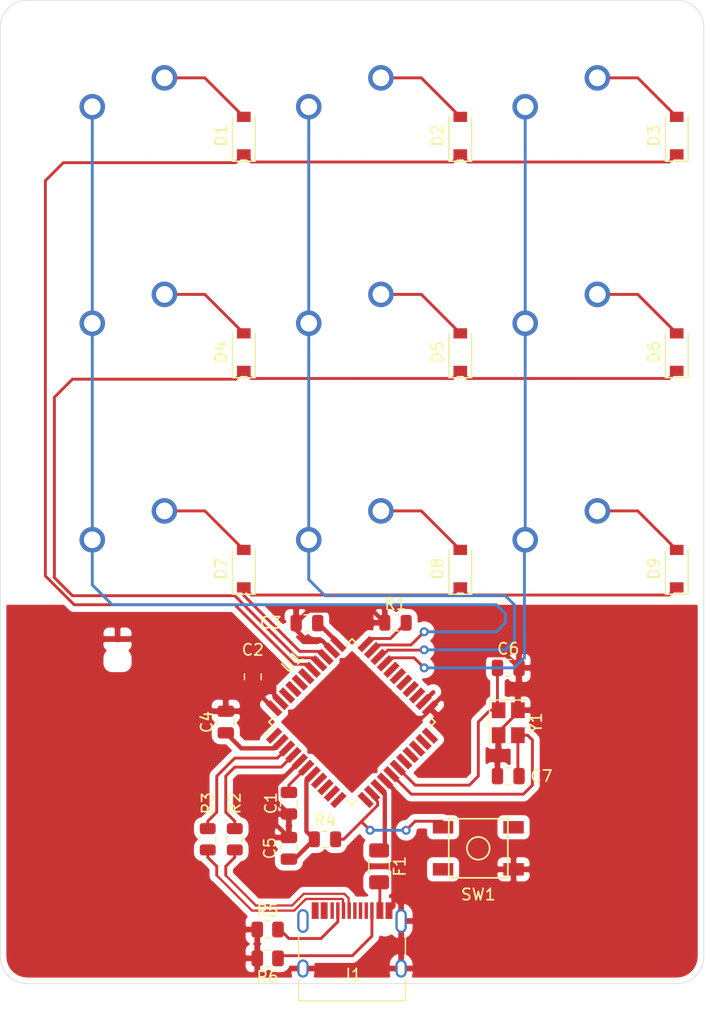
<source format=kicad_pcb>
(kicad_pcb (version 20171130) (host pcbnew "(5.1.10)-1")

  (general
    (thickness 1.6)
    (drawings 10)
    (tracks 240)
    (zones 0)
    (modules 36)
    (nets 30)
  )

  (page A4)
  (layers
    (0 F.Cu signal)
    (31 B.Cu signal)
    (32 B.Adhes user)
    (33 F.Adhes user)
    (34 B.Paste user)
    (35 F.Paste user)
    (36 B.SilkS user)
    (37 F.SilkS user)
    (38 B.Mask user)
    (39 F.Mask user)
    (40 Dwgs.User user hide)
    (41 Cmts.User user)
    (42 Eco1.User user)
    (43 Eco2.User user)
    (44 Edge.Cuts user)
    (45 Margin user)
    (46 B.CrtYd user)
    (47 F.CrtYd user)
    (48 B.Fab user)
    (49 F.Fab user)
  )

  (setup
    (last_trace_width 0.254)
    (trace_clearance 0.2)
    (zone_clearance 0.508)
    (zone_45_only no)
    (trace_min 0.2)
    (via_size 0.8)
    (via_drill 0.4)
    (via_min_size 0.4)
    (via_min_drill 0.3)
    (uvia_size 0.3)
    (uvia_drill 0.1)
    (uvias_allowed no)
    (uvia_min_size 0.2)
    (uvia_min_drill 0.1)
    (edge_width 0.05)
    (segment_width 0.2)
    (pcb_text_width 0.3)
    (pcb_text_size 1.5 1.5)
    (mod_edge_width 0.12)
    (mod_text_size 1 1)
    (mod_text_width 0.15)
    (pad_size 1.524 1.524)
    (pad_drill 0.762)
    (pad_to_mask_clearance 0.051)
    (solder_mask_min_width 0.25)
    (aux_axis_origin 0 0)
    (visible_elements 7FFFE7FF)
    (pcbplotparams
      (layerselection 0x010fc_ffffffff)
      (usegerberextensions false)
      (usegerberattributes false)
      (usegerberadvancedattributes false)
      (creategerberjobfile false)
      (excludeedgelayer true)
      (linewidth 0.100000)
      (plotframeref false)
      (viasonmask false)
      (mode 1)
      (useauxorigin false)
      (hpglpennumber 1)
      (hpglpenspeed 20)
      (hpglpendiameter 15.000000)
      (psnegative false)
      (psa4output false)
      (plotreference true)
      (plotvalue true)
      (plotinvisibletext false)
      (padsonsilk false)
      (subtractmaskfromsilk false)
      (outputformat 1)
      (mirror false)
      (drillshape 1)
      (scaleselection 1)
      (outputdirectory ""))
  )

  (net 0 "")
  (net 1 GND)
  (net 2 "Net-(C1-Pad1)")
  (net 3 +5V)
  (net 4 "Net-(C6-Pad1)")
  (net 5 "Net-(C7-Pad1)")
  (net 6 "Net-(D1-Pad2)")
  (net 7 ROW0)
  (net 8 "Net-(D2-Pad2)")
  (net 9 "Net-(D3-Pad2)")
  (net 10 "Net-(D4-Pad2)")
  (net 11 ROW1)
  (net 12 "Net-(D5-Pad2)")
  (net 13 "Net-(D6-Pad2)")
  (net 14 "Net-(D7-Pad2)")
  (net 15 "Net-(D8-Pad2)")
  (net 16 "Net-(D9-Pad2)")
  (net 17 VCC)
  (net 18 COL0)
  (net 19 COL1)
  (net 20 COL2)
  (net 21 "Net-(R1-Pad2)")
  (net 22 D+)
  (net 23 "Net-(R2-Pad1)")
  (net 24 D-)
  (net 25 "Net-(R3-Pad1)")
  (net 26 "Net-(R4-Pad2)")
  (net 27 ROW2)
  (net 28 "Net-(J1-PadA5)")
  (net 29 "Net-(J1-PadB5)")

  (net_class Default "This is the default net class."
    (clearance 0.2)
    (trace_width 0.254)
    (via_dia 0.8)
    (via_drill 0.4)
    (uvia_dia 0.3)
    (uvia_drill 0.1)
    (add_net COL0)
    (add_net COL1)
    (add_net COL2)
    (add_net D+)
    (add_net D-)
    (add_net "Net-(C1-Pad1)")
    (add_net "Net-(C6-Pad1)")
    (add_net "Net-(C7-Pad1)")
    (add_net "Net-(D1-Pad2)")
    (add_net "Net-(D2-Pad2)")
    (add_net "Net-(D3-Pad2)")
    (add_net "Net-(D4-Pad2)")
    (add_net "Net-(D5-Pad2)")
    (add_net "Net-(D6-Pad2)")
    (add_net "Net-(D7-Pad2)")
    (add_net "Net-(D8-Pad2)")
    (add_net "Net-(D9-Pad2)")
    (add_net "Net-(J1-PadA5)")
    (add_net "Net-(J1-PadB5)")
    (add_net "Net-(R1-Pad2)")
    (add_net "Net-(R2-Pad1)")
    (add_net "Net-(R3-Pad1)")
    (add_net "Net-(R4-Pad2)")
    (add_net ROW0)
    (add_net ROW1)
    (add_net ROW2)
    (add_net VCC)
  )

  (net_class Power ""
    (clearance 0.2)
    (trace_width 0.381)
    (via_dia 0.8)
    (via_drill 0.4)
    (uvia_dia 0.3)
    (uvia_drill 0.1)
    (add_net +5V)
    (add_net GND)
  )

  (module MX_Only:MXOnly-1U-NoLED (layer F.Cu) (tedit 5BD3C6C7) (tstamp 63417045)
    (at 74.6125 92.075)
    (path /63472D01)
    (fp_text reference MX8 (at 0 3.175) (layer Dwgs.User)
      (effects (font (size 1 1) (thickness 0.15)))
    )
    (fp_text value MX-NoLED (at 0 -7.9375) (layer Dwgs.User)
      (effects (font (size 1 1) (thickness 0.15)))
    )
    (fp_line (start -9.525 9.525) (end -9.525 -9.525) (layer Dwgs.User) (width 0.15))
    (fp_line (start 9.525 9.525) (end -9.525 9.525) (layer Dwgs.User) (width 0.15))
    (fp_line (start 9.525 -9.525) (end 9.525 9.525) (layer Dwgs.User) (width 0.15))
    (fp_line (start -9.525 -9.525) (end 9.525 -9.525) (layer Dwgs.User) (width 0.15))
    (fp_line (start -7 -7) (end -7 -5) (layer Dwgs.User) (width 0.15))
    (fp_line (start -5 -7) (end -7 -7) (layer Dwgs.User) (width 0.15))
    (fp_line (start -7 7) (end -5 7) (layer Dwgs.User) (width 0.15))
    (fp_line (start -7 5) (end -7 7) (layer Dwgs.User) (width 0.15))
    (fp_line (start 7 7) (end 7 5) (layer Dwgs.User) (width 0.15))
    (fp_line (start 5 7) (end 7 7) (layer Dwgs.User) (width 0.15))
    (fp_line (start 7 -7) (end 7 -5) (layer Dwgs.User) (width 0.15))
    (fp_line (start 5 -7) (end 7 -7) (layer Dwgs.User) (width 0.15))
    (pad 2 thru_hole circle (at 2.54 -5.08) (size 2.25 2.25) (drill 1.47) (layers *.Cu B.Mask)
      (net 15 "Net-(D8-Pad2)"))
    (pad "" np_thru_hole circle (at 0 0) (size 3.9878 3.9878) (drill 3.9878) (layers *.Cu *.Mask))
    (pad 1 thru_hole circle (at -3.81 -2.54) (size 2.25 2.25) (drill 1.47) (layers *.Cu B.Mask)
      (net 19 COL1))
    (pad "" np_thru_hole circle (at -5.08 0 48.0996) (size 1.75 1.75) (drill 1.75) (layers *.Cu *.Mask))
    (pad "" np_thru_hole circle (at 5.08 0 48.0996) (size 1.75 1.75) (drill 1.75) (layers *.Cu *.Mask))
  )

  (module Connector_USB:USB_C_Receptacle_HRO_TYPE-C-31-M-12 (layer F.Cu) (tedit 5D3C0721) (tstamp 6340FD4F)
    (at 74.6125 126.20625)
    (descr "USB Type-C receptacle for USB 2.0 and PD, http://www.krhro.com/uploads/soft/180320/1-1P320120243.pdf")
    (tags "usb usb-c 2.0 pd")
    (path /63470282)
    (attr smd)
    (fp_text reference J1 (at 0 1.5875) (layer F.SilkS)
      (effects (font (size 1 1) (thickness 0.15)))
    )
    (fp_text value USB_C_Receptacle_USB2.0 (at 0 5.1) (layer F.Fab)
      (effects (font (size 1 1) (thickness 0.15)))
    )
    (fp_text user %R (at 0 0) (layer F.Fab)
      (effects (font (size 1 1) (thickness 0.15)))
    )
    (fp_line (start -4.7 2) (end -4.7 3.9) (layer F.SilkS) (width 0.12))
    (fp_line (start -4.7 -1.9) (end -4.7 0.1) (layer F.SilkS) (width 0.12))
    (fp_line (start 4.7 2) (end 4.7 3.9) (layer F.SilkS) (width 0.12))
    (fp_line (start 4.7 -1.9) (end 4.7 0.1) (layer F.SilkS) (width 0.12))
    (fp_line (start 5.32 -5.27) (end 5.32 4.15) (layer F.CrtYd) (width 0.05))
    (fp_line (start -5.32 -5.27) (end -5.32 4.15) (layer F.CrtYd) (width 0.05))
    (fp_line (start -5.32 4.15) (end 5.32 4.15) (layer F.CrtYd) (width 0.05))
    (fp_line (start -5.32 -5.27) (end 5.32 -5.27) (layer F.CrtYd) (width 0.05))
    (fp_line (start 4.47 -3.65) (end 4.47 3.65) (layer F.Fab) (width 0.1))
    (fp_line (start -4.47 3.65) (end 4.47 3.65) (layer F.Fab) (width 0.1))
    (fp_line (start -4.47 -3.65) (end -4.47 3.65) (layer F.Fab) (width 0.1))
    (fp_line (start -4.47 -3.65) (end 4.47 -3.65) (layer F.Fab) (width 0.1))
    (fp_line (start -4.7 3.9) (end 4.7 3.9) (layer F.SilkS) (width 0.12))
    (pad B1 smd rect (at 3.25 -4.045) (size 0.6 1.45) (layers F.Cu F.Paste F.Mask)
      (net 1 GND))
    (pad A9 smd rect (at 2.45 -4.045) (size 0.6 1.45) (layers F.Cu F.Paste F.Mask)
      (net 17 VCC))
    (pad B9 smd rect (at -2.45 -4.045) (size 0.6 1.45) (layers F.Cu F.Paste F.Mask)
      (net 17 VCC))
    (pad B12 smd rect (at -3.25 -4.045) (size 0.6 1.45) (layers F.Cu F.Paste F.Mask)
      (net 1 GND))
    (pad A1 smd rect (at -3.25 -4.045) (size 0.6 1.45) (layers F.Cu F.Paste F.Mask)
      (net 1 GND))
    (pad A4 smd rect (at -2.45 -4.045) (size 0.6 1.45) (layers F.Cu F.Paste F.Mask)
      (net 17 VCC))
    (pad B4 smd rect (at 2.45 -4.045) (size 0.6 1.45) (layers F.Cu F.Paste F.Mask)
      (net 17 VCC))
    (pad A12 smd rect (at 3.25 -4.045) (size 0.6 1.45) (layers F.Cu F.Paste F.Mask)
      (net 1 GND))
    (pad B8 smd rect (at -1.75 -4.045) (size 0.3 1.45) (layers F.Cu F.Paste F.Mask))
    (pad A5 smd rect (at -1.25 -4.045) (size 0.3 1.45) (layers F.Cu F.Paste F.Mask)
      (net 28 "Net-(J1-PadA5)"))
    (pad B7 smd rect (at -0.75 -4.045) (size 0.3 1.45) (layers F.Cu F.Paste F.Mask)
      (net 24 D-))
    (pad A7 smd rect (at 0.25 -4.045) (size 0.3 1.45) (layers F.Cu F.Paste F.Mask)
      (net 24 D-))
    (pad B6 smd rect (at 0.75 -4.045) (size 0.3 1.45) (layers F.Cu F.Paste F.Mask)
      (net 22 D+))
    (pad A8 smd rect (at 1.25 -4.045) (size 0.3 1.45) (layers F.Cu F.Paste F.Mask))
    (pad B5 smd rect (at 1.75 -4.045) (size 0.3 1.45) (layers F.Cu F.Paste F.Mask)
      (net 29 "Net-(J1-PadB5)"))
    (pad A6 smd rect (at -0.25 -4.045) (size 0.3 1.45) (layers F.Cu F.Paste F.Mask)
      (net 22 D+))
    (pad S1 thru_hole oval (at 4.32 -3.13) (size 1 2.1) (drill oval 0.6 1.7) (layers *.Cu *.Mask)
      (net 1 GND))
    (pad S1 thru_hole oval (at -4.32 -3.13) (size 1 2.1) (drill oval 0.6 1.7) (layers *.Cu *.Mask)
      (net 1 GND))
    (pad "" np_thru_hole circle (at -2.89 -2.6) (size 0.65 0.65) (drill 0.65) (layers *.Cu *.Mask))
    (pad S1 thru_hole oval (at -4.32 1.05) (size 1 1.6) (drill oval 0.6 1.2) (layers *.Cu *.Mask)
      (net 1 GND))
    (pad "" np_thru_hole circle (at 2.89 -2.6) (size 0.65 0.65) (drill 0.65) (layers *.Cu *.Mask))
    (pad S1 thru_hole oval (at 4.32 1.05) (size 1 1.6) (drill oval 0.6 1.2) (layers *.Cu *.Mask)
      (net 1 GND))
    (model ${KISYS3DMOD}/Connector_USB.3dshapes/USB_C_Receptacle_HRO_TYPE-C-31-M-12.wrl
      (at (xyz 0 0 0))
      (scale (xyz 1 1 1))
      (rotate (xyz 0 0 0))
    )
  )

  (module Resistor_SMD:R_0805_2012Metric (layer F.Cu) (tedit 5F68FEEE) (tstamp 634124DA)
    (at 67.183 126.365 180)
    (descr "Resistor SMD 0805 (2012 Metric), square (rectangular) end terminal, IPC_7351 nominal, (Body size source: IPC-SM-782 page 72, https://www.pcb-3d.com/wordpress/wp-content/uploads/ipc-sm-782a_amendment_1_and_2.pdf), generated with kicad-footprint-generator")
    (tags resistor)
    (path /6347ED0B)
    (attr smd)
    (fp_text reference R6 (at 0 -1.65) (layer F.SilkS)
      (effects (font (size 1 1) (thickness 0.15)))
    )
    (fp_text value 5k1 (at 3.683 0.15875) (layer F.Fab)
      (effects (font (size 1 1) (thickness 0.15)))
    )
    (fp_text user %R (at 0 0) (layer F.Fab)
      (effects (font (size 0.5 0.5) (thickness 0.08)))
    )
    (fp_line (start -1 0.625) (end -1 -0.625) (layer F.Fab) (width 0.1))
    (fp_line (start -1 -0.625) (end 1 -0.625) (layer F.Fab) (width 0.1))
    (fp_line (start 1 -0.625) (end 1 0.625) (layer F.Fab) (width 0.1))
    (fp_line (start 1 0.625) (end -1 0.625) (layer F.Fab) (width 0.1))
    (fp_line (start -0.227064 -0.735) (end 0.227064 -0.735) (layer F.SilkS) (width 0.12))
    (fp_line (start -0.227064 0.735) (end 0.227064 0.735) (layer F.SilkS) (width 0.12))
    (fp_line (start -1.68 0.95) (end -1.68 -0.95) (layer F.CrtYd) (width 0.05))
    (fp_line (start -1.68 -0.95) (end 1.68 -0.95) (layer F.CrtYd) (width 0.05))
    (fp_line (start 1.68 -0.95) (end 1.68 0.95) (layer F.CrtYd) (width 0.05))
    (fp_line (start 1.68 0.95) (end -1.68 0.95) (layer F.CrtYd) (width 0.05))
    (pad 2 smd roundrect (at 0.9125 0 180) (size 1.025 1.4) (layers F.Cu F.Paste F.Mask) (roundrect_rratio 0.243902)
      (net 1 GND))
    (pad 1 smd roundrect (at -0.9125 0 180) (size 1.025 1.4) (layers F.Cu F.Paste F.Mask) (roundrect_rratio 0.243902)
      (net 29 "Net-(J1-PadB5)"))
    (model ${KISYS3DMOD}/Resistor_SMD.3dshapes/R_0805_2012Metric.wrl
      (at (xyz 0 0 0))
      (scale (xyz 1 1 1))
      (rotate (xyz 0 0 0))
    )
  )

  (module Resistor_SMD:R_0805_2012Metric (layer F.Cu) (tedit 5F68FEEE) (tstamp 6341250A)
    (at 67.183 123.825)
    (descr "Resistor SMD 0805 (2012 Metric), square (rectangular) end terminal, IPC_7351 nominal, (Body size source: IPC-SM-782 page 72, https://www.pcb-3d.com/wordpress/wp-content/uploads/ipc-sm-782a_amendment_1_and_2.pdf), generated with kicad-footprint-generator")
    (tags resistor)
    (path /6347D066)
    (attr smd)
    (fp_text reference R5 (at 0 -1.65) (layer F.SilkS)
      (effects (font (size 1 1) (thickness 0.15)))
    )
    (fp_text value 5k1 (at -3.683 0) (layer F.Fab)
      (effects (font (size 1 1) (thickness 0.15)))
    )
    (fp_text user %R (at 0 0) (layer F.Fab)
      (effects (font (size 0.5 0.5) (thickness 0.08)))
    )
    (fp_line (start -1 0.625) (end -1 -0.625) (layer F.Fab) (width 0.1))
    (fp_line (start -1 -0.625) (end 1 -0.625) (layer F.Fab) (width 0.1))
    (fp_line (start 1 -0.625) (end 1 0.625) (layer F.Fab) (width 0.1))
    (fp_line (start 1 0.625) (end -1 0.625) (layer F.Fab) (width 0.1))
    (fp_line (start -0.227064 -0.735) (end 0.227064 -0.735) (layer F.SilkS) (width 0.12))
    (fp_line (start -0.227064 0.735) (end 0.227064 0.735) (layer F.SilkS) (width 0.12))
    (fp_line (start -1.68 0.95) (end -1.68 -0.95) (layer F.CrtYd) (width 0.05))
    (fp_line (start -1.68 -0.95) (end 1.68 -0.95) (layer F.CrtYd) (width 0.05))
    (fp_line (start 1.68 -0.95) (end 1.68 0.95) (layer F.CrtYd) (width 0.05))
    (fp_line (start 1.68 0.95) (end -1.68 0.95) (layer F.CrtYd) (width 0.05))
    (pad 2 smd roundrect (at 0.9125 0) (size 1.025 1.4) (layers F.Cu F.Paste F.Mask) (roundrect_rratio 0.243902)
      (net 28 "Net-(J1-PadA5)"))
    (pad 1 smd roundrect (at -0.9125 0) (size 1.025 1.4) (layers F.Cu F.Paste F.Mask) (roundrect_rratio 0.243902)
      (net 1 GND))
    (model ${KISYS3DMOD}/Resistor_SMD.3dshapes/R_0805_2012Metric.wrl
      (at (xyz 0 0 0))
      (scale (xyz 1 1 1))
      (rotate (xyz 0 0 0))
    )
  )

  (module MX_Only:MXOnly-1U-NoLED (layer F.Cu) (tedit 5BD3C6C7) (tstamp 6340277D)
    (at 55.5625 53.975)
    (path /6345F39F)
    (fp_text reference MX1 (at 0 3.175) (layer Dwgs.User)
      (effects (font (size 1 1) (thickness 0.15)))
    )
    (fp_text value MX-NoLED (at 0 -7.9375) (layer Dwgs.User)
      (effects (font (size 1 1) (thickness 0.15)))
    )
    (fp_line (start -9.525 9.525) (end -9.525 -9.525) (layer Dwgs.User) (width 0.15))
    (fp_line (start 9.525 9.525) (end -9.525 9.525) (layer Dwgs.User) (width 0.15))
    (fp_line (start 9.525 -9.525) (end 9.525 9.525) (layer Dwgs.User) (width 0.15))
    (fp_line (start -9.525 -9.525) (end 9.525 -9.525) (layer Dwgs.User) (width 0.15))
    (fp_line (start -7 -7) (end -7 -5) (layer Dwgs.User) (width 0.15))
    (fp_line (start -5 -7) (end -7 -7) (layer Dwgs.User) (width 0.15))
    (fp_line (start -7 7) (end -5 7) (layer Dwgs.User) (width 0.15))
    (fp_line (start -7 5) (end -7 7) (layer Dwgs.User) (width 0.15))
    (fp_line (start 7 7) (end 7 5) (layer Dwgs.User) (width 0.15))
    (fp_line (start 5 7) (end 7 7) (layer Dwgs.User) (width 0.15))
    (fp_line (start 7 -7) (end 7 -5) (layer Dwgs.User) (width 0.15))
    (fp_line (start 5 -7) (end 7 -7) (layer Dwgs.User) (width 0.15))
    (pad 2 thru_hole circle (at 2.54 -5.08) (size 2.25 2.25) (drill 1.47) (layers *.Cu B.Mask)
      (net 6 "Net-(D1-Pad2)"))
    (pad "" np_thru_hole circle (at 0 0) (size 3.9878 3.9878) (drill 3.9878) (layers *.Cu *.Mask))
    (pad 1 thru_hole circle (at -3.81 -2.54) (size 2.25 2.25) (drill 1.47) (layers *.Cu B.Mask)
      (net 18 COL0))
    (pad "" np_thru_hole circle (at -5.08 0 48.0996) (size 1.75 1.75) (drill 1.75) (layers *.Cu *.Mask))
    (pad "" np_thru_hole circle (at 5.08 0 48.0996) (size 1.75 1.75) (drill 1.75) (layers *.Cu *.Mask))
  )

  (module Package_QFP:TQFP-44_10x10mm_P0.8mm (layer F.Cu) (tedit 5A02F146) (tstamp 634068D1)
    (at 74.6125 105.56875 45)
    (descr "44-Lead Plastic Thin Quad Flatpack (PT) - 10x10x1.0 mm Body [TQFP] (see Microchip Packaging Specification 00000049BS.pdf)")
    (tags "QFP 0.8")
    (path /633FAC19)
    (attr smd)
    (fp_text reference U1 (at 0 -7.45 45) (layer F.SilkS)
      (effects (font (size 1 1) (thickness 0.15)))
    )
    (fp_text value ATmega32U4-AU (at 0 7.45 45) (layer F.Fab)
      (effects (font (size 1 1) (thickness 0.15)))
    )
    (fp_line (start -4 -5) (end 5 -5) (layer F.Fab) (width 0.15))
    (fp_line (start 5 -5) (end 5 5) (layer F.Fab) (width 0.15))
    (fp_line (start 5 5) (end -5 5) (layer F.Fab) (width 0.15))
    (fp_line (start -5 5) (end -5 -4) (layer F.Fab) (width 0.15))
    (fp_line (start -5 -4) (end -4 -5) (layer F.Fab) (width 0.15))
    (fp_line (start -6.7 -6.7) (end -6.7 6.7) (layer F.CrtYd) (width 0.05))
    (fp_line (start 6.7 -6.7) (end 6.7 6.7) (layer F.CrtYd) (width 0.05))
    (fp_line (start -6.7 -6.7) (end 6.7 -6.7) (layer F.CrtYd) (width 0.05))
    (fp_line (start -6.7 6.7) (end 6.7 6.7) (layer F.CrtYd) (width 0.05))
    (fp_line (start -5.175 -5.175) (end -5.175 -4.6) (layer F.SilkS) (width 0.15))
    (fp_line (start 5.175 -5.175) (end 5.175 -4.5) (layer F.SilkS) (width 0.15))
    (fp_line (start 5.175 5.175) (end 5.175 4.5) (layer F.SilkS) (width 0.15))
    (fp_line (start -5.175 5.175) (end -5.175 4.5) (layer F.SilkS) (width 0.15))
    (fp_line (start -5.175 -5.175) (end -4.5 -5.175) (layer F.SilkS) (width 0.15))
    (fp_line (start -5.175 5.175) (end -4.5 5.175) (layer F.SilkS) (width 0.15))
    (fp_line (start 5.175 5.175) (end 4.5 5.175) (layer F.SilkS) (width 0.15))
    (fp_line (start 5.175 -5.175) (end 4.5 -5.175) (layer F.SilkS) (width 0.15))
    (fp_line (start -5.175 -4.6) (end -6.45 -4.6) (layer F.SilkS) (width 0.15))
    (fp_text user %R (at 0 0 135) (layer F.Fab)
      (effects (font (size 1 1) (thickness 0.15)))
    )
    (pad 44 smd rect (at -4 -5.7 135) (size 1.5 0.55) (layers F.Cu F.Paste F.Mask)
      (net 3 +5V))
    (pad 43 smd rect (at -3.2 -5.7 135) (size 1.5 0.55) (layers F.Cu F.Paste F.Mask)
      (net 1 GND))
    (pad 42 smd rect (at -2.4 -5.7 135) (size 1.5 0.55) (layers F.Cu F.Paste F.Mask))
    (pad 41 smd rect (at -1.6 -5.7 135) (size 1.5 0.55) (layers F.Cu F.Paste F.Mask))
    (pad 40 smd rect (at -0.8 -5.7 135) (size 1.5 0.55) (layers F.Cu F.Paste F.Mask))
    (pad 39 smd rect (at 0 -5.7 135) (size 1.5 0.55) (layers F.Cu F.Paste F.Mask))
    (pad 38 smd rect (at 0.8 -5.7 135) (size 1.5 0.55) (layers F.Cu F.Paste F.Mask)
      (net 7 ROW0))
    (pad 37 smd rect (at 1.6 -5.7 135) (size 1.5 0.55) (layers F.Cu F.Paste F.Mask)
      (net 11 ROW1))
    (pad 36 smd rect (at 2.4 -5.7 135) (size 1.5 0.55) (layers F.Cu F.Paste F.Mask)
      (net 27 ROW2))
    (pad 35 smd rect (at 3.2 -5.7 135) (size 1.5 0.55) (layers F.Cu F.Paste F.Mask)
      (net 1 GND))
    (pad 34 smd rect (at 4 -5.7 135) (size 1.5 0.55) (layers F.Cu F.Paste F.Mask)
      (net 3 +5V))
    (pad 33 smd rect (at 5.7 -4 45) (size 1.5 0.55) (layers F.Cu F.Paste F.Mask)
      (net 21 "Net-(R1-Pad2)"))
    (pad 32 smd rect (at 5.7 -3.2 45) (size 1.5 0.55) (layers F.Cu F.Paste F.Mask)
      (net 18 COL0))
    (pad 31 smd rect (at 5.7 -2.4 45) (size 1.5 0.55) (layers F.Cu F.Paste F.Mask)
      (net 19 COL1))
    (pad 30 smd rect (at 5.7 -1.6 45) (size 1.5 0.55) (layers F.Cu F.Paste F.Mask)
      (net 20 COL2))
    (pad 29 smd rect (at 5.7 -0.8 45) (size 1.5 0.55) (layers F.Cu F.Paste F.Mask))
    (pad 28 smd rect (at 5.7 0 45) (size 1.5 0.55) (layers F.Cu F.Paste F.Mask))
    (pad 27 smd rect (at 5.7 0.8 45) (size 1.5 0.55) (layers F.Cu F.Paste F.Mask))
    (pad 26 smd rect (at 5.7 1.6 45) (size 1.5 0.55) (layers F.Cu F.Paste F.Mask))
    (pad 25 smd rect (at 5.7 2.4 45) (size 1.5 0.55) (layers F.Cu F.Paste F.Mask))
    (pad 24 smd rect (at 5.7 3.2 45) (size 1.5 0.55) (layers F.Cu F.Paste F.Mask)
      (net 3 +5V))
    (pad 23 smd rect (at 5.7 4 45) (size 1.5 0.55) (layers F.Cu F.Paste F.Mask)
      (net 1 GND))
    (pad 22 smd rect (at 4 5.7 135) (size 1.5 0.55) (layers F.Cu F.Paste F.Mask))
    (pad 21 smd rect (at 3.2 5.7 135) (size 1.5 0.55) (layers F.Cu F.Paste F.Mask))
    (pad 20 smd rect (at 2.4 5.7 135) (size 1.5 0.55) (layers F.Cu F.Paste F.Mask))
    (pad 19 smd rect (at 1.6 5.7 135) (size 1.5 0.55) (layers F.Cu F.Paste F.Mask))
    (pad 18 smd rect (at 0.8 5.7 135) (size 1.5 0.55) (layers F.Cu F.Paste F.Mask))
    (pad 17 smd rect (at 0 5.7 135) (size 1.5 0.55) (layers F.Cu F.Paste F.Mask)
      (net 4 "Net-(C6-Pad1)"))
    (pad 16 smd rect (at -0.8 5.7 135) (size 1.5 0.55) (layers F.Cu F.Paste F.Mask)
      (net 5 "Net-(C7-Pad1)"))
    (pad 15 smd rect (at -1.6 5.7 135) (size 1.5 0.55) (layers F.Cu F.Paste F.Mask)
      (net 1 GND))
    (pad 14 smd rect (at -2.4 5.7 135) (size 1.5 0.55) (layers F.Cu F.Paste F.Mask)
      (net 3 +5V))
    (pad 13 smd rect (at -3.2 5.7 135) (size 1.5 0.55) (layers F.Cu F.Paste F.Mask)
      (net 26 "Net-(R4-Pad2)"))
    (pad 12 smd rect (at -4 5.7 135) (size 1.5 0.55) (layers F.Cu F.Paste F.Mask))
    (pad 11 smd rect (at -5.7 4 45) (size 1.5 0.55) (layers F.Cu F.Paste F.Mask))
    (pad 10 smd rect (at -5.7 3.2 45) (size 1.5 0.55) (layers F.Cu F.Paste F.Mask))
    (pad 9 smd rect (at -5.7 2.4 45) (size 1.5 0.55) (layers F.Cu F.Paste F.Mask))
    (pad 8 smd rect (at -5.7 1.6 45) (size 1.5 0.55) (layers F.Cu F.Paste F.Mask))
    (pad 7 smd rect (at -5.7 0.8 45) (size 1.5 0.55) (layers F.Cu F.Paste F.Mask)
      (net 3 +5V))
    (pad 6 smd rect (at -5.7 0 45) (size 1.5 0.55) (layers F.Cu F.Paste F.Mask)
      (net 2 "Net-(C1-Pad1)"))
    (pad 5 smd rect (at -5.7 -0.8 45) (size 1.5 0.55) (layers F.Cu F.Paste F.Mask)
      (net 1 GND))
    (pad 4 smd rect (at -5.7 -1.6 45) (size 1.5 0.55) (layers F.Cu F.Paste F.Mask)
      (net 23 "Net-(R2-Pad1)"))
    (pad 3 smd rect (at -5.7 -2.4 45) (size 1.5 0.55) (layers F.Cu F.Paste F.Mask)
      (net 25 "Net-(R3-Pad1)"))
    (pad 2 smd rect (at -5.7 -3.2 45) (size 1.5 0.55) (layers F.Cu F.Paste F.Mask)
      (net 3 +5V))
    (pad 1 smd rect (at -5.7 -4 45) (size 1.5 0.55) (layers F.Cu F.Paste F.Mask))
    (model ${KISYS3DMOD}/Package_QFP.3dshapes/TQFP-44_10x10mm_P0.8mm.wrl
      (at (xyz 0 0 0))
      (scale (xyz 1 1 1))
      (rotate (xyz 0 0 0))
    )
  )

  (module Crystal:Crystal_SMD_3225-4Pin_3.2x2.5mm (layer F.Cu) (tedit 5A0FD1B2) (tstamp 63411544)
    (at 88.36025 105.63225 270)
    (descr "SMD Crystal SERIES SMD3225/4 http://www.txccrystal.com/images/pdf/7m-accuracy.pdf, 3.2x2.5mm^2 package")
    (tags "SMD SMT crystal")
    (path /6342A3F5)
    (attr smd)
    (fp_text reference Y1 (at 0 -2.45 90) (layer F.SilkS)
      (effects (font (size 1 1) (thickness 0.15)))
    )
    (fp_text value 16MHz (at 0 2.45 90) (layer F.Fab)
      (effects (font (size 1 1) (thickness 0.15)))
    )
    (fp_line (start -1.6 -1.25) (end -1.6 1.25) (layer F.Fab) (width 0.1))
    (fp_line (start -1.6 1.25) (end 1.6 1.25) (layer F.Fab) (width 0.1))
    (fp_line (start 1.6 1.25) (end 1.6 -1.25) (layer F.Fab) (width 0.1))
    (fp_line (start 1.6 -1.25) (end -1.6 -1.25) (layer F.Fab) (width 0.1))
    (fp_line (start -1.6 0.25) (end -0.6 1.25) (layer F.Fab) (width 0.1))
    (fp_line (start -2 -1.65) (end -2 1.65) (layer F.SilkS) (width 0.12))
    (fp_line (start -2 1.65) (end 2 1.65) (layer F.SilkS) (width 0.12))
    (fp_line (start -2.1 -1.7) (end -2.1 1.7) (layer F.CrtYd) (width 0.05))
    (fp_line (start -2.1 1.7) (end 2.1 1.7) (layer F.CrtYd) (width 0.05))
    (fp_line (start 2.1 1.7) (end 2.1 -1.7) (layer F.CrtYd) (width 0.05))
    (fp_line (start 2.1 -1.7) (end -2.1 -1.7) (layer F.CrtYd) (width 0.05))
    (fp_text user %R (at 0 0 90) (layer F.Fab)
      (effects (font (size 0.7 0.7) (thickness 0.105)))
    )
    (pad 4 smd rect (at -1.1 -0.85 270) (size 1.4 1.2) (layers F.Cu F.Paste F.Mask)
      (net 1 GND))
    (pad 3 smd rect (at 1.1 -0.85 270) (size 1.4 1.2) (layers F.Cu F.Paste F.Mask)
      (net 5 "Net-(C7-Pad1)"))
    (pad 2 smd rect (at 1.1 0.85 270) (size 1.4 1.2) (layers F.Cu F.Paste F.Mask)
      (net 1 GND))
    (pad 1 smd rect (at -1.1 0.85 270) (size 1.4 1.2) (layers F.Cu F.Paste F.Mask)
      (net 4 "Net-(C6-Pad1)"))
    (model ${KISYS3DMOD}/Crystal.3dshapes/Crystal_SMD_3225-4Pin_3.2x2.5mm.wrl
      (at (xyz 0 0 0))
      (scale (xyz 1 1 1))
      (rotate (xyz 0 0 0))
    )
  )

  (module random-keyboard-parts:SKQG-1155865 (layer F.Cu) (tedit 5E62B398) (tstamp 634023D7)
    (at 85.725 116.68125)
    (path /6343B262)
    (attr smd)
    (fp_text reference SW1 (at 0 4.064) (layer F.SilkS)
      (effects (font (size 1 1) (thickness 0.15)))
    )
    (fp_text value SW_Push (at 0 -4.064) (layer F.Fab)
      (effects (font (size 1 1) (thickness 0.15)))
    )
    (fp_line (start -2.6 1.1) (end -1.1 2.6) (layer F.Fab) (width 0.15))
    (fp_line (start 2.6 1.1) (end 1.1 2.6) (layer F.Fab) (width 0.15))
    (fp_line (start 2.6 -1.1) (end 1.1 -2.6) (layer F.Fab) (width 0.15))
    (fp_line (start -2.6 -1.1) (end -1.1 -2.6) (layer F.Fab) (width 0.15))
    (fp_circle (center 0 0) (end 1 0) (layer F.Fab) (width 0.15))
    (fp_line (start -4.2 -1.1) (end -4.2 -2.6) (layer F.Fab) (width 0.15))
    (fp_line (start -2.6 -1.1) (end -4.2 -1.1) (layer F.Fab) (width 0.15))
    (fp_line (start -2.6 1.1) (end -2.6 -1.1) (layer F.Fab) (width 0.15))
    (fp_line (start -4.2 1.1) (end -2.6 1.1) (layer F.Fab) (width 0.15))
    (fp_line (start -4.2 2.6) (end -4.2 1.1) (layer F.Fab) (width 0.15))
    (fp_line (start 4.2 2.6) (end -4.2 2.6) (layer F.Fab) (width 0.15))
    (fp_line (start 4.2 1.1) (end 4.2 2.6) (layer F.Fab) (width 0.15))
    (fp_line (start 2.6 1.1) (end 4.2 1.1) (layer F.Fab) (width 0.15))
    (fp_line (start 2.6 -1.1) (end 2.6 1.1) (layer F.Fab) (width 0.15))
    (fp_line (start 4.2 -1.1) (end 2.6 -1.1) (layer F.Fab) (width 0.15))
    (fp_line (start 4.2 -2.6) (end 4.2 -1.2) (layer F.Fab) (width 0.15))
    (fp_line (start -4.2 -2.6) (end 4.2 -2.6) (layer F.Fab) (width 0.15))
    (fp_circle (center 0 0) (end 1 0) (layer F.SilkS) (width 0.15))
    (fp_line (start -2.6 2.6) (end -2.6 -2.6) (layer F.SilkS) (width 0.15))
    (fp_line (start 2.6 2.6) (end -2.6 2.6) (layer F.SilkS) (width 0.15))
    (fp_line (start 2.6 -2.6) (end 2.6 2.6) (layer F.SilkS) (width 0.15))
    (fp_line (start -2.6 -2.6) (end 2.6 -2.6) (layer F.SilkS) (width 0.15))
    (pad 4 smd rect (at -3.1 1.85) (size 1.8 1.1) (layers F.Cu F.Paste F.Mask))
    (pad 3 smd rect (at 3.1 -1.85) (size 1.8 1.1) (layers F.Cu F.Paste F.Mask))
    (pad 2 smd rect (at -3.1 -1.85) (size 1.8 1.1) (layers F.Cu F.Paste F.Mask)
      (net 26 "Net-(R4-Pad2)"))
    (pad 1 smd rect (at 3.1 1.85) (size 1.8 1.1) (layers F.Cu F.Paste F.Mask)
      (net 1 GND))
    (model ${KISYS3DMOD}/Button_Switch_SMD.3dshapes/SW_SPST_TL3342.step
      (at (xyz 0 0 0))
      (scale (xyz 1 1 1))
      (rotate (xyz 0 0 0))
    )
  )

  (module Resistor_SMD:R_0805_2012Metric (layer F.Cu) (tedit 5B36C52B) (tstamp 634023B9)
    (at 72.23125 115.8875)
    (descr "Resistor SMD 0805 (2012 Metric), square (rectangular) end terminal, IPC_7351 nominal, (Body size source: https://docs.google.com/spreadsheets/d/1BsfQQcO9C6DZCsRaXUlFlo91Tg2WpOkGARC1WS5S8t0/edit?usp=sharing), generated with kicad-footprint-generator")
    (tags resistor)
    (path /63442153)
    (attr smd)
    (fp_text reference R4 (at 0 -1.65) (layer F.SilkS)
      (effects (font (size 1 1) (thickness 0.15)))
    )
    (fp_text value 10k (at 0 1.65) (layer F.Fab)
      (effects (font (size 1 1) (thickness 0.15)))
    )
    (fp_line (start -1 0.6) (end -1 -0.6) (layer F.Fab) (width 0.1))
    (fp_line (start -1 -0.6) (end 1 -0.6) (layer F.Fab) (width 0.1))
    (fp_line (start 1 -0.6) (end 1 0.6) (layer F.Fab) (width 0.1))
    (fp_line (start 1 0.6) (end -1 0.6) (layer F.Fab) (width 0.1))
    (fp_line (start -0.258578 -0.71) (end 0.258578 -0.71) (layer F.SilkS) (width 0.12))
    (fp_line (start -0.258578 0.71) (end 0.258578 0.71) (layer F.SilkS) (width 0.12))
    (fp_line (start -1.68 0.95) (end -1.68 -0.95) (layer F.CrtYd) (width 0.05))
    (fp_line (start -1.68 -0.95) (end 1.68 -0.95) (layer F.CrtYd) (width 0.05))
    (fp_line (start 1.68 -0.95) (end 1.68 0.95) (layer F.CrtYd) (width 0.05))
    (fp_line (start 1.68 0.95) (end -1.68 0.95) (layer F.CrtYd) (width 0.05))
    (fp_text user %R (at 0 0) (layer F.Fab)
      (effects (font (size 0.5 0.5) (thickness 0.08)))
    )
    (pad 2 smd roundrect (at 0.9375 0) (size 0.975 1.4) (layers F.Cu F.Paste F.Mask) (roundrect_rratio 0.25)
      (net 26 "Net-(R4-Pad2)"))
    (pad 1 smd roundrect (at -0.9375 0) (size 0.975 1.4) (layers F.Cu F.Paste F.Mask) (roundrect_rratio 0.25)
      (net 3 +5V))
    (model ${KISYS3DMOD}/Resistor_SMD.3dshapes/R_0805_2012Metric.wrl
      (at (xyz 0 0 0))
      (scale (xyz 1 1 1))
      (rotate (xyz 0 0 0))
    )
  )

  (module Resistor_SMD:R_0805_2012Metric (layer F.Cu) (tedit 5B36C52B) (tstamp 634023A8)
    (at 61.9125 115.8875 270)
    (descr "Resistor SMD 0805 (2012 Metric), square (rectangular) end terminal, IPC_7351 nominal, (Body size source: https://docs.google.com/spreadsheets/d/1BsfQQcO9C6DZCsRaXUlFlo91Tg2WpOkGARC1WS5S8t0/edit?usp=sharing), generated with kicad-footprint-generator")
    (tags resistor)
    (path /63409658)
    (attr smd)
    (fp_text reference R3 (at -3.175 0 90) (layer F.SilkS)
      (effects (font (size 1 1) (thickness 0.15)))
    )
    (fp_text value 22 (at 3.175 0 90) (layer F.Fab)
      (effects (font (size 1 1) (thickness 0.15)))
    )
    (fp_line (start -1 0.6) (end -1 -0.6) (layer F.Fab) (width 0.1))
    (fp_line (start -1 -0.6) (end 1 -0.6) (layer F.Fab) (width 0.1))
    (fp_line (start 1 -0.6) (end 1 0.6) (layer F.Fab) (width 0.1))
    (fp_line (start 1 0.6) (end -1 0.6) (layer F.Fab) (width 0.1))
    (fp_line (start -0.258578 -0.71) (end 0.258578 -0.71) (layer F.SilkS) (width 0.12))
    (fp_line (start -0.258578 0.71) (end 0.258578 0.71) (layer F.SilkS) (width 0.12))
    (fp_line (start -1.68 0.95) (end -1.68 -0.95) (layer F.CrtYd) (width 0.05))
    (fp_line (start -1.68 -0.95) (end 1.68 -0.95) (layer F.CrtYd) (width 0.05))
    (fp_line (start 1.68 -0.95) (end 1.68 0.95) (layer F.CrtYd) (width 0.05))
    (fp_line (start 1.68 0.95) (end -1.68 0.95) (layer F.CrtYd) (width 0.05))
    (fp_text user %R (at 0 0 90) (layer F.Fab)
      (effects (font (size 0.5 0.5) (thickness 0.08)))
    )
    (pad 2 smd roundrect (at 0.9375 0 270) (size 0.975 1.4) (layers F.Cu F.Paste F.Mask) (roundrect_rratio 0.25)
      (net 24 D-))
    (pad 1 smd roundrect (at -0.9375 0 270) (size 0.975 1.4) (layers F.Cu F.Paste F.Mask) (roundrect_rratio 0.25)
      (net 25 "Net-(R3-Pad1)"))
    (model ${KISYS3DMOD}/Resistor_SMD.3dshapes/R_0805_2012Metric.wrl
      (at (xyz 0 0 0))
      (scale (xyz 1 1 1))
      (rotate (xyz 0 0 0))
    )
  )

  (module Resistor_SMD:R_0805_2012Metric (layer F.Cu) (tedit 5B36C52B) (tstamp 63407E48)
    (at 64.29375 115.8875 270)
    (descr "Resistor SMD 0805 (2012 Metric), square (rectangular) end terminal, IPC_7351 nominal, (Body size source: https://docs.google.com/spreadsheets/d/1BsfQQcO9C6DZCsRaXUlFlo91Tg2WpOkGARC1WS5S8t0/edit?usp=sharing), generated with kicad-footprint-generator")
    (tags resistor)
    (path /63408C04)
    (attr smd)
    (fp_text reference R2 (at -3.175 0 90) (layer F.SilkS)
      (effects (font (size 1 1) (thickness 0.15)))
    )
    (fp_text value 22 (at 3.175 0 90) (layer F.Fab)
      (effects (font (size 1 1) (thickness 0.15)))
    )
    (fp_line (start -1 0.6) (end -1 -0.6) (layer F.Fab) (width 0.1))
    (fp_line (start -1 -0.6) (end 1 -0.6) (layer F.Fab) (width 0.1))
    (fp_line (start 1 -0.6) (end 1 0.6) (layer F.Fab) (width 0.1))
    (fp_line (start 1 0.6) (end -1 0.6) (layer F.Fab) (width 0.1))
    (fp_line (start -0.258578 -0.71) (end 0.258578 -0.71) (layer F.SilkS) (width 0.12))
    (fp_line (start -0.258578 0.71) (end 0.258578 0.71) (layer F.SilkS) (width 0.12))
    (fp_line (start -1.68 0.95) (end -1.68 -0.95) (layer F.CrtYd) (width 0.05))
    (fp_line (start -1.68 -0.95) (end 1.68 -0.95) (layer F.CrtYd) (width 0.05))
    (fp_line (start 1.68 -0.95) (end 1.68 0.95) (layer F.CrtYd) (width 0.05))
    (fp_line (start 1.68 0.95) (end -1.68 0.95) (layer F.CrtYd) (width 0.05))
    (fp_text user %R (at 0 0 90) (layer F.Fab)
      (effects (font (size 0.5 0.5) (thickness 0.08)))
    )
    (pad 2 smd roundrect (at 0.9375 0 270) (size 0.975 1.4) (layers F.Cu F.Paste F.Mask) (roundrect_rratio 0.25)
      (net 22 D+))
    (pad 1 smd roundrect (at -0.9375 0 270) (size 0.975 1.4) (layers F.Cu F.Paste F.Mask) (roundrect_rratio 0.25)
      (net 23 "Net-(R2-Pad1)"))
    (model ${KISYS3DMOD}/Resistor_SMD.3dshapes/R_0805_2012Metric.wrl
      (at (xyz 0 0 0))
      (scale (xyz 1 1 1))
      (rotate (xyz 0 0 0))
    )
  )

  (module Resistor_SMD:R_0805_2012Metric (layer F.Cu) (tedit 5B36C52B) (tstamp 63407609)
    (at 78.4375 96.8375)
    (descr "Resistor SMD 0805 (2012 Metric), square (rectangular) end terminal, IPC_7351 nominal, (Body size source: https://docs.google.com/spreadsheets/d/1BsfQQcO9C6DZCsRaXUlFlo91Tg2WpOkGARC1WS5S8t0/edit?usp=sharing), generated with kicad-footprint-generator")
    (tags resistor)
    (path /6340479C)
    (attr smd)
    (fp_text reference R1 (at 0 -1.65) (layer F.SilkS)
      (effects (font (size 1 1) (thickness 0.15)))
    )
    (fp_text value 10k (at 3.31875 0) (layer F.Fab)
      (effects (font (size 1 1) (thickness 0.15)))
    )
    (fp_line (start -1 0.6) (end -1 -0.6) (layer F.Fab) (width 0.1))
    (fp_line (start -1 -0.6) (end 1 -0.6) (layer F.Fab) (width 0.1))
    (fp_line (start 1 -0.6) (end 1 0.6) (layer F.Fab) (width 0.1))
    (fp_line (start 1 0.6) (end -1 0.6) (layer F.Fab) (width 0.1))
    (fp_line (start -0.258578 -0.71) (end 0.258578 -0.71) (layer F.SilkS) (width 0.12))
    (fp_line (start -0.258578 0.71) (end 0.258578 0.71) (layer F.SilkS) (width 0.12))
    (fp_line (start -1.68 0.95) (end -1.68 -0.95) (layer F.CrtYd) (width 0.05))
    (fp_line (start -1.68 -0.95) (end 1.68 -0.95) (layer F.CrtYd) (width 0.05))
    (fp_line (start 1.68 -0.95) (end 1.68 0.95) (layer F.CrtYd) (width 0.05))
    (fp_line (start 1.68 0.95) (end -1.68 0.95) (layer F.CrtYd) (width 0.05))
    (fp_text user %R (at 0 0 270) (layer F.Fab)
      (effects (font (size 0.5 0.5) (thickness 0.08)))
    )
    (pad 2 smd roundrect (at 0.9375 0) (size 0.975 1.4) (layers F.Cu F.Paste F.Mask) (roundrect_rratio 0.25)
      (net 21 "Net-(R1-Pad2)"))
    (pad 1 smd roundrect (at -0.9375 0) (size 0.975 1.4) (layers F.Cu F.Paste F.Mask) (roundrect_rratio 0.25)
      (net 1 GND))
    (model ${KISYS3DMOD}/Resistor_SMD.3dshapes/R_0805_2012Metric.wrl
      (at (xyz 0 0 0))
      (scale (xyz 1 1 1))
      (rotate (xyz 0 0 0))
    )
  )

  (module MX_Only:MXOnly-1U-NoLED (layer F.Cu) (tedit 5BD3C6C7) (tstamp 63402375)
    (at 93.6625 92.075)
    (path /63472D0E)
    (fp_text reference MX9 (at 0 3.175) (layer Dwgs.User)
      (effects (font (size 1 1) (thickness 0.15)))
    )
    (fp_text value MX-NoLED (at 0 -7.9375) (layer Dwgs.User)
      (effects (font (size 1 1) (thickness 0.15)))
    )
    (fp_line (start -9.525 9.525) (end -9.525 -9.525) (layer Dwgs.User) (width 0.15))
    (fp_line (start 9.525 9.525) (end -9.525 9.525) (layer Dwgs.User) (width 0.15))
    (fp_line (start 9.525 -9.525) (end 9.525 9.525) (layer Dwgs.User) (width 0.15))
    (fp_line (start -9.525 -9.525) (end 9.525 -9.525) (layer Dwgs.User) (width 0.15))
    (fp_line (start -7 -7) (end -7 -5) (layer Dwgs.User) (width 0.15))
    (fp_line (start -5 -7) (end -7 -7) (layer Dwgs.User) (width 0.15))
    (fp_line (start -7 7) (end -5 7) (layer Dwgs.User) (width 0.15))
    (fp_line (start -7 5) (end -7 7) (layer Dwgs.User) (width 0.15))
    (fp_line (start 7 7) (end 7 5) (layer Dwgs.User) (width 0.15))
    (fp_line (start 5 7) (end 7 7) (layer Dwgs.User) (width 0.15))
    (fp_line (start 7 -7) (end 7 -5) (layer Dwgs.User) (width 0.15))
    (fp_line (start 5 -7) (end 7 -7) (layer Dwgs.User) (width 0.15))
    (pad 2 thru_hole circle (at 2.54 -5.08) (size 2.25 2.25) (drill 1.47) (layers *.Cu B.Mask)
      (net 16 "Net-(D9-Pad2)"))
    (pad "" np_thru_hole circle (at 0 0) (size 3.9878 3.9878) (drill 3.9878) (layers *.Cu *.Mask))
    (pad 1 thru_hole circle (at -3.81 -2.54) (size 2.25 2.25) (drill 1.47) (layers *.Cu B.Mask)
      (net 20 COL2))
    (pad "" np_thru_hole circle (at -5.08 0 48.0996) (size 1.75 1.75) (drill 1.75) (layers *.Cu *.Mask))
    (pad "" np_thru_hole circle (at 5.08 0 48.0996) (size 1.75 1.75) (drill 1.75) (layers *.Cu *.Mask))
  )

  (module MX_Only:MXOnly-1U-NoLED (layer F.Cu) (tedit 5BD3C6C7) (tstamp 6340234B)
    (at 55.5625 92.075)
    (path /63472CF4)
    (fp_text reference MX7 (at 0 3.175) (layer Dwgs.User)
      (effects (font (size 1 1) (thickness 0.15)))
    )
    (fp_text value MX-NoLED (at 0 -7.9375) (layer Dwgs.User)
      (effects (font (size 1 1) (thickness 0.15)))
    )
    (fp_line (start -9.525 9.525) (end -9.525 -9.525) (layer Dwgs.User) (width 0.15))
    (fp_line (start 9.525 9.525) (end -9.525 9.525) (layer Dwgs.User) (width 0.15))
    (fp_line (start 9.525 -9.525) (end 9.525 9.525) (layer Dwgs.User) (width 0.15))
    (fp_line (start -9.525 -9.525) (end 9.525 -9.525) (layer Dwgs.User) (width 0.15))
    (fp_line (start -7 -7) (end -7 -5) (layer Dwgs.User) (width 0.15))
    (fp_line (start -5 -7) (end -7 -7) (layer Dwgs.User) (width 0.15))
    (fp_line (start -7 7) (end -5 7) (layer Dwgs.User) (width 0.15))
    (fp_line (start -7 5) (end -7 7) (layer Dwgs.User) (width 0.15))
    (fp_line (start 7 7) (end 7 5) (layer Dwgs.User) (width 0.15))
    (fp_line (start 5 7) (end 7 7) (layer Dwgs.User) (width 0.15))
    (fp_line (start 7 -7) (end 7 -5) (layer Dwgs.User) (width 0.15))
    (fp_line (start 5 -7) (end 7 -7) (layer Dwgs.User) (width 0.15))
    (pad 2 thru_hole circle (at 2.54 -5.08) (size 2.25 2.25) (drill 1.47) (layers *.Cu B.Mask)
      (net 14 "Net-(D7-Pad2)"))
    (pad "" np_thru_hole circle (at 0 0) (size 3.9878 3.9878) (drill 3.9878) (layers *.Cu *.Mask))
    (pad 1 thru_hole circle (at -3.81 -2.54) (size 2.25 2.25) (drill 1.47) (layers *.Cu B.Mask)
      (net 18 COL0))
    (pad "" np_thru_hole circle (at -5.08 0 48.0996) (size 1.75 1.75) (drill 1.75) (layers *.Cu *.Mask))
    (pad "" np_thru_hole circle (at 5.08 0 48.0996) (size 1.75 1.75) (drill 1.75) (layers *.Cu *.Mask))
  )

  (module MX_Only:MXOnly-1U-NoLED (layer F.Cu) (tedit 5BD3C6C7) (tstamp 63402336)
    (at 93.6625 73.025)
    (path /6346EE5F)
    (fp_text reference MX6 (at 0 3.175) (layer Dwgs.User)
      (effects (font (size 1 1) (thickness 0.15)))
    )
    (fp_text value MX-NoLED (at 0 -7.9375) (layer Dwgs.User)
      (effects (font (size 1 1) (thickness 0.15)))
    )
    (fp_line (start -9.525 9.525) (end -9.525 -9.525) (layer Dwgs.User) (width 0.15))
    (fp_line (start 9.525 9.525) (end -9.525 9.525) (layer Dwgs.User) (width 0.15))
    (fp_line (start 9.525 -9.525) (end 9.525 9.525) (layer Dwgs.User) (width 0.15))
    (fp_line (start -9.525 -9.525) (end 9.525 -9.525) (layer Dwgs.User) (width 0.15))
    (fp_line (start -7 -7) (end -7 -5) (layer Dwgs.User) (width 0.15))
    (fp_line (start -5 -7) (end -7 -7) (layer Dwgs.User) (width 0.15))
    (fp_line (start -7 7) (end -5 7) (layer Dwgs.User) (width 0.15))
    (fp_line (start -7 5) (end -7 7) (layer Dwgs.User) (width 0.15))
    (fp_line (start 7 7) (end 7 5) (layer Dwgs.User) (width 0.15))
    (fp_line (start 5 7) (end 7 7) (layer Dwgs.User) (width 0.15))
    (fp_line (start 7 -7) (end 7 -5) (layer Dwgs.User) (width 0.15))
    (fp_line (start 5 -7) (end 7 -7) (layer Dwgs.User) (width 0.15))
    (pad 2 thru_hole circle (at 2.54 -5.08) (size 2.25 2.25) (drill 1.47) (layers *.Cu B.Mask)
      (net 13 "Net-(D6-Pad2)"))
    (pad "" np_thru_hole circle (at 0 0) (size 3.9878 3.9878) (drill 3.9878) (layers *.Cu *.Mask))
    (pad 1 thru_hole circle (at -3.81 -2.54) (size 2.25 2.25) (drill 1.47) (layers *.Cu B.Mask)
      (net 20 COL2))
    (pad "" np_thru_hole circle (at -5.08 0 48.0996) (size 1.75 1.75) (drill 1.75) (layers *.Cu *.Mask))
    (pad "" np_thru_hole circle (at 5.08 0 48.0996) (size 1.75 1.75) (drill 1.75) (layers *.Cu *.Mask))
  )

  (module MX_Only:MXOnly-1U-NoLED (layer F.Cu) (tedit 5BD3C6C7) (tstamp 63402321)
    (at 74.6125 73.025)
    (path /6346EE52)
    (fp_text reference MX5 (at 0 3.175) (layer Dwgs.User)
      (effects (font (size 1 1) (thickness 0.15)))
    )
    (fp_text value MX-NoLED (at 0 -7.9375) (layer Dwgs.User)
      (effects (font (size 1 1) (thickness 0.15)))
    )
    (fp_line (start -9.525 9.525) (end -9.525 -9.525) (layer Dwgs.User) (width 0.15))
    (fp_line (start 9.525 9.525) (end -9.525 9.525) (layer Dwgs.User) (width 0.15))
    (fp_line (start 9.525 -9.525) (end 9.525 9.525) (layer Dwgs.User) (width 0.15))
    (fp_line (start -9.525 -9.525) (end 9.525 -9.525) (layer Dwgs.User) (width 0.15))
    (fp_line (start -7 -7) (end -7 -5) (layer Dwgs.User) (width 0.15))
    (fp_line (start -5 -7) (end -7 -7) (layer Dwgs.User) (width 0.15))
    (fp_line (start -7 7) (end -5 7) (layer Dwgs.User) (width 0.15))
    (fp_line (start -7 5) (end -7 7) (layer Dwgs.User) (width 0.15))
    (fp_line (start 7 7) (end 7 5) (layer Dwgs.User) (width 0.15))
    (fp_line (start 5 7) (end 7 7) (layer Dwgs.User) (width 0.15))
    (fp_line (start 7 -7) (end 7 -5) (layer Dwgs.User) (width 0.15))
    (fp_line (start 5 -7) (end 7 -7) (layer Dwgs.User) (width 0.15))
    (pad 2 thru_hole circle (at 2.54 -5.08) (size 2.25 2.25) (drill 1.47) (layers *.Cu B.Mask)
      (net 12 "Net-(D5-Pad2)"))
    (pad "" np_thru_hole circle (at 0 0) (size 3.9878 3.9878) (drill 3.9878) (layers *.Cu *.Mask))
    (pad 1 thru_hole circle (at -3.81 -2.54) (size 2.25 2.25) (drill 1.47) (layers *.Cu B.Mask)
      (net 19 COL1))
    (pad "" np_thru_hole circle (at -5.08 0 48.0996) (size 1.75 1.75) (drill 1.75) (layers *.Cu *.Mask))
    (pad "" np_thru_hole circle (at 5.08 0 48.0996) (size 1.75 1.75) (drill 1.75) (layers *.Cu *.Mask))
  )

  (module MX_Only:MXOnly-1U-NoLED (layer F.Cu) (tedit 5BD3C6C7) (tstamp 6340230C)
    (at 55.5625 73.025)
    (path /6346EE45)
    (fp_text reference MX4 (at 0 3.175) (layer Dwgs.User)
      (effects (font (size 1 1) (thickness 0.15)))
    )
    (fp_text value MX-NoLED (at 0 -7.9375) (layer Dwgs.User)
      (effects (font (size 1 1) (thickness 0.15)))
    )
    (fp_line (start -9.525 9.525) (end -9.525 -9.525) (layer Dwgs.User) (width 0.15))
    (fp_line (start 9.525 9.525) (end -9.525 9.525) (layer Dwgs.User) (width 0.15))
    (fp_line (start 9.525 -9.525) (end 9.525 9.525) (layer Dwgs.User) (width 0.15))
    (fp_line (start -9.525 -9.525) (end 9.525 -9.525) (layer Dwgs.User) (width 0.15))
    (fp_line (start -7 -7) (end -7 -5) (layer Dwgs.User) (width 0.15))
    (fp_line (start -5 -7) (end -7 -7) (layer Dwgs.User) (width 0.15))
    (fp_line (start -7 7) (end -5 7) (layer Dwgs.User) (width 0.15))
    (fp_line (start -7 5) (end -7 7) (layer Dwgs.User) (width 0.15))
    (fp_line (start 7 7) (end 7 5) (layer Dwgs.User) (width 0.15))
    (fp_line (start 5 7) (end 7 7) (layer Dwgs.User) (width 0.15))
    (fp_line (start 7 -7) (end 7 -5) (layer Dwgs.User) (width 0.15))
    (fp_line (start 5 -7) (end 7 -7) (layer Dwgs.User) (width 0.15))
    (pad 2 thru_hole circle (at 2.54 -5.08) (size 2.25 2.25) (drill 1.47) (layers *.Cu B.Mask)
      (net 10 "Net-(D4-Pad2)"))
    (pad "" np_thru_hole circle (at 0 0) (size 3.9878 3.9878) (drill 3.9878) (layers *.Cu *.Mask))
    (pad 1 thru_hole circle (at -3.81 -2.54) (size 2.25 2.25) (drill 1.47) (layers *.Cu B.Mask)
      (net 18 COL0))
    (pad "" np_thru_hole circle (at -5.08 0 48.0996) (size 1.75 1.75) (drill 1.75) (layers *.Cu *.Mask))
    (pad "" np_thru_hole circle (at 5.08 0 48.0996) (size 1.75 1.75) (drill 1.75) (layers *.Cu *.Mask))
  )

  (module MX_Only:MXOnly-1U-NoLED (layer F.Cu) (tedit 5BD3C6C7) (tstamp 634022F7)
    (at 93.6625 53.975)
    (path /634680B7)
    (fp_text reference MX3 (at 0 3.175) (layer Dwgs.User)
      (effects (font (size 1 1) (thickness 0.15)))
    )
    (fp_text value MX-NoLED (at 0 -7.9375) (layer Dwgs.User)
      (effects (font (size 1 1) (thickness 0.15)))
    )
    (fp_line (start -9.525 9.525) (end -9.525 -9.525) (layer Dwgs.User) (width 0.15))
    (fp_line (start 9.525 9.525) (end -9.525 9.525) (layer Dwgs.User) (width 0.15))
    (fp_line (start 9.525 -9.525) (end 9.525 9.525) (layer Dwgs.User) (width 0.15))
    (fp_line (start -9.525 -9.525) (end 9.525 -9.525) (layer Dwgs.User) (width 0.15))
    (fp_line (start -7 -7) (end -7 -5) (layer Dwgs.User) (width 0.15))
    (fp_line (start -5 -7) (end -7 -7) (layer Dwgs.User) (width 0.15))
    (fp_line (start -7 7) (end -5 7) (layer Dwgs.User) (width 0.15))
    (fp_line (start -7 5) (end -7 7) (layer Dwgs.User) (width 0.15))
    (fp_line (start 7 7) (end 7 5) (layer Dwgs.User) (width 0.15))
    (fp_line (start 5 7) (end 7 7) (layer Dwgs.User) (width 0.15))
    (fp_line (start 7 -7) (end 7 -5) (layer Dwgs.User) (width 0.15))
    (fp_line (start 5 -7) (end 7 -7) (layer Dwgs.User) (width 0.15))
    (pad 2 thru_hole circle (at 2.54 -5.08) (size 2.25 2.25) (drill 1.47) (layers *.Cu B.Mask)
      (net 9 "Net-(D3-Pad2)"))
    (pad "" np_thru_hole circle (at 0 0) (size 3.9878 3.9878) (drill 3.9878) (layers *.Cu *.Mask))
    (pad 1 thru_hole circle (at -3.81 -2.54) (size 2.25 2.25) (drill 1.47) (layers *.Cu B.Mask)
      (net 20 COL2))
    (pad "" np_thru_hole circle (at -5.08 0 48.0996) (size 1.75 1.75) (drill 1.75) (layers *.Cu *.Mask))
    (pad "" np_thru_hole circle (at 5.08 0 48.0996) (size 1.75 1.75) (drill 1.75) (layers *.Cu *.Mask))
  )

  (module MX_Only:MXOnly-1U-NoLED (layer F.Cu) (tedit 5BD3C6C7) (tstamp 634022E2)
    (at 74.6125 53.975)
    (path /634666B4)
    (fp_text reference MX2 (at 0 3.175) (layer Dwgs.User)
      (effects (font (size 1 1) (thickness 0.15)))
    )
    (fp_text value MX-NoLED (at 0 -7.9375) (layer Dwgs.User)
      (effects (font (size 1 1) (thickness 0.15)))
    )
    (fp_line (start -9.525 9.525) (end -9.525 -9.525) (layer Dwgs.User) (width 0.15))
    (fp_line (start 9.525 9.525) (end -9.525 9.525) (layer Dwgs.User) (width 0.15))
    (fp_line (start 9.525 -9.525) (end 9.525 9.525) (layer Dwgs.User) (width 0.15))
    (fp_line (start -9.525 -9.525) (end 9.525 -9.525) (layer Dwgs.User) (width 0.15))
    (fp_line (start -7 -7) (end -7 -5) (layer Dwgs.User) (width 0.15))
    (fp_line (start -5 -7) (end -7 -7) (layer Dwgs.User) (width 0.15))
    (fp_line (start -7 7) (end -5 7) (layer Dwgs.User) (width 0.15))
    (fp_line (start -7 5) (end -7 7) (layer Dwgs.User) (width 0.15))
    (fp_line (start 7 7) (end 7 5) (layer Dwgs.User) (width 0.15))
    (fp_line (start 5 7) (end 7 7) (layer Dwgs.User) (width 0.15))
    (fp_line (start 7 -7) (end 7 -5) (layer Dwgs.User) (width 0.15))
    (fp_line (start 5 -7) (end 7 -7) (layer Dwgs.User) (width 0.15))
    (pad 2 thru_hole circle (at 2.54 -5.08) (size 2.25 2.25) (drill 1.47) (layers *.Cu B.Mask)
      (net 8 "Net-(D2-Pad2)"))
    (pad "" np_thru_hole circle (at 0 0) (size 3.9878 3.9878) (drill 3.9878) (layers *.Cu *.Mask))
    (pad 1 thru_hole circle (at -3.81 -2.54) (size 2.25 2.25) (drill 1.47) (layers *.Cu B.Mask)
      (net 19 COL1))
    (pad "" np_thru_hole circle (at -5.08 0 48.0996) (size 1.75 1.75) (drill 1.75) (layers *.Cu *.Mask))
    (pad "" np_thru_hole circle (at 5.08 0 48.0996) (size 1.75 1.75) (drill 1.75) (layers *.Cu *.Mask))
  )

  (module Fuse:Fuse_1206_3216Metric (layer F.Cu) (tedit 5B301BBE) (tstamp 634022B8)
    (at 76.99375 118.26875 270)
    (descr "Fuse SMD 1206 (3216 Metric), square (rectangular) end terminal, IPC_7351 nominal, (Body size source: http://www.tortai-tech.com/upload/download/2011102023233369053.pdf), generated with kicad-footprint-generator")
    (tags resistor)
    (path /63459D1A)
    (attr smd)
    (fp_text reference F1 (at 0 -1.82 90) (layer F.SilkS)
      (effects (font (size 1 1) (thickness 0.15)))
    )
    (fp_text value 500mA (at 0 1.82 90) (layer F.Fab)
      (effects (font (size 1 1) (thickness 0.15)))
    )
    (fp_line (start -1.6 0.8) (end -1.6 -0.8) (layer F.Fab) (width 0.1))
    (fp_line (start -1.6 -0.8) (end 1.6 -0.8) (layer F.Fab) (width 0.1))
    (fp_line (start 1.6 -0.8) (end 1.6 0.8) (layer F.Fab) (width 0.1))
    (fp_line (start 1.6 0.8) (end -1.6 0.8) (layer F.Fab) (width 0.1))
    (fp_line (start -0.602064 -0.91) (end 0.602064 -0.91) (layer F.SilkS) (width 0.12))
    (fp_line (start -0.602064 0.91) (end 0.602064 0.91) (layer F.SilkS) (width 0.12))
    (fp_line (start -2.28 1.12) (end -2.28 -1.12) (layer F.CrtYd) (width 0.05))
    (fp_line (start -2.28 -1.12) (end 2.28 -1.12) (layer F.CrtYd) (width 0.05))
    (fp_line (start 2.28 -1.12) (end 2.28 1.12) (layer F.CrtYd) (width 0.05))
    (fp_line (start 2.28 1.12) (end -2.28 1.12) (layer F.CrtYd) (width 0.05))
    (fp_text user %R (at 0 0 90) (layer F.Fab)
      (effects (font (size 0.8 0.8) (thickness 0.12)))
    )
    (pad 2 smd roundrect (at 1.4 0 270) (size 1.25 1.75) (layers F.Cu F.Paste F.Mask) (roundrect_rratio 0.2)
      (net 17 VCC))
    (pad 1 smd roundrect (at -1.4 0 270) (size 1.25 1.75) (layers F.Cu F.Paste F.Mask) (roundrect_rratio 0.2)
      (net 3 +5V))
    (model ${KISYS3DMOD}/Fuse.3dshapes/Fuse_1206_3216Metric.wrl
      (at (xyz 0 0 0))
      (scale (xyz 1 1 1))
      (rotate (xyz 0 0 0))
    )
  )

  (module Diode_SMD:D_SOD-123 (layer F.Cu) (tedit 58645DC7) (tstamp 634022A7)
    (at 103.1875 92.075 90)
    (descr SOD-123)
    (tags SOD-123)
    (path /63472D14)
    (attr smd)
    (fp_text reference D9 (at 0 -2 90) (layer F.SilkS)
      (effects (font (size 1 1) (thickness 0.15)))
    )
    (fp_text value SOD-123 (at 0 2.1 90) (layer F.Fab)
      (effects (font (size 1 1) (thickness 0.15)))
    )
    (fp_line (start -2.25 -1) (end -2.25 1) (layer F.SilkS) (width 0.12))
    (fp_line (start 0.25 0) (end 0.75 0) (layer F.Fab) (width 0.1))
    (fp_line (start 0.25 0.4) (end -0.35 0) (layer F.Fab) (width 0.1))
    (fp_line (start 0.25 -0.4) (end 0.25 0.4) (layer F.Fab) (width 0.1))
    (fp_line (start -0.35 0) (end 0.25 -0.4) (layer F.Fab) (width 0.1))
    (fp_line (start -0.35 0) (end -0.35 0.55) (layer F.Fab) (width 0.1))
    (fp_line (start -0.35 0) (end -0.35 -0.55) (layer F.Fab) (width 0.1))
    (fp_line (start -0.75 0) (end -0.35 0) (layer F.Fab) (width 0.1))
    (fp_line (start -1.4 0.9) (end -1.4 -0.9) (layer F.Fab) (width 0.1))
    (fp_line (start 1.4 0.9) (end -1.4 0.9) (layer F.Fab) (width 0.1))
    (fp_line (start 1.4 -0.9) (end 1.4 0.9) (layer F.Fab) (width 0.1))
    (fp_line (start -1.4 -0.9) (end 1.4 -0.9) (layer F.Fab) (width 0.1))
    (fp_line (start -2.35 -1.15) (end 2.35 -1.15) (layer F.CrtYd) (width 0.05))
    (fp_line (start 2.35 -1.15) (end 2.35 1.15) (layer F.CrtYd) (width 0.05))
    (fp_line (start 2.35 1.15) (end -2.35 1.15) (layer F.CrtYd) (width 0.05))
    (fp_line (start -2.35 -1.15) (end -2.35 1.15) (layer F.CrtYd) (width 0.05))
    (fp_line (start -2.25 1) (end 1.65 1) (layer F.SilkS) (width 0.12))
    (fp_line (start -2.25 -1) (end 1.65 -1) (layer F.SilkS) (width 0.12))
    (fp_text user %R (at 0 -2 90) (layer F.Fab)
      (effects (font (size 1 1) (thickness 0.15)))
    )
    (pad 2 smd rect (at 1.65 0 90) (size 0.9 1.2) (layers F.Cu F.Paste F.Mask)
      (net 16 "Net-(D9-Pad2)"))
    (pad 1 smd rect (at -1.65 0 90) (size 0.9 1.2) (layers F.Cu F.Paste F.Mask)
      (net 27 ROW2))
    (model ${KISYS3DMOD}/Diode_SMD.3dshapes/D_SOD-123.wrl
      (at (xyz 0 0 0))
      (scale (xyz 1 1 1))
      (rotate (xyz 0 0 0))
    )
  )

  (module Diode_SMD:D_SOD-123 (layer F.Cu) (tedit 58645DC7) (tstamp 6340228E)
    (at 84.1375 92.075 90)
    (descr SOD-123)
    (tags SOD-123)
    (path /63472D07)
    (attr smd)
    (fp_text reference D8 (at 0 -2 90) (layer F.SilkS)
      (effects (font (size 1 1) (thickness 0.15)))
    )
    (fp_text value SOD-123 (at 0 2.1 90) (layer F.Fab)
      (effects (font (size 1 1) (thickness 0.15)))
    )
    (fp_line (start -2.25 -1) (end -2.25 1) (layer F.SilkS) (width 0.12))
    (fp_line (start 0.25 0) (end 0.75 0) (layer F.Fab) (width 0.1))
    (fp_line (start 0.25 0.4) (end -0.35 0) (layer F.Fab) (width 0.1))
    (fp_line (start 0.25 -0.4) (end 0.25 0.4) (layer F.Fab) (width 0.1))
    (fp_line (start -0.35 0) (end 0.25 -0.4) (layer F.Fab) (width 0.1))
    (fp_line (start -0.35 0) (end -0.35 0.55) (layer F.Fab) (width 0.1))
    (fp_line (start -0.35 0) (end -0.35 -0.55) (layer F.Fab) (width 0.1))
    (fp_line (start -0.75 0) (end -0.35 0) (layer F.Fab) (width 0.1))
    (fp_line (start -1.4 0.9) (end -1.4 -0.9) (layer F.Fab) (width 0.1))
    (fp_line (start 1.4 0.9) (end -1.4 0.9) (layer F.Fab) (width 0.1))
    (fp_line (start 1.4 -0.9) (end 1.4 0.9) (layer F.Fab) (width 0.1))
    (fp_line (start -1.4 -0.9) (end 1.4 -0.9) (layer F.Fab) (width 0.1))
    (fp_line (start -2.35 -1.15) (end 2.35 -1.15) (layer F.CrtYd) (width 0.05))
    (fp_line (start 2.35 -1.15) (end 2.35 1.15) (layer F.CrtYd) (width 0.05))
    (fp_line (start 2.35 1.15) (end -2.35 1.15) (layer F.CrtYd) (width 0.05))
    (fp_line (start -2.35 -1.15) (end -2.35 1.15) (layer F.CrtYd) (width 0.05))
    (fp_line (start -2.25 1) (end 1.65 1) (layer F.SilkS) (width 0.12))
    (fp_line (start -2.25 -1) (end 1.65 -1) (layer F.SilkS) (width 0.12))
    (fp_text user %R (at 0 -2 90) (layer F.Fab)
      (effects (font (size 1 1) (thickness 0.15)))
    )
    (pad 2 smd rect (at 1.65 0 90) (size 0.9 1.2) (layers F.Cu F.Paste F.Mask)
      (net 15 "Net-(D8-Pad2)"))
    (pad 1 smd rect (at -1.65 0 90) (size 0.9 1.2) (layers F.Cu F.Paste F.Mask)
      (net 27 ROW2))
    (model ${KISYS3DMOD}/Diode_SMD.3dshapes/D_SOD-123.wrl
      (at (xyz 0 0 0))
      (scale (xyz 1 1 1))
      (rotate (xyz 0 0 0))
    )
  )

  (module Diode_SMD:D_SOD-123 (layer F.Cu) (tedit 58645DC7) (tstamp 63402275)
    (at 65.0875 92.075 90)
    (descr SOD-123)
    (tags SOD-123)
    (path /63472CFA)
    (attr smd)
    (fp_text reference D7 (at 0 -2 90) (layer F.SilkS)
      (effects (font (size 1 1) (thickness 0.15)))
    )
    (fp_text value SOD-123 (at 0 2.1 90) (layer F.Fab)
      (effects (font (size 1 1) (thickness 0.15)))
    )
    (fp_line (start -2.25 -1) (end -2.25 1) (layer F.SilkS) (width 0.12))
    (fp_line (start 0.25 0) (end 0.75 0) (layer F.Fab) (width 0.1))
    (fp_line (start 0.25 0.4) (end -0.35 0) (layer F.Fab) (width 0.1))
    (fp_line (start 0.25 -0.4) (end 0.25 0.4) (layer F.Fab) (width 0.1))
    (fp_line (start -0.35 0) (end 0.25 -0.4) (layer F.Fab) (width 0.1))
    (fp_line (start -0.35 0) (end -0.35 0.55) (layer F.Fab) (width 0.1))
    (fp_line (start -0.35 0) (end -0.35 -0.55) (layer F.Fab) (width 0.1))
    (fp_line (start -0.75 0) (end -0.35 0) (layer F.Fab) (width 0.1))
    (fp_line (start -1.4 0.9) (end -1.4 -0.9) (layer F.Fab) (width 0.1))
    (fp_line (start 1.4 0.9) (end -1.4 0.9) (layer F.Fab) (width 0.1))
    (fp_line (start 1.4 -0.9) (end 1.4 0.9) (layer F.Fab) (width 0.1))
    (fp_line (start -1.4 -0.9) (end 1.4 -0.9) (layer F.Fab) (width 0.1))
    (fp_line (start -2.35 -1.15) (end 2.35 -1.15) (layer F.CrtYd) (width 0.05))
    (fp_line (start 2.35 -1.15) (end 2.35 1.15) (layer F.CrtYd) (width 0.05))
    (fp_line (start 2.35 1.15) (end -2.35 1.15) (layer F.CrtYd) (width 0.05))
    (fp_line (start -2.35 -1.15) (end -2.35 1.15) (layer F.CrtYd) (width 0.05))
    (fp_line (start -2.25 1) (end 1.65 1) (layer F.SilkS) (width 0.12))
    (fp_line (start -2.25 -1) (end 1.65 -1) (layer F.SilkS) (width 0.12))
    (fp_text user %R (at 0 -2 90) (layer F.Fab)
      (effects (font (size 1 1) (thickness 0.15)))
    )
    (pad 2 smd rect (at 1.65 0 90) (size 0.9 1.2) (layers F.Cu F.Paste F.Mask)
      (net 14 "Net-(D7-Pad2)"))
    (pad 1 smd rect (at -1.65 0 90) (size 0.9 1.2) (layers F.Cu F.Paste F.Mask)
      (net 27 ROW2))
    (model ${KISYS3DMOD}/Diode_SMD.3dshapes/D_SOD-123.wrl
      (at (xyz 0 0 0))
      (scale (xyz 1 1 1))
      (rotate (xyz 0 0 0))
    )
  )

  (module Diode_SMD:D_SOD-123 (layer F.Cu) (tedit 58645DC7) (tstamp 6340225C)
    (at 103.1875 73.025 90)
    (descr SOD-123)
    (tags SOD-123)
    (path /6346EE65)
    (attr smd)
    (fp_text reference D6 (at 0 -2 90) (layer F.SilkS)
      (effects (font (size 1 1) (thickness 0.15)))
    )
    (fp_text value SOD-123 (at 0 2.1 90) (layer F.Fab)
      (effects (font (size 1 1) (thickness 0.15)))
    )
    (fp_line (start -2.25 -1) (end -2.25 1) (layer F.SilkS) (width 0.12))
    (fp_line (start 0.25 0) (end 0.75 0) (layer F.Fab) (width 0.1))
    (fp_line (start 0.25 0.4) (end -0.35 0) (layer F.Fab) (width 0.1))
    (fp_line (start 0.25 -0.4) (end 0.25 0.4) (layer F.Fab) (width 0.1))
    (fp_line (start -0.35 0) (end 0.25 -0.4) (layer F.Fab) (width 0.1))
    (fp_line (start -0.35 0) (end -0.35 0.55) (layer F.Fab) (width 0.1))
    (fp_line (start -0.35 0) (end -0.35 -0.55) (layer F.Fab) (width 0.1))
    (fp_line (start -0.75 0) (end -0.35 0) (layer F.Fab) (width 0.1))
    (fp_line (start -1.4 0.9) (end -1.4 -0.9) (layer F.Fab) (width 0.1))
    (fp_line (start 1.4 0.9) (end -1.4 0.9) (layer F.Fab) (width 0.1))
    (fp_line (start 1.4 -0.9) (end 1.4 0.9) (layer F.Fab) (width 0.1))
    (fp_line (start -1.4 -0.9) (end 1.4 -0.9) (layer F.Fab) (width 0.1))
    (fp_line (start -2.35 -1.15) (end 2.35 -1.15) (layer F.CrtYd) (width 0.05))
    (fp_line (start 2.35 -1.15) (end 2.35 1.15) (layer F.CrtYd) (width 0.05))
    (fp_line (start 2.35 1.15) (end -2.35 1.15) (layer F.CrtYd) (width 0.05))
    (fp_line (start -2.35 -1.15) (end -2.35 1.15) (layer F.CrtYd) (width 0.05))
    (fp_line (start -2.25 1) (end 1.65 1) (layer F.SilkS) (width 0.12))
    (fp_line (start -2.25 -1) (end 1.65 -1) (layer F.SilkS) (width 0.12))
    (fp_text user %R (at 0 -2 90) (layer F.Fab)
      (effects (font (size 1 1) (thickness 0.15)))
    )
    (pad 2 smd rect (at 1.65 0 90) (size 0.9 1.2) (layers F.Cu F.Paste F.Mask)
      (net 13 "Net-(D6-Pad2)"))
    (pad 1 smd rect (at -1.65 0 90) (size 0.9 1.2) (layers F.Cu F.Paste F.Mask)
      (net 11 ROW1))
    (model ${KISYS3DMOD}/Diode_SMD.3dshapes/D_SOD-123.wrl
      (at (xyz 0 0 0))
      (scale (xyz 1 1 1))
      (rotate (xyz 0 0 0))
    )
  )

  (module Diode_SMD:D_SOD-123 (layer F.Cu) (tedit 58645DC7) (tstamp 63402243)
    (at 84.1375 73.025 90)
    (descr SOD-123)
    (tags SOD-123)
    (path /6346EE58)
    (attr smd)
    (fp_text reference D5 (at 0 -2 90) (layer F.SilkS)
      (effects (font (size 1 1) (thickness 0.15)))
    )
    (fp_text value SOD-123 (at 0 2.1 90) (layer F.Fab)
      (effects (font (size 1 1) (thickness 0.15)))
    )
    (fp_line (start -2.25 -1) (end -2.25 1) (layer F.SilkS) (width 0.12))
    (fp_line (start 0.25 0) (end 0.75 0) (layer F.Fab) (width 0.1))
    (fp_line (start 0.25 0.4) (end -0.35 0) (layer F.Fab) (width 0.1))
    (fp_line (start 0.25 -0.4) (end 0.25 0.4) (layer F.Fab) (width 0.1))
    (fp_line (start -0.35 0) (end 0.25 -0.4) (layer F.Fab) (width 0.1))
    (fp_line (start -0.35 0) (end -0.35 0.55) (layer F.Fab) (width 0.1))
    (fp_line (start -0.35 0) (end -0.35 -0.55) (layer F.Fab) (width 0.1))
    (fp_line (start -0.75 0) (end -0.35 0) (layer F.Fab) (width 0.1))
    (fp_line (start -1.4 0.9) (end -1.4 -0.9) (layer F.Fab) (width 0.1))
    (fp_line (start 1.4 0.9) (end -1.4 0.9) (layer F.Fab) (width 0.1))
    (fp_line (start 1.4 -0.9) (end 1.4 0.9) (layer F.Fab) (width 0.1))
    (fp_line (start -1.4 -0.9) (end 1.4 -0.9) (layer F.Fab) (width 0.1))
    (fp_line (start -2.35 -1.15) (end 2.35 -1.15) (layer F.CrtYd) (width 0.05))
    (fp_line (start 2.35 -1.15) (end 2.35 1.15) (layer F.CrtYd) (width 0.05))
    (fp_line (start 2.35 1.15) (end -2.35 1.15) (layer F.CrtYd) (width 0.05))
    (fp_line (start -2.35 -1.15) (end -2.35 1.15) (layer F.CrtYd) (width 0.05))
    (fp_line (start -2.25 1) (end 1.65 1) (layer F.SilkS) (width 0.12))
    (fp_line (start -2.25 -1) (end 1.65 -1) (layer F.SilkS) (width 0.12))
    (fp_text user %R (at 0 -2 90) (layer F.Fab)
      (effects (font (size 1 1) (thickness 0.15)))
    )
    (pad 2 smd rect (at 1.65 0 90) (size 0.9 1.2) (layers F.Cu F.Paste F.Mask)
      (net 12 "Net-(D5-Pad2)"))
    (pad 1 smd rect (at -1.65 0 90) (size 0.9 1.2) (layers F.Cu F.Paste F.Mask)
      (net 11 ROW1))
    (model ${KISYS3DMOD}/Diode_SMD.3dshapes/D_SOD-123.wrl
      (at (xyz 0 0 0))
      (scale (xyz 1 1 1))
      (rotate (xyz 0 0 0))
    )
  )

  (module Diode_SMD:D_SOD-123 (layer F.Cu) (tedit 58645DC7) (tstamp 6340222A)
    (at 65.0875 73.025 90)
    (descr SOD-123)
    (tags SOD-123)
    (path /6346EE4B)
    (attr smd)
    (fp_text reference D4 (at 0 -2 90) (layer F.SilkS)
      (effects (font (size 1 1) (thickness 0.15)))
    )
    (fp_text value SOD-123 (at 0 2.1 90) (layer F.Fab)
      (effects (font (size 1 1) (thickness 0.15)))
    )
    (fp_line (start -2.25 -1) (end -2.25 1) (layer F.SilkS) (width 0.12))
    (fp_line (start 0.25 0) (end 0.75 0) (layer F.Fab) (width 0.1))
    (fp_line (start 0.25 0.4) (end -0.35 0) (layer F.Fab) (width 0.1))
    (fp_line (start 0.25 -0.4) (end 0.25 0.4) (layer F.Fab) (width 0.1))
    (fp_line (start -0.35 0) (end 0.25 -0.4) (layer F.Fab) (width 0.1))
    (fp_line (start -0.35 0) (end -0.35 0.55) (layer F.Fab) (width 0.1))
    (fp_line (start -0.35 0) (end -0.35 -0.55) (layer F.Fab) (width 0.1))
    (fp_line (start -0.75 0) (end -0.35 0) (layer F.Fab) (width 0.1))
    (fp_line (start -1.4 0.9) (end -1.4 -0.9) (layer F.Fab) (width 0.1))
    (fp_line (start 1.4 0.9) (end -1.4 0.9) (layer F.Fab) (width 0.1))
    (fp_line (start 1.4 -0.9) (end 1.4 0.9) (layer F.Fab) (width 0.1))
    (fp_line (start -1.4 -0.9) (end 1.4 -0.9) (layer F.Fab) (width 0.1))
    (fp_line (start -2.35 -1.15) (end 2.35 -1.15) (layer F.CrtYd) (width 0.05))
    (fp_line (start 2.35 -1.15) (end 2.35 1.15) (layer F.CrtYd) (width 0.05))
    (fp_line (start 2.35 1.15) (end -2.35 1.15) (layer F.CrtYd) (width 0.05))
    (fp_line (start -2.35 -1.15) (end -2.35 1.15) (layer F.CrtYd) (width 0.05))
    (fp_line (start -2.25 1) (end 1.65 1) (layer F.SilkS) (width 0.12))
    (fp_line (start -2.25 -1) (end 1.65 -1) (layer F.SilkS) (width 0.12))
    (fp_text user %R (at 0 -2 90) (layer F.Fab)
      (effects (font (size 1 1) (thickness 0.15)))
    )
    (pad 2 smd rect (at 1.65 0 90) (size 0.9 1.2) (layers F.Cu F.Paste F.Mask)
      (net 10 "Net-(D4-Pad2)"))
    (pad 1 smd rect (at -1.65 0 90) (size 0.9 1.2) (layers F.Cu F.Paste F.Mask)
      (net 11 ROW1))
    (model ${KISYS3DMOD}/Diode_SMD.3dshapes/D_SOD-123.wrl
      (at (xyz 0 0 0))
      (scale (xyz 1 1 1))
      (rotate (xyz 0 0 0))
    )
  )

  (module Diode_SMD:D_SOD-123 (layer F.Cu) (tedit 58645DC7) (tstamp 63402211)
    (at 103.1875 53.975 90)
    (descr SOD-123)
    (tags SOD-123)
    (path /634680BD)
    (attr smd)
    (fp_text reference D3 (at 0 -2 90) (layer F.SilkS)
      (effects (font (size 1 1) (thickness 0.15)))
    )
    (fp_text value SOD-123 (at 0 2.1 90) (layer F.Fab)
      (effects (font (size 1 1) (thickness 0.15)))
    )
    (fp_line (start -2.25 -1) (end -2.25 1) (layer F.SilkS) (width 0.12))
    (fp_line (start 0.25 0) (end 0.75 0) (layer F.Fab) (width 0.1))
    (fp_line (start 0.25 0.4) (end -0.35 0) (layer F.Fab) (width 0.1))
    (fp_line (start 0.25 -0.4) (end 0.25 0.4) (layer F.Fab) (width 0.1))
    (fp_line (start -0.35 0) (end 0.25 -0.4) (layer F.Fab) (width 0.1))
    (fp_line (start -0.35 0) (end -0.35 0.55) (layer F.Fab) (width 0.1))
    (fp_line (start -0.35 0) (end -0.35 -0.55) (layer F.Fab) (width 0.1))
    (fp_line (start -0.75 0) (end -0.35 0) (layer F.Fab) (width 0.1))
    (fp_line (start -1.4 0.9) (end -1.4 -0.9) (layer F.Fab) (width 0.1))
    (fp_line (start 1.4 0.9) (end -1.4 0.9) (layer F.Fab) (width 0.1))
    (fp_line (start 1.4 -0.9) (end 1.4 0.9) (layer F.Fab) (width 0.1))
    (fp_line (start -1.4 -0.9) (end 1.4 -0.9) (layer F.Fab) (width 0.1))
    (fp_line (start -2.35 -1.15) (end 2.35 -1.15) (layer F.CrtYd) (width 0.05))
    (fp_line (start 2.35 -1.15) (end 2.35 1.15) (layer F.CrtYd) (width 0.05))
    (fp_line (start 2.35 1.15) (end -2.35 1.15) (layer F.CrtYd) (width 0.05))
    (fp_line (start -2.35 -1.15) (end -2.35 1.15) (layer F.CrtYd) (width 0.05))
    (fp_line (start -2.25 1) (end 1.65 1) (layer F.SilkS) (width 0.12))
    (fp_line (start -2.25 -1) (end 1.65 -1) (layer F.SilkS) (width 0.12))
    (fp_text user %R (at 0 -2 90) (layer F.Fab)
      (effects (font (size 1 1) (thickness 0.15)))
    )
    (pad 2 smd rect (at 1.65 0 90) (size 0.9 1.2) (layers F.Cu F.Paste F.Mask)
      (net 9 "Net-(D3-Pad2)"))
    (pad 1 smd rect (at -1.65 0 90) (size 0.9 1.2) (layers F.Cu F.Paste F.Mask)
      (net 7 ROW0))
    (model ${KISYS3DMOD}/Diode_SMD.3dshapes/D_SOD-123.wrl
      (at (xyz 0 0 0))
      (scale (xyz 1 1 1))
      (rotate (xyz 0 0 0))
    )
  )

  (module Diode_SMD:D_SOD-123 (layer F.Cu) (tedit 58645DC7) (tstamp 634021F8)
    (at 84.1375 53.975 90)
    (descr SOD-123)
    (tags SOD-123)
    (path /634666BA)
    (attr smd)
    (fp_text reference D2 (at 0 -2 90) (layer F.SilkS)
      (effects (font (size 1 1) (thickness 0.15)))
    )
    (fp_text value SOD-123 (at 0 2.1 90) (layer F.Fab)
      (effects (font (size 1 1) (thickness 0.15)))
    )
    (fp_line (start -2.25 -1) (end -2.25 1) (layer F.SilkS) (width 0.12))
    (fp_line (start 0.25 0) (end 0.75 0) (layer F.Fab) (width 0.1))
    (fp_line (start 0.25 0.4) (end -0.35 0) (layer F.Fab) (width 0.1))
    (fp_line (start 0.25 -0.4) (end 0.25 0.4) (layer F.Fab) (width 0.1))
    (fp_line (start -0.35 0) (end 0.25 -0.4) (layer F.Fab) (width 0.1))
    (fp_line (start -0.35 0) (end -0.35 0.55) (layer F.Fab) (width 0.1))
    (fp_line (start -0.35 0) (end -0.35 -0.55) (layer F.Fab) (width 0.1))
    (fp_line (start -0.75 0) (end -0.35 0) (layer F.Fab) (width 0.1))
    (fp_line (start -1.4 0.9) (end -1.4 -0.9) (layer F.Fab) (width 0.1))
    (fp_line (start 1.4 0.9) (end -1.4 0.9) (layer F.Fab) (width 0.1))
    (fp_line (start 1.4 -0.9) (end 1.4 0.9) (layer F.Fab) (width 0.1))
    (fp_line (start -1.4 -0.9) (end 1.4 -0.9) (layer F.Fab) (width 0.1))
    (fp_line (start -2.35 -1.15) (end 2.35 -1.15) (layer F.CrtYd) (width 0.05))
    (fp_line (start 2.35 -1.15) (end 2.35 1.15) (layer F.CrtYd) (width 0.05))
    (fp_line (start 2.35 1.15) (end -2.35 1.15) (layer F.CrtYd) (width 0.05))
    (fp_line (start -2.35 -1.15) (end -2.35 1.15) (layer F.CrtYd) (width 0.05))
    (fp_line (start -2.25 1) (end 1.65 1) (layer F.SilkS) (width 0.12))
    (fp_line (start -2.25 -1) (end 1.65 -1) (layer F.SilkS) (width 0.12))
    (fp_text user %R (at 0 -2 90) (layer F.Fab)
      (effects (font (size 1 1) (thickness 0.15)))
    )
    (pad 2 smd rect (at 1.65 0 90) (size 0.9 1.2) (layers F.Cu F.Paste F.Mask)
      (net 8 "Net-(D2-Pad2)"))
    (pad 1 smd rect (at -1.65 0 90) (size 0.9 1.2) (layers F.Cu F.Paste F.Mask)
      (net 7 ROW0))
    (model ${KISYS3DMOD}/Diode_SMD.3dshapes/D_SOD-123.wrl
      (at (xyz 0 0 0))
      (scale (xyz 1 1 1))
      (rotate (xyz 0 0 0))
    )
  )

  (module Diode_SMD:D_SOD-123 (layer F.Cu) (tedit 58645DC7) (tstamp 634021DF)
    (at 65.0875 53.975 90)
    (descr SOD-123)
    (tags SOD-123)
    (path /63460D3B)
    (attr smd)
    (fp_text reference D1 (at 0 -2 90) (layer F.SilkS)
      (effects (font (size 1 1) (thickness 0.15)))
    )
    (fp_text value SOD-123 (at 0 2.1 90) (layer F.Fab)
      (effects (font (size 1 1) (thickness 0.15)))
    )
    (fp_line (start -2.25 -1) (end -2.25 1) (layer F.SilkS) (width 0.12))
    (fp_line (start 0.25 0) (end 0.75 0) (layer F.Fab) (width 0.1))
    (fp_line (start 0.25 0.4) (end -0.35 0) (layer F.Fab) (width 0.1))
    (fp_line (start 0.25 -0.4) (end 0.25 0.4) (layer F.Fab) (width 0.1))
    (fp_line (start -0.35 0) (end 0.25 -0.4) (layer F.Fab) (width 0.1))
    (fp_line (start -0.35 0) (end -0.35 0.55) (layer F.Fab) (width 0.1))
    (fp_line (start -0.35 0) (end -0.35 -0.55) (layer F.Fab) (width 0.1))
    (fp_line (start -0.75 0) (end -0.35 0) (layer F.Fab) (width 0.1))
    (fp_line (start -1.4 0.9) (end -1.4 -0.9) (layer F.Fab) (width 0.1))
    (fp_line (start 1.4 0.9) (end -1.4 0.9) (layer F.Fab) (width 0.1))
    (fp_line (start 1.4 -0.9) (end 1.4 0.9) (layer F.Fab) (width 0.1))
    (fp_line (start -1.4 -0.9) (end 1.4 -0.9) (layer F.Fab) (width 0.1))
    (fp_line (start -2.35 -1.15) (end 2.35 -1.15) (layer F.CrtYd) (width 0.05))
    (fp_line (start 2.35 -1.15) (end 2.35 1.15) (layer F.CrtYd) (width 0.05))
    (fp_line (start 2.35 1.15) (end -2.35 1.15) (layer F.CrtYd) (width 0.05))
    (fp_line (start -2.35 -1.15) (end -2.35 1.15) (layer F.CrtYd) (width 0.05))
    (fp_line (start -2.25 1) (end 1.65 1) (layer F.SilkS) (width 0.12))
    (fp_line (start -2.25 -1) (end 1.65 -1) (layer F.SilkS) (width 0.12))
    (fp_text user %R (at 0 -2 90) (layer F.Fab)
      (effects (font (size 1 1) (thickness 0.15)))
    )
    (pad 2 smd rect (at 1.65 0 90) (size 0.9 1.2) (layers F.Cu F.Paste F.Mask)
      (net 6 "Net-(D1-Pad2)"))
    (pad 1 smd rect (at -1.65 0 90) (size 0.9 1.2) (layers F.Cu F.Paste F.Mask)
      (net 7 ROW0))
    (model ${KISYS3DMOD}/Diode_SMD.3dshapes/D_SOD-123.wrl
      (at (xyz 0 0 0))
      (scale (xyz 1 1 1))
      (rotate (xyz 0 0 0))
    )
  )

  (module Capacitor_SMD:C_0805_2012Metric (layer F.Cu) (tedit 5F68FEEE) (tstamp 63411511)
    (at 88.36025 110.33125 180)
    (descr "Capacitor SMD 0805 (2012 Metric), square (rectangular) end terminal, IPC_7351 nominal, (Body size source: IPC-SM-782 page 76, https://www.pcb-3d.com/wordpress/wp-content/uploads/ipc-sm-782a_amendment_1_and_2.pdf, https://docs.google.com/spreadsheets/d/1BsfQQcO9C6DZCsRaXUlFlo91Tg2WpOkGARC1WS5S8t0/edit?usp=sharing), generated with kicad-footprint-generator")
    (tags capacitor)
    (path /6342F522)
    (attr smd)
    (fp_text reference C7 (at -2.921 0) (layer F.SilkS)
      (effects (font (size 1 1) (thickness 0.15)))
    )
    (fp_text value 22pF (at 0 1.68) (layer F.Fab)
      (effects (font (size 1 1) (thickness 0.15)))
    )
    (fp_line (start -1 0.625) (end -1 -0.625) (layer F.Fab) (width 0.1))
    (fp_line (start -1 -0.625) (end 1 -0.625) (layer F.Fab) (width 0.1))
    (fp_line (start 1 -0.625) (end 1 0.625) (layer F.Fab) (width 0.1))
    (fp_line (start 1 0.625) (end -1 0.625) (layer F.Fab) (width 0.1))
    (fp_line (start -0.261252 -0.735) (end 0.261252 -0.735) (layer F.SilkS) (width 0.12))
    (fp_line (start -0.261252 0.735) (end 0.261252 0.735) (layer F.SilkS) (width 0.12))
    (fp_line (start -1.7 0.98) (end -1.7 -0.98) (layer F.CrtYd) (width 0.05))
    (fp_line (start -1.7 -0.98) (end 1.7 -0.98) (layer F.CrtYd) (width 0.05))
    (fp_line (start 1.7 -0.98) (end 1.7 0.98) (layer F.CrtYd) (width 0.05))
    (fp_line (start 1.7 0.98) (end -1.7 0.98) (layer F.CrtYd) (width 0.05))
    (fp_text user %R (at 0 0) (layer F.Fab)
      (effects (font (size 0.5 0.5) (thickness 0.08)))
    )
    (pad 2 smd roundrect (at 0.95 0 180) (size 1 1.45) (layers F.Cu F.Paste F.Mask) (roundrect_rratio 0.25)
      (net 1 GND))
    (pad 1 smd roundrect (at -0.95 0 180) (size 1 1.45) (layers F.Cu F.Paste F.Mask) (roundrect_rratio 0.25)
      (net 5 "Net-(C7-Pad1)"))
    (model ${KISYS3DMOD}/Capacitor_SMD.3dshapes/C_0805_2012Metric.wrl
      (at (xyz 0 0 0))
      (scale (xyz 1 1 1))
      (rotate (xyz 0 0 0))
    )
  )

  (module Capacitor_SMD:C_0805_2012Metric (layer F.Cu) (tedit 5F68FEEE) (tstamp 634114E1)
    (at 88.36025 100.80625)
    (descr "Capacitor SMD 0805 (2012 Metric), square (rectangular) end terminal, IPC_7351 nominal, (Body size source: IPC-SM-782 page 76, https://www.pcb-3d.com/wordpress/wp-content/uploads/ipc-sm-782a_amendment_1_and_2.pdf, https://docs.google.com/spreadsheets/d/1BsfQQcO9C6DZCsRaXUlFlo91Tg2WpOkGARC1WS5S8t0/edit?usp=sharing), generated with kicad-footprint-generator")
    (tags capacitor)
    (path /6342E365)
    (attr smd)
    (fp_text reference C6 (at 0 -1.68) (layer F.SilkS)
      (effects (font (size 1 1) (thickness 0.15)))
    )
    (fp_text value 22pF (at 0 1.68) (layer F.Fab)
      (effects (font (size 1 1) (thickness 0.15)))
    )
    (fp_line (start -1 0.625) (end -1 -0.625) (layer F.Fab) (width 0.1))
    (fp_line (start -1 -0.625) (end 1 -0.625) (layer F.Fab) (width 0.1))
    (fp_line (start 1 -0.625) (end 1 0.625) (layer F.Fab) (width 0.1))
    (fp_line (start 1 0.625) (end -1 0.625) (layer F.Fab) (width 0.1))
    (fp_line (start -0.261252 -0.735) (end 0.261252 -0.735) (layer F.SilkS) (width 0.12))
    (fp_line (start -0.261252 0.735) (end 0.261252 0.735) (layer F.SilkS) (width 0.12))
    (fp_line (start -1.7 0.98) (end -1.7 -0.98) (layer F.CrtYd) (width 0.05))
    (fp_line (start -1.7 -0.98) (end 1.7 -0.98) (layer F.CrtYd) (width 0.05))
    (fp_line (start 1.7 -0.98) (end 1.7 0.98) (layer F.CrtYd) (width 0.05))
    (fp_line (start 1.7 0.98) (end -1.7 0.98) (layer F.CrtYd) (width 0.05))
    (fp_text user %R (at 0 0) (layer F.Fab)
      (effects (font (size 0.5 0.5) (thickness 0.08)))
    )
    (pad 2 smd roundrect (at 0.95 0) (size 1 1.45) (layers F.Cu F.Paste F.Mask) (roundrect_rratio 0.25)
      (net 1 GND))
    (pad 1 smd roundrect (at -0.95 0) (size 1 1.45) (layers F.Cu F.Paste F.Mask) (roundrect_rratio 0.25)
      (net 4 "Net-(C6-Pad1)"))
    (model ${KISYS3DMOD}/Capacitor_SMD.3dshapes/C_0805_2012Metric.wrl
      (at (xyz 0 0 0))
      (scale (xyz 1 1 1))
      (rotate (xyz 0 0 0))
    )
  )

  (module Capacitor_SMD:C_0805_2012Metric (layer F.Cu) (tedit 5F68FEEE) (tstamp 634021A4)
    (at 69.05625 116.68125 90)
    (descr "Capacitor SMD 0805 (2012 Metric), square (rectangular) end terminal, IPC_7351 nominal, (Body size source: IPC-SM-782 page 76, https://www.pcb-3d.com/wordpress/wp-content/uploads/ipc-sm-782a_amendment_1_and_2.pdf, https://docs.google.com/spreadsheets/d/1BsfQQcO9C6DZCsRaXUlFlo91Tg2WpOkGARC1WS5S8t0/edit?usp=sharing), generated with kicad-footprint-generator")
    (tags capacitor)
    (path /63421E55)
    (attr smd)
    (fp_text reference C5 (at 0 -1.68 90) (layer F.SilkS)
      (effects (font (size 1 1) (thickness 0.15)))
    )
    (fp_text value 0.1uF (at -2.38125 0 180) (layer F.Fab)
      (effects (font (size 1 1) (thickness 0.15)))
    )
    (fp_line (start -1 0.625) (end -1 -0.625) (layer F.Fab) (width 0.1))
    (fp_line (start -1 -0.625) (end 1 -0.625) (layer F.Fab) (width 0.1))
    (fp_line (start 1 -0.625) (end 1 0.625) (layer F.Fab) (width 0.1))
    (fp_line (start 1 0.625) (end -1 0.625) (layer F.Fab) (width 0.1))
    (fp_line (start -0.261252 -0.735) (end 0.261252 -0.735) (layer F.SilkS) (width 0.12))
    (fp_line (start -0.261252 0.735) (end 0.261252 0.735) (layer F.SilkS) (width 0.12))
    (fp_line (start -1.7 0.98) (end -1.7 -0.98) (layer F.CrtYd) (width 0.05))
    (fp_line (start -1.7 -0.98) (end 1.7 -0.98) (layer F.CrtYd) (width 0.05))
    (fp_line (start 1.7 -0.98) (end 1.7 0.98) (layer F.CrtYd) (width 0.05))
    (fp_line (start 1.7 0.98) (end -1.7 0.98) (layer F.CrtYd) (width 0.05))
    (fp_text user %R (at 0 0 90) (layer F.Fab)
      (effects (font (size 0.5 0.5) (thickness 0.08)))
    )
    (pad 2 smd roundrect (at 0.95 0 90) (size 1 1.45) (layers F.Cu F.Paste F.Mask) (roundrect_rratio 0.25)
      (net 1 GND))
    (pad 1 smd roundrect (at -0.95 0 90) (size 1 1.45) (layers F.Cu F.Paste F.Mask) (roundrect_rratio 0.25)
      (net 3 +5V))
    (model ${KISYS3DMOD}/Capacitor_SMD.3dshapes/C_0805_2012Metric.wrl
      (at (xyz 0 0 0))
      (scale (xyz 1 1 1))
      (rotate (xyz 0 0 0))
    )
  )

  (module Capacitor_SMD:C_0805_2012Metric (layer F.Cu) (tedit 5F68FEEE) (tstamp 63402193)
    (at 63.5 105.56875 90)
    (descr "Capacitor SMD 0805 (2012 Metric), square (rectangular) end terminal, IPC_7351 nominal, (Body size source: IPC-SM-782 page 76, https://www.pcb-3d.com/wordpress/wp-content/uploads/ipc-sm-782a_amendment_1_and_2.pdf, https://docs.google.com/spreadsheets/d/1BsfQQcO9C6DZCsRaXUlFlo91Tg2WpOkGARC1WS5S8t0/edit?usp=sharing), generated with kicad-footprint-generator")
    (tags capacitor)
    (path /63421E4F)
    (attr smd)
    (fp_text reference C4 (at 0 -1.68 90) (layer F.SilkS)
      (effects (font (size 1 1) (thickness 0.15)))
    )
    (fp_text value 0.1uF (at 0 1.68 90) (layer F.Fab)
      (effects (font (size 1 1) (thickness 0.15)))
    )
    (fp_line (start -1 0.625) (end -1 -0.625) (layer F.Fab) (width 0.1))
    (fp_line (start -1 -0.625) (end 1 -0.625) (layer F.Fab) (width 0.1))
    (fp_line (start 1 -0.625) (end 1 0.625) (layer F.Fab) (width 0.1))
    (fp_line (start 1 0.625) (end -1 0.625) (layer F.Fab) (width 0.1))
    (fp_line (start -0.261252 -0.735) (end 0.261252 -0.735) (layer F.SilkS) (width 0.12))
    (fp_line (start -0.261252 0.735) (end 0.261252 0.735) (layer F.SilkS) (width 0.12))
    (fp_line (start -1.7 0.98) (end -1.7 -0.98) (layer F.CrtYd) (width 0.05))
    (fp_line (start -1.7 -0.98) (end 1.7 -0.98) (layer F.CrtYd) (width 0.05))
    (fp_line (start 1.7 -0.98) (end 1.7 0.98) (layer F.CrtYd) (width 0.05))
    (fp_line (start 1.7 0.98) (end -1.7 0.98) (layer F.CrtYd) (width 0.05))
    (fp_text user %R (at 0 0 90) (layer F.Fab)
      (effects (font (size 0.5 0.5) (thickness 0.08)))
    )
    (pad 2 smd roundrect (at 0.95 0 90) (size 1 1.45) (layers F.Cu F.Paste F.Mask) (roundrect_rratio 0.25)
      (net 1 GND))
    (pad 1 smd roundrect (at -0.95 0 90) (size 1 1.45) (layers F.Cu F.Paste F.Mask) (roundrect_rratio 0.25)
      (net 3 +5V))
    (model ${KISYS3DMOD}/Capacitor_SMD.3dshapes/C_0805_2012Metric.wrl
      (at (xyz 0 0 0))
      (scale (xyz 1 1 1))
      (rotate (xyz 0 0 0))
    )
  )

  (module Capacitor_SMD:C_0805_2012Metric (layer F.Cu) (tedit 5F68FEEE) (tstamp 6340F0CB)
    (at 70.64375 96.86925 180)
    (descr "Capacitor SMD 0805 (2012 Metric), square (rectangular) end terminal, IPC_7351 nominal, (Body size source: IPC-SM-782 page 76, https://www.pcb-3d.com/wordpress/wp-content/uploads/ipc-sm-782a_amendment_1_and_2.pdf, https://docs.google.com/spreadsheets/d/1BsfQQcO9C6DZCsRaXUlFlo91Tg2WpOkGARC1WS5S8t0/edit?usp=sharing), generated with kicad-footprint-generator")
    (tags capacitor)
    (path /63415F4C)
    (attr smd)
    (fp_text reference C3 (at 3.175 0.03175) (layer F.SilkS)
      (effects (font (size 1 1) (thickness 0.15)))
    )
    (fp_text value 0.1uF (at 0 1.68) (layer F.Fab)
      (effects (font (size 1 1) (thickness 0.15)))
    )
    (fp_line (start -1 0.625) (end -1 -0.625) (layer F.Fab) (width 0.1))
    (fp_line (start -1 -0.625) (end 1 -0.625) (layer F.Fab) (width 0.1))
    (fp_line (start 1 -0.625) (end 1 0.625) (layer F.Fab) (width 0.1))
    (fp_line (start 1 0.625) (end -1 0.625) (layer F.Fab) (width 0.1))
    (fp_line (start -0.261252 -0.735) (end 0.261252 -0.735) (layer F.SilkS) (width 0.12))
    (fp_line (start -0.261252 0.735) (end 0.261252 0.735) (layer F.SilkS) (width 0.12))
    (fp_line (start -1.7 0.98) (end -1.7 -0.98) (layer F.CrtYd) (width 0.05))
    (fp_line (start -1.7 -0.98) (end 1.7 -0.98) (layer F.CrtYd) (width 0.05))
    (fp_line (start 1.7 -0.98) (end 1.7 0.98) (layer F.CrtYd) (width 0.05))
    (fp_line (start 1.7 0.98) (end -1.7 0.98) (layer F.CrtYd) (width 0.05))
    (fp_text user %R (at 0 0) (layer F.Fab)
      (effects (font (size 0.5 0.5) (thickness 0.08)))
    )
    (pad 2 smd roundrect (at 0.95 0 180) (size 1 1.45) (layers F.Cu F.Paste F.Mask) (roundrect_rratio 0.25)
      (net 1 GND))
    (pad 1 smd roundrect (at -0.95 0 180) (size 1 1.45) (layers F.Cu F.Paste F.Mask) (roundrect_rratio 0.25)
      (net 3 +5V))
    (model ${KISYS3DMOD}/Capacitor_SMD.3dshapes/C_0805_2012Metric.wrl
      (at (xyz 0 0 0))
      (scale (xyz 1 1 1))
      (rotate (xyz 0 0 0))
    )
  )

  (module Capacitor_SMD:C_0805_2012Metric (layer F.Cu) (tedit 5F68FEEE) (tstamp 63416C9C)
    (at 65.88125 101.6 90)
    (descr "Capacitor SMD 0805 (2012 Metric), square (rectangular) end terminal, IPC_7351 nominal, (Body size source: IPC-SM-782 page 76, https://www.pcb-3d.com/wordpress/wp-content/uploads/ipc-sm-782a_amendment_1_and_2.pdf, https://docs.google.com/spreadsheets/d/1BsfQQcO9C6DZCsRaXUlFlo91Tg2WpOkGARC1WS5S8t0/edit?usp=sharing), generated with kicad-footprint-generator")
    (tags capacitor)
    (path /63412E5E)
    (attr smd)
    (fp_text reference C2 (at 2.38125 0 180) (layer F.SilkS)
      (effects (font (size 1 1) (thickness 0.15)))
    )
    (fp_text value 0.1uF (at 0 -1.5875 90) (layer F.Fab)
      (effects (font (size 1 1) (thickness 0.15)))
    )
    (fp_line (start -1 0.625) (end -1 -0.625) (layer F.Fab) (width 0.1))
    (fp_line (start -1 -0.625) (end 1 -0.625) (layer F.Fab) (width 0.1))
    (fp_line (start 1 -0.625) (end 1 0.625) (layer F.Fab) (width 0.1))
    (fp_line (start 1 0.625) (end -1 0.625) (layer F.Fab) (width 0.1))
    (fp_line (start -0.261252 -0.735) (end 0.261252 -0.735) (layer F.SilkS) (width 0.12))
    (fp_line (start -0.261252 0.735) (end 0.261252 0.735) (layer F.SilkS) (width 0.12))
    (fp_line (start -1.7 0.98) (end -1.7 -0.98) (layer F.CrtYd) (width 0.05))
    (fp_line (start -1.7 -0.98) (end 1.7 -0.98) (layer F.CrtYd) (width 0.05))
    (fp_line (start 1.7 -0.98) (end 1.7 0.98) (layer F.CrtYd) (width 0.05))
    (fp_line (start 1.7 0.98) (end -1.7 0.98) (layer F.CrtYd) (width 0.05))
    (fp_text user %R (at 0 0 90) (layer F.Fab)
      (effects (font (size 0.5 0.5) (thickness 0.08)))
    )
    (pad 2 smd roundrect (at 0.95 0 90) (size 1 1.45) (layers F.Cu F.Paste F.Mask) (roundrect_rratio 0.25)
      (net 1 GND))
    (pad 1 smd roundrect (at -0.95 0 90) (size 1 1.45) (layers F.Cu F.Paste F.Mask) (roundrect_rratio 0.25)
      (net 3 +5V))
    (model ${KISYS3DMOD}/Capacitor_SMD.3dshapes/C_0805_2012Metric.wrl
      (at (xyz 0 0 0))
      (scale (xyz 1 1 1))
      (rotate (xyz 0 0 0))
    )
  )

  (module Capacitor_SMD:C_0805_2012Metric (layer F.Cu) (tedit 5F68FEEE) (tstamp 63402160)
    (at 69.05625 112.7125 270)
    (descr "Capacitor SMD 0805 (2012 Metric), square (rectangular) end terminal, IPC_7351 nominal, (Body size source: IPC-SM-782 page 76, https://www.pcb-3d.com/wordpress/wp-content/uploads/ipc-sm-782a_amendment_1_and_2.pdf, https://docs.google.com/spreadsheets/d/1BsfQQcO9C6DZCsRaXUlFlo91Tg2WpOkGARC1WS5S8t0/edit?usp=sharing), generated with kicad-footprint-generator")
    (tags capacitor)
    (path /6340CC26)
    (attr smd)
    (fp_text reference C1 (at 0 1.5875 90) (layer F.SilkS)
      (effects (font (size 1 1) (thickness 0.15)))
    )
    (fp_text value 1uF (at 0 -1.5875 90) (layer F.Fab)
      (effects (font (size 1 1) (thickness 0.15)))
    )
    (fp_line (start -1 0.625) (end -1 -0.625) (layer F.Fab) (width 0.1))
    (fp_line (start -1 -0.625) (end 1 -0.625) (layer F.Fab) (width 0.1))
    (fp_line (start 1 -0.625) (end 1 0.625) (layer F.Fab) (width 0.1))
    (fp_line (start 1 0.625) (end -1 0.625) (layer F.Fab) (width 0.1))
    (fp_line (start -0.261252 -0.735) (end 0.261252 -0.735) (layer F.SilkS) (width 0.12))
    (fp_line (start -0.261252 0.735) (end 0.261252 0.735) (layer F.SilkS) (width 0.12))
    (fp_line (start -1.7 0.98) (end -1.7 -0.98) (layer F.CrtYd) (width 0.05))
    (fp_line (start -1.7 -0.98) (end 1.7 -0.98) (layer F.CrtYd) (width 0.05))
    (fp_line (start 1.7 -0.98) (end 1.7 0.98) (layer F.CrtYd) (width 0.05))
    (fp_line (start 1.7 0.98) (end -1.7 0.98) (layer F.CrtYd) (width 0.05))
    (fp_text user %R (at 0 0 90) (layer F.Fab)
      (effects (font (size 0.5 0.5) (thickness 0.08)))
    )
    (pad 2 smd roundrect (at 0.95 0 270) (size 1 1.45) (layers F.Cu F.Paste F.Mask) (roundrect_rratio 0.25)
      (net 1 GND))
    (pad 1 smd roundrect (at -0.95 0 270) (size 1 1.45) (layers F.Cu F.Paste F.Mask) (roundrect_rratio 0.25)
      (net 2 "Net-(C1-Pad1)"))
    (model ${KISYS3DMOD}/Capacitor_SMD.3dshapes/C_0805_2012Metric.wrl
      (at (xyz 0 0 0))
      (scale (xyz 1 1 1))
      (rotate (xyz 0 0 0))
    )
  )

  (gr_arc (start 103.1875 44.45) (end 105.56875 44.45) (angle -90) (layer Edge.Cuts) (width 0.05))
  (gr_line (start 48.41875 128.5875) (end 46.0375 128.5875) (layer Edge.Cuts) (width 0.05) (tstamp 634044A7))
  (gr_arc (start 46.0375 126.20625) (end 43.65625 126.20625) (angle -90) (layer Edge.Cuts) (width 0.05))
  (gr_line (start 43.65625 44.45) (end 43.65625 126.20625) (layer Edge.Cuts) (width 0.05))
  (gr_line (start 103.1875 42.06875) (end 46.0375 42.06875) (layer Edge.Cuts) (width 0.05) (tstamp 63404487))
  (gr_line (start 105.56875 126.20625) (end 105.56875 44.45) (layer Edge.Cuts) (width 0.05))
  (gr_line (start 100.80625 128.5875) (end 103.1875 128.5875) (layer Edge.Cuts) (width 0.05) (tstamp 6340446B))
  (gr_arc (start 103.1875 126.20625) (end 103.1875 128.5875) (angle -90) (layer Edge.Cuts) (width 0.05))
  (gr_arc (start 46.0375 44.45) (end 46.0375 42.06875) (angle -90) (layer Edge.Cuts) (width 0.05))
  (gr_line (start 48.41875 128.5875) (end 100.80625 128.5875) (layer Edge.Cuts) (width 0.05))

  (segment (start 82.87176 102.966344) (end 81.471436 104.366668) (width 0.381) (layer F.Cu) (net 1) (status 20))
  (segment (start 89.21025 104.729348) (end 89.21025 104.53225) (width 0.381) (layer F.Cu) (net 1) (status 30))
  (segment (start 87.51025 106.429348) (end 89.21025 104.729348) (width 0.254) (layer F.Cu) (net 1) (status 30))
  (segment (start 87.51025 106.73225) (end 87.51025 106.429348) (width 0.381) (layer F.Cu) (net 1) (status 30))
  (segment (start 87.41025 106.83225) (end 87.51025 106.73225) (width 0.381) (layer F.Cu) (net 1) (status 30))
  (segment (start 87.41025 110.33125) (end 87.41025 106.83225) (width 0.381) (layer F.Cu) (net 1) (status 30))
  (segment (start 89.21025 100.90625) (end 89.31025 100.80625) (width 0.381) (layer F.Cu) (net 1) (status 30))
  (segment (start 89.21025 104.53225) (end 89.21025 100.90625) (width 0.381) (layer F.Cu) (net 1) (status 30))
  (segment (start 78.25926 111.478252) (end 77.511638 110.73063) (width 0.381) (layer F.Cu) (net 1) (status 20))
  (segment (start 77.8625 122.16125) (end 78.25926 121.76449) (width 0.381) (layer F.Cu) (net 1) (status 10))
  (segment (start 70.016306 109.033573) (end 70.016306 109.06544) (width 0.381) (layer F.Cu) (net 1) (status 30))
  (segment (start 83.51528 99.69074) (end 82.87176 100.33426) (width 0.381) (layer F.Cu) (net 1))
  (segment (start 88.19474 99.69074) (end 83.51528 99.69074) (width 0.381) (layer F.Cu) (net 1))
  (segment (start 82.87176 100.33426) (end 82.87176 102.966344) (width 0.381) (layer F.Cu) (net 1))
  (segment (start 89.31025 100.80625) (end 88.19474 99.69074) (width 0.381) (layer F.Cu) (net 1) (status 10))
  (segment (start 78.9325 121.64523) (end 78.25926 120.97199) (width 0.381) (layer F.Cu) (net 1))
  (segment (start 78.9325 123.07625) (end 78.9325 121.64523) (width 0.381) (layer F.Cu) (net 1) (status 10))
  (segment (start 78.25926 120.97199) (end 78.25926 111.478252) (width 0.381) (layer F.Cu) (net 1))
  (segment (start 78.25926 121.76449) (end 78.25926 120.97199) (width 0.381) (layer F.Cu) (net 1))
  (segment (start 67.94074 111.109139) (end 70.016306 109.033573) (width 0.381) (layer F.Cu) (net 1) (status 20))
  (segment (start 67.94074 112.54699) (end 67.94074 111.109139) (width 0.381) (layer F.Cu) (net 1))
  (segment (start 69.05625 113.6625) (end 67.94074 112.54699) (width 0.381) (layer F.Cu) (net 1) (status 10))
  (segment (start 67.94074 114.61574) (end 69.05625 115.73125) (width 0.381) (layer F.Cu) (net 1) (status 20))
  (segment (start 67.94074 112.54699) (end 67.94074 114.61574) (width 0.381) (layer F.Cu) (net 1))
  (segment (start 69.69375 97.475) (end 69.69375 96.8375) (width 0.381) (layer F.Cu) (net 1))
  (segment (start 72.844733 99.2755) (end 71.994233 98.425) (width 0.381) (layer F.Cu) (net 1))
  (segment (start 70.64375 98.425) (end 69.69375 97.475) (width 0.381) (layer F.Cu) (net 1))
  (segment (start 71.994233 98.425) (end 70.64375 98.425) (width 0.381) (layer F.Cu) (net 1))
  (segment (start 72.68649 95.75374) (end 70.80926 95.75374) (width 0.381) (layer F.Cu) (net 1))
  (segment (start 70.80926 95.75374) (end 69.69375 96.86925) (width 0.381) (layer F.Cu) (net 1))
  (segment (start 76.41624 95.75374) (end 70.80926 95.75374) (width 0.381) (layer F.Cu) (net 1))
  (segment (start 77.5 96.8375) (end 76.41624 95.75374) (width 0.381) (layer F.Cu) (net 1))
  (segment (start 67.769641 102.538391) (end 65.88125 100.65) (width 0.381) (layer F.Cu) (net 1))
  (segment (start 67.769641 103.251374) (end 67.769641 102.538391) (width 0.381) (layer F.Cu) (net 1))
  (segment (start 68.31925 103.800983) (end 67.769641 103.251374) (width 0.381) (layer F.Cu) (net 1))
  (segment (start 69.05625 111.125) (end 70.581991 109.599259) (width 0.254) (layer F.Cu) (net 2) (status 20))
  (segment (start 69.05625 111.7625) (end 69.05625 111.125) (width 0.254) (layer F.Cu) (net 2) (status 10))
  (segment (start 73.025 98.324396) (end 73.410418 98.709814) (width 0.381) (layer F.Cu) (net 3) (status 30))
  (segment (start 81.75625 102.950483) (end 80.90575 103.800983) (width 0.381) (layer F.Cu) (net 3) (status 20))
  (segment (start 77.495561 111.845924) (end 76.945952 111.296315) (width 0.381) (layer F.Cu) (net 3) (status 20))
  (segment (start 77.495561 116.366939) (end 77.495561 111.845924) (width 0.381) (layer F.Cu) (net 3) (status 10))
  (segment (start 76.99375 116.86875) (end 77.495561 116.366939) (width 0.381) (layer F.Cu) (net 3) (status 30))
  (segment (start 70.598068 110.714553) (end 71.147677 110.164944) (width 0.381) (layer F.Cu) (net 3) (status 20))
  (segment (start 70.598068 115.191818) (end 70.598068 110.714553) (width 0.381) (layer F.Cu) (net 3))
  (segment (start 71.29375 115.8875) (end 70.598068 115.191818) (width 0.381) (layer F.Cu) (net 3) (status 10))
  (segment (start 69.55 117.63125) (end 71.29375 115.8875) (width 0.381) (layer F.Cu) (net 3) (status 30))
  (segment (start 69.05625 117.63125) (end 69.55 117.63125) (width 0.381) (layer F.Cu) (net 3) (status 30))
  (segment (start 73.410418 98.709814) (end 73.410418 98.654168) (width 0.381) (layer F.Cu) (net 3))
  (segment (start 73.410418 98.654168) (end 71.59375 96.8375) (width 0.381) (layer F.Cu) (net 3))
  (segment (start 67.769641 107.886126) (end 68.31925 107.336517) (width 0.381) (layer F.Cu) (net 3))
  (segment (start 64.867376 107.886126) (end 67.769641 107.886126) (width 0.381) (layer F.Cu) (net 3))
  (segment (start 63.5 106.51875) (end 64.867376 107.886126) (width 0.381) (layer F.Cu) (net 3))
  (segment (start 67.697918 104.366668) (end 65.88125 102.55) (width 0.381) (layer F.Cu) (net 3))
  (segment (start 67.753564 104.366668) (end 67.697918 104.366668) (width 0.381) (layer F.Cu) (net 3))
  (segment (start 87.41025 104.43225) (end 87.51025 104.53225) (width 0.254) (layer F.Cu) (net 4) (status 30))
  (segment (start 87.41025 100.80625) (end 87.41025 104.43225) (width 0.254) (layer F.Cu) (net 4) (status 30))
  (segment (start 78.643009 109.599259) (end 80.16875 111.125) (width 0.254) (layer F.Cu) (net 4) (status 10))
  (segment (start 87.51025 104.53225) (end 86.7615 104.53225) (width 0.254) (layer F.Cu) (net 4) (status 10))
  (segment (start 86.7615 104.53225) (end 85.725 105.56875) (width 0.254) (layer F.Cu) (net 4))
  (segment (start 85.725 105.56875) (end 85.725 110.33125) (width 0.254) (layer F.Cu) (net 4))
  (segment (start 84.93125 111.125) (end 80.16875 111.125) (width 0.254) (layer F.Cu) (net 4))
  (segment (start 85.725 110.33125) (end 84.93125 111.125) (width 0.254) (layer F.Cu) (net 4))
  (segment (start 89.21025 110.23125) (end 89.31025 110.33125) (width 0.254) (layer F.Cu) (net 5) (status 30))
  (segment (start 89.21025 106.73225) (end 89.21025 110.23125) (width 0.254) (layer F.Cu) (net 5) (status 30))
  (segment (start 89.21025 106.73225) (end 90.0635 106.73225) (width 0.254) (layer F.Cu) (net 5) (status 10))
  (segment (start 90.0635 106.73225) (end 90.4875 107.15625) (width 0.254) (layer F.Cu) (net 5))
  (segment (start 78.077323 110.164944) (end 79.831129 111.91875) (width 0.254) (layer F.Cu) (net 5) (status 10))
  (segment (start 79.831129 111.91875) (end 89.69375 111.91875) (width 0.254) (layer F.Cu) (net 5))
  (segment (start 89.69375 111.91875) (end 90.4875 111.125) (width 0.254) (layer F.Cu) (net 5))
  (segment (start 90.4875 111.125) (end 90.4875 107.15625) (width 0.254) (layer F.Cu) (net 5))
  (segment (start 61.6575 48.895) (end 65.0875 52.325) (width 0.254) (layer F.Cu) (net 6))
  (segment (start 58.1025 48.895) (end 61.6575 48.895) (width 0.254) (layer F.Cu) (net 6))
  (segment (start 84.808401 56.295901) (end 84.1375 55.625) (width 0.254) (layer F.Cu) (net 7))
  (segment (start 102.516599 56.295901) (end 84.808401 56.295901) (width 0.254) (layer F.Cu) (net 7))
  (segment (start 103.1875 55.625) (end 102.516599 56.295901) (width 0.254) (layer F.Cu) (net 7))
  (segment (start 83.466599 56.295901) (end 84.1375 55.625) (width 0.254) (layer F.Cu) (net 7))
  (segment (start 65.758401 56.295901) (end 83.466599 56.295901) (width 0.254) (layer F.Cu) (net 7))
  (segment (start 65.0875 55.625) (end 65.758401 56.295901) (width 0.254) (layer F.Cu) (net 7))
  (segment (start 64.35625 56.35625) (end 65.0875 55.625) (width 0.254) (layer F.Cu) (net 7))
  (segment (start 47.625 57.94375) (end 49.2125 56.35625) (width 0.254) (layer F.Cu) (net 7))
  (segment (start 47.625 92.717067) (end 47.625 57.94375) (width 0.254) (layer F.Cu) (net 7))
  (segment (start 50.157933 95.25) (end 47.625 92.717067) (width 0.254) (layer F.Cu) (net 7))
  (segment (start 64.29375 95.25) (end 50.157933 95.25) (width 0.254) (layer F.Cu) (net 7))
  (segment (start 49.2125 56.35625) (end 64.35625 56.35625) (width 0.254) (layer F.Cu) (net 7))
  (segment (start 70.661568 100.486447) (end 69.530197 100.486447) (width 0.254) (layer F.Cu) (net 7))
  (segment (start 69.530197 100.486447) (end 64.29375 95.25) (width 0.254) (layer F.Cu) (net 7))
  (segment (start 71.147677 100.972556) (end 70.661568 100.486447) (width 0.254) (layer F.Cu) (net 7))
  (segment (start 80.7075 48.895) (end 84.1375 52.325) (width 0.254) (layer F.Cu) (net 8))
  (segment (start 77.1525 48.895) (end 80.7075 48.895) (width 0.254) (layer F.Cu) (net 8))
  (segment (start 99.7575 48.895) (end 103.1875 52.325) (width 0.254) (layer F.Cu) (net 9))
  (segment (start 96.2025 48.895) (end 99.7575 48.895) (width 0.254) (layer F.Cu) (net 9))
  (segment (start 61.6575 67.945) (end 65.0875 71.375) (width 0.254) (layer F.Cu) (net 10))
  (segment (start 58.1025 67.945) (end 61.6575 67.945) (width 0.254) (layer F.Cu) (net 10))
  (segment (start 83.466599 75.345901) (end 84.1375 74.675) (width 0.254) (layer F.Cu) (net 11))
  (segment (start 65.758401 75.345901) (end 83.466599 75.345901) (width 0.254) (layer F.Cu) (net 11))
  (segment (start 65.0875 74.675) (end 65.758401 75.345901) (width 0.254) (layer F.Cu) (net 11))
  (segment (start 102.516599 75.345901) (end 103.1875 74.675) (width 0.254) (layer F.Cu) (net 11))
  (segment (start 84.808401 75.345901) (end 102.516599 75.345901) (width 0.254) (layer F.Cu) (net 11))
  (segment (start 84.1375 74.675) (end 84.808401 75.345901) (width 0.254) (layer F.Cu) (net 11))
  (segment (start 64.35625 75.40625) (end 65.0875 74.675) (width 0.254) (layer F.Cu) (net 11))
  (segment (start 64.29375 94.45625) (end 50.00625 94.45625) (width 0.254) (layer F.Cu) (net 11))
  (segment (start 50.00625 94.45625) (end 48.41875 92.86875) (width 0.254) (layer F.Cu) (net 11))
  (segment (start 69.758262 99.920762) (end 64.29375 94.45625) (width 0.254) (layer F.Cu) (net 11))
  (segment (start 71.227254 99.920762) (end 69.758262 99.920762) (width 0.254) (layer F.Cu) (net 11))
  (segment (start 71.713362 100.40687) (end 71.227254 99.920762) (width 0.254) (layer F.Cu) (net 11))
  (segment (start 48.41875 76.99375) (end 50.00625 75.40625) (width 0.254) (layer F.Cu) (net 11))
  (segment (start 50.00625 75.40625) (end 64.35625 75.40625) (width 0.254) (layer F.Cu) (net 11))
  (segment (start 48.41875 92.86875) (end 48.41875 76.99375) (width 0.254) (layer F.Cu) (net 11))
  (segment (start 80.7075 67.945) (end 84.1375 71.375) (width 0.254) (layer F.Cu) (net 12))
  (segment (start 77.1525 67.945) (end 80.7075 67.945) (width 0.254) (layer F.Cu) (net 12))
  (segment (start 99.7575 67.945) (end 103.1875 71.375) (width 0.254) (layer F.Cu) (net 13))
  (segment (start 96.2025 67.945) (end 99.7575 67.945) (width 0.254) (layer F.Cu) (net 13))
  (segment (start 61.6575 86.995) (end 65.0875 90.425) (width 0.254) (layer F.Cu) (net 14))
  (segment (start 58.1025 86.995) (end 61.6575 86.995) (width 0.254) (layer F.Cu) (net 14))
  (segment (start 80.7075 86.995) (end 84.1375 90.425) (width 0.254) (layer F.Cu) (net 15))
  (segment (start 77.1525 86.995) (end 80.7075 86.995) (width 0.254) (layer F.Cu) (net 15))
  (segment (start 99.7575 86.995) (end 103.1875 90.425) (width 0.254) (layer F.Cu) (net 16))
  (segment (start 96.2025 86.995) (end 99.7575 86.995) (width 0.254) (layer F.Cu) (net 16))
  (segment (start 77.0625 122.16125) (end 77.0625 121.5125) (width 0.254) (layer F.Cu) (net 17) (status 30))
  (segment (start 77.0625 121.5125) (end 76.99375 121.44375) (width 0.254) (layer F.Cu) (net 17) (status 30))
  (segment (start 77.0625 119.7375) (end 76.99375 119.66875) (width 0.254) (layer F.Cu) (net 17) (status 30))
  (segment (start 77.0625 122.16125) (end 77.0625 119.7375) (width 0.254) (layer F.Cu) (net 17) (status 30))
  (segment (start 76.380267 99.038483) (end 76.741034 98.677716) (width 0.254) (layer F.Cu) (net 18))
  (segment (start 76.380267 99.2755) (end 76.380267 99.038483) (width 0.254) (layer F.Cu) (net 18))
  (segment (start 80.16875 98.425) (end 80.16875 98.425) (width 0.254) (layer F.Cu) (net 18) (tstamp 63415AED))
  (via (at 80.9625 97.63125) (size 0.8) (drill 0.4) (layers F.Cu B.Cu) (net 18))
  (segment (start 51.7525 89.535) (end 51.7525 70.485) (width 0.254) (layer B.Cu) (net 18))
  (segment (start 51.7525 53.466038) (end 51.7525 51.435) (width 0.254) (layer B.Cu) (net 18))
  (segment (start 51.7525 70.485) (end 51.7525 53.466038) (width 0.254) (layer B.Cu) (net 18))
  (segment (start 51.7525 89.535) (end 51.7525 93.50375) (width 0.254) (layer B.Cu) (net 18))
  (segment (start 51.7525 93.50375) (end 53.49875 95.25) (width 0.254) (layer B.Cu) (net 18))
  (segment (start 53.49875 95.25) (end 87.3125 95.25) (width 0.254) (layer B.Cu) (net 18))
  (segment (start 87.3125 95.25) (end 88.10625 96.04375) (width 0.254) (layer B.Cu) (net 18))
  (segment (start 79.804359 98.789391) (end 80.9625 97.63125) (width 0.254) (layer F.Cu) (net 18))
  (segment (start 76.866376 98.789391) (end 79.804359 98.789391) (width 0.254) (layer F.Cu) (net 18))
  (segment (start 76.380267 99.2755) (end 76.866376 98.789391) (width 0.254) (layer F.Cu) (net 18))
  (segment (start 80.9625 97.63125) (end 87.3125 97.63125) (width 0.254) (layer B.Cu) (net 18))
  (segment (start 87.3125 97.63125) (end 88.10625 96.8375) (width 0.254) (layer B.Cu) (net 18))
  (segment (start 88.10625 96.04375) (end 88.10625 96.8375) (width 0.254) (layer B.Cu) (net 18))
  (via (at 80.9625 99.21875) (size 0.8) (drill 0.4) (layers F.Cu B.Cu) (net 19))
  (segment (start 70.8025 54.483962) (end 70.8025 70.485) (width 0.254) (layer B.Cu) (net 19))
  (segment (start 70.8025 51.435) (end 70.8025 54.483962) (width 0.254) (layer B.Cu) (net 19))
  (segment (start 70.8025 72.516038) (end 70.8025 70.485) (width 0.254) (layer B.Cu) (net 19))
  (segment (start 70.8025 89.535) (end 70.8025 72.516038) (width 0.254) (layer B.Cu) (net 19))
  (segment (start 88.9 98.425) (end 88.10625 99.21875) (width 0.254) (layer B.Cu) (net 19))
  (segment (start 88.9 95.25) (end 88.9 98.425) (width 0.254) (layer B.Cu) (net 19))
  (segment (start 70.8025 93.0275) (end 72.23125 94.45625) (width 0.254) (layer B.Cu) (net 19))
  (segment (start 88.10625 94.45625) (end 88.9 95.25) (width 0.254) (layer B.Cu) (net 19))
  (segment (start 72.23125 94.45625) (end 88.10625 94.45625) (width 0.254) (layer B.Cu) (net 19))
  (segment (start 70.8025 89.535) (end 70.8025 93.0275) (width 0.254) (layer B.Cu) (net 19))
  (segment (start 80.937849 99.243401) (end 80.9625 99.21875) (width 0.254) (layer F.Cu) (net 19))
  (segment (start 77.762849 99.243401) (end 80.937849 99.243401) (width 0.254) (layer F.Cu) (net 19))
  (segment (start 77.165065 99.841185) (end 77.762849 99.243401) (width 0.254) (layer F.Cu) (net 19))
  (segment (start 76.945952 99.841185) (end 77.165065 99.841185) (width 0.254) (layer F.Cu) (net 19))
  (segment (start 80.9625 99.21875) (end 88.10625 99.21875) (width 0.254) (layer B.Cu) (net 19))
  (segment (start 80.16875 100.0125) (end 80.16875 100.0125) (width 0.254) (layer F.Cu) (net 20) (tstamp 63415AF1))
  (via (at 80.9625 100.80625) (size 0.8) (drill 0.4) (layers F.Cu B.Cu) (net 20))
  (segment (start 89.8525 51.435) (end 89.8525 70.485) (width 0.254) (layer B.Cu) (net 20))
  (segment (start 89.8525 70.485) (end 89.8525 89.535) (width 0.254) (layer B.Cu) (net 20))
  (segment (start 89.784501 89.602999) (end 89.8525 89.535) (width 0.254) (layer B.Cu) (net 20))
  (segment (start 80.077012 99.920762) (end 80.9625 100.80625) (width 0.254) (layer F.Cu) (net 20))
  (segment (start 77.997746 99.920762) (end 80.077012 99.920762) (width 0.254) (layer F.Cu) (net 20))
  (segment (start 77.511638 100.40687) (end 77.997746 99.920762) (width 0.254) (layer F.Cu) (net 20))
  (segment (start 89.784501 99.921749) (end 89.784501 97.722001) (width 0.254) (layer B.Cu) (net 20))
  (segment (start 88.9 100.80625) (end 89.784501 99.921749) (width 0.254) (layer B.Cu) (net 20))
  (segment (start 80.9625 100.80625) (end 88.9 100.80625) (width 0.254) (layer B.Cu) (net 20))
  (segment (start 89.784501 97.722001) (end 89.784501 89.602999) (width 0.254) (layer B.Cu) (net 20))
  (segment (start 89.784501 99.127999) (end 89.784501 97.722001) (width 0.254) (layer B.Cu) (net 20))
  (segment (start 75.819 98.705396) (end 75.814582 98.709814) (width 0.254) (layer F.Cu) (net 21) (status 30))
  (segment (start 76.30069 98.223706) (end 75.814582 98.709814) (width 0.254) (layer F.Cu) (net 21))
  (segment (start 77.988794 98.223706) (end 76.30069 98.223706) (width 0.254) (layer F.Cu) (net 21))
  (segment (start 79.375 96.8375) (end 77.988794 98.223706) (width 0.254) (layer F.Cu) (net 21))
  (segment (start 75.3625 122.4795) (end 75.385499 122.502499) (width 0.254) (layer F.Cu) (net 22) (status 30))
  (segment (start 75.3625 122.16125) (end 75.3625 122.4795) (width 0.254) (layer F.Cu) (net 22) (status 30))
  (segment (start 64.29375 116.825) (end 64.29375 117.475) (width 0.254) (layer F.Cu) (net 22) (status 10))
  (segment (start 64.29375 117.475) (end 63.5 118.26875) (width 0.254) (layer F.Cu) (net 22))
  (segment (start 63.5 118.26875) (end 63.5 119.0625) (width 0.254) (layer F.Cu) (net 22))
  (segment (start 66.14875 121.71125) (end 69.339734 121.71125) (width 0.2) (layer F.Cu) (net 22))
  (segment (start 69.339734 121.71125) (end 70.364726 120.686258) (width 0.2) (layer F.Cu) (net 22))
  (segment (start 73.938893 120.686258) (end 74.312501 121.059866) (width 0.2) (layer F.Cu) (net 22))
  (segment (start 63.5 119.0625) (end 66.14875 121.71125) (width 0.2) (layer F.Cu) (net 22))
  (segment (start 74.312501 121.059866) (end 74.312501 122.111251) (width 0.2) (layer F.Cu) (net 22))
  (segment (start 74.312501 122.111251) (end 74.3625 122.16125) (width 0.2) (layer F.Cu) (net 22))
  (segment (start 70.364726 120.686258) (end 73.938893 120.686258) (width 0.2) (layer F.Cu) (net 22))
  (segment (start 69.45062 108.467888) (end 68.381008 109.5375) (width 0.254) (layer F.Cu) (net 23) (status 10))
  (segment (start 68.381008 109.5375) (end 64.29375 109.5375) (width 0.254) (layer F.Cu) (net 23))
  (segment (start 64.29375 114.95) (end 64.29375 114.3) (width 0.254) (layer F.Cu) (net 23) (status 10))
  (segment (start 64.29375 114.3) (end 63.5 113.50625) (width 0.254) (layer F.Cu) (net 23))
  (segment (start 63.5 113.50625) (end 63.5 110.33125) (width 0.254) (layer F.Cu) (net 23))
  (segment (start 63.5 110.33125) (end 64.29375 109.5375) (width 0.254) (layer F.Cu) (net 23))
  (segment (start 73.839501 122.138251) (end 73.8625 122.16125) (width 0.254) (layer F.Cu) (net 24) (status 30))
  (segment (start 73.839501 121.567501) (end 73.839501 122.138251) (width 0.254) (layer F.Cu) (net 24) (status 30))
  (segment (start 62.70625 118.26875) (end 62.70625 119.0625) (width 0.254) (layer F.Cu) (net 24))
  (segment (start 61.9125 117.475) (end 62.70625 118.26875) (width 0.254) (layer F.Cu) (net 24))
  (segment (start 61.9125 116.825) (end 61.9125 117.475) (width 0.254) (layer F.Cu) (net 24) (status 10))
  (segment (start 73.812501 122.16125) (end 73.8625 122.16125) (width 0.2) (layer F.Cu) (net 24))
  (segment (start 70.551117 121.136249) (end 73.752501 121.136249) (width 0.2) (layer F.Cu) (net 24))
  (segment (start 69.526116 122.16125) (end 70.551117 121.136249) (width 0.2) (layer F.Cu) (net 24))
  (segment (start 62.70625 119.0625) (end 65.805 122.16125) (width 0.2) (layer F.Cu) (net 24))
  (segment (start 73.752501 121.136249) (end 73.812501 121.196249) (width 0.2) (layer F.Cu) (net 24))
  (segment (start 65.805 122.16125) (end 69.526116 122.16125) (width 0.2) (layer F.Cu) (net 24))
  (segment (start 73.812501 121.196249) (end 73.812501 122.16125) (width 0.2) (layer F.Cu) (net 24))
  (segment (start 68.043387 108.74375) (end 68.884935 107.902202) (width 0.254) (layer F.Cu) (net 25) (status 20))
  (segment (start 62.70625 110.33125) (end 64.29375 108.74375) (width 0.254) (layer F.Cu) (net 25))
  (segment (start 64.29375 108.74375) (end 68.043387 108.74375) (width 0.254) (layer F.Cu) (net 25))
  (segment (start 62.70625 113.50625) (end 62.70625 110.33125) (width 0.254) (layer F.Cu) (net 25))
  (segment (start 61.9125 114.3) (end 62.70625 113.50625) (width 0.254) (layer F.Cu) (net 25))
  (segment (start 61.9125 114.95) (end 61.9125 114.3) (width 0.254) (layer F.Cu) (net 25) (status 10))
  (segment (start 73.877892 115.8875) (end 73.16875 115.8875) (width 0.254) (layer F.Cu) (net 26) (status 20))
  (segment (start 76.866376 112.585126) (end 76.866376 112.899016) (width 0.254) (layer F.Cu) (net 26))
  (segment (start 76.380267 112.099017) (end 76.866376 112.585126) (width 0.254) (layer F.Cu) (net 26) (status 10))
  (segment (start 76.380267 111.862) (end 76.380267 112.099017) (width 0.254) (layer F.Cu) (net 26) (status 30))
  (segment (start 75.435821 114.329571) (end 76.2 115.09375) (width 0.254) (layer F.Cu) (net 26))
  (segment (start 76.866376 112.899016) (end 75.435821 114.329571) (width 0.254) (layer F.Cu) (net 26))
  (segment (start 75.435821 114.329571) (end 73.877892 115.8875) (width 0.254) (layer F.Cu) (net 26))
  (via (at 76.2 115.09375) (size 0.8) (drill 0.4) (layers F.Cu B.Cu) (net 26))
  (segment (start 76.2 115.09375) (end 79.375 115.09375) (width 0.254) (layer B.Cu) (net 26))
  (via (at 79.375 115.09375) (size 0.8) (drill 0.4) (layers F.Cu B.Cu) (net 26))
  (segment (start 79.375 115.09375) (end 80.16875 114.3) (width 0.254) (layer F.Cu) (net 26))
  (segment (start 80.16875 114.3) (end 82.55 114.3) (width 0.254) (layer F.Cu) (net 26) (status 20))
  (segment (start 83.466599 94.395901) (end 84.1375 93.725) (width 0.254) (layer F.Cu) (net 27))
  (segment (start 65.758401 94.395901) (end 83.466599 94.395901) (width 0.254) (layer F.Cu) (net 27))
  (segment (start 65.0875 93.725) (end 65.758401 94.395901) (width 0.254) (layer F.Cu) (net 27))
  (segment (start 102.516599 94.395901) (end 103.1875 93.725) (width 0.254) (layer F.Cu) (net 27))
  (segment (start 84.808401 94.395901) (end 102.516599 94.395901) (width 0.254) (layer F.Cu) (net 27))
  (segment (start 84.1375 93.725) (end 84.808401 94.395901) (width 0.254) (layer F.Cu) (net 27))
  (segment (start 71.792939 99.355076) (end 72.279048 99.841185) (width 0.254) (layer F.Cu) (net 27))
  (segment (start 70.013576 99.355076) (end 71.792939 99.355076) (width 0.254) (layer F.Cu) (net 27))
  (segment (start 65.0875 94.429) (end 70.013576 99.355076) (width 0.254) (layer F.Cu) (net 27))
  (segment (start 65.0875 93.725) (end 65.0875 94.429) (width 0.254) (layer F.Cu) (net 27))
  (segment (start 68.0955 123.825) (end 68.2625 123.825) (width 0.254) (layer F.Cu) (net 28) (status 30))
  (segment (start 68.2625 123.825) (end 69.05625 124.61875) (width 0.254) (layer F.Cu) (net 28) (status 10))
  (segment (start 73.3625 123.14025) (end 73.3625 122.16125) (width 0.254) (layer F.Cu) (net 28) (status 20))
  (segment (start 71.884 124.61875) (end 73.3625 123.14025) (width 0.254) (layer F.Cu) (net 28))
  (segment (start 69.05625 124.61875) (end 71.884 124.61875) (width 0.254) (layer F.Cu) (net 28))
  (segment (start 68.0955 126.365) (end 68.10375 126.365) (width 0.254) (layer F.Cu) (net 29) (status 30))
  (segment (start 76.3625 124.40721) (end 76.3625 122.16125) (width 0.254) (layer F.Cu) (net 29))
  (segment (start 74.64047 126.12924) (end 76.3625 124.40721) (width 0.254) (layer F.Cu) (net 29))
  (segment (start 68.33126 126.12924) (end 74.64047 126.12924) (width 0.254) (layer F.Cu) (net 29))
  (segment (start 68.0955 126.365) (end 68.33126 126.12924) (width 0.254) (layer F.Cu) (net 29))

  (zone (net 1) (net_name GND) (layer F.Cu) (tstamp 0) (hatch edge 0.508)
    (connect_pads (clearance 0.508))
    (min_thickness 0.254)
    (fill yes (arc_segments 32) (thermal_gap 0.508) (thermal_bridge_width 0.508))
    (polygon
      (pts
        (xy 105.56875 128.5875) (xy 43.65625 128.5875) (xy 43.65625 95.25) (xy 105.56875 95.25)
      )
    )
    (filled_polygon
      (pts
        (xy 49.592653 95.762351) (xy 49.616511 95.791422) (xy 49.732541 95.886645) (xy 49.864918 95.957402) (xy 50.008555 96.000974)
        (xy 50.120507 96.012) (xy 50.120509 96.012) (xy 50.157932 96.015686) (xy 50.195355 96.012) (xy 63.97812 96.012)
        (xy 68.964917 100.998798) (xy 68.988775 101.027869) (xy 69.065977 101.091226) (xy 68.840337 101.316866) (xy 68.760985 101.413557)
        (xy 68.76073 101.414035) (xy 68.76025 101.414291) (xy 68.663559 101.493643) (xy 68.274651 101.882551) (xy 68.195299 101.979242)
        (xy 68.195043 101.979722) (xy 68.194565 101.979977) (xy 68.097874 102.059329) (xy 67.708966 102.448237) (xy 67.629614 102.544928)
        (xy 67.629033 102.546015) (xy 67.541963 102.619584) (xy 67.541963 102.749807) (xy 67.534339 102.77494) (xy 67.522079 102.899422)
        (xy 67.533483 103.015216) (xy 67.417688 103.003812) (xy 67.293206 103.016072) (xy 67.268073 103.023696) (xy 67.137851 103.023696)
        (xy 67.064282 103.110765) (xy 67.063194 103.111347) (xy 66.966503 103.190699) (xy 66.577595 103.579607) (xy 66.498243 103.676298)
        (xy 66.439278 103.786612) (xy 66.402968 103.90631) (xy 66.390708 104.030792) (xy 66.402968 104.155274) (xy 66.439278 104.274972)
        (xy 66.498243 104.385286) (xy 66.577595 104.481977) (xy 67.638255 105.542637) (xy 67.670074 105.56875) (xy 67.638255 105.594863)
        (xy 66.577595 106.655523) (xy 66.498243 106.752214) (xy 66.439278 106.862528) (xy 66.402968 106.982226) (xy 66.395247 107.060626)
        (xy 65.20931 107.060626) (xy 64.863072 106.714389) (xy 64.863072 106.26875) (xy 64.846008 106.095496) (xy 64.795472 105.9289)
        (xy 64.713405 105.775364) (xy 64.602962 105.640788) (xy 64.596406 105.635408) (xy 64.676185 105.569935) (xy 64.755537 105.473244)
        (xy 64.814502 105.36293) (xy 64.850812 105.243232) (xy 64.863072 105.11875) (xy 64.86 104.9045) (xy 64.70125 104.74575)
        (xy 63.627 104.74575) (xy 63.627 104.76575) (xy 63.373 104.76575) (xy 63.373 104.74575) (xy 62.29875 104.74575)
        (xy 62.14 104.9045) (xy 62.136928 105.11875) (xy 62.149188 105.243232) (xy 62.185498 105.36293) (xy 62.244463 105.473244)
        (xy 62.323815 105.569935) (xy 62.403594 105.635408) (xy 62.397038 105.640788) (xy 62.286595 105.775364) (xy 62.204528 105.9289)
        (xy 62.153992 106.095496) (xy 62.136928 106.26875) (xy 62.136928 106.76875) (xy 62.153992 106.942004) (xy 62.204528 107.1086)
        (xy 62.286595 107.262136) (xy 62.397038 107.396712) (xy 62.531614 107.507155) (xy 62.68515 107.589222) (xy 62.851746 107.639758)
        (xy 63.025 107.656822) (xy 63.470639 107.656822) (xy 63.902612 108.088796) (xy 63.868358 108.107105) (xy 63.752328 108.202328)
        (xy 63.728471 108.231398) (xy 62.193899 109.765971) (xy 62.164829 109.789828) (xy 62.140972 109.818898) (xy 62.140971 109.818899)
        (xy 62.069605 109.905858) (xy 61.998849 110.038235) (xy 61.955277 110.181872) (xy 61.940564 110.33125) (xy 61.944251 110.368683)
        (xy 61.94425 113.190619) (xy 61.400149 113.734721) (xy 61.371079 113.758578) (xy 61.347222 113.787648) (xy 61.347221 113.787649)
        (xy 61.304795 113.839345) (xy 61.284215 113.841372) (xy 61.118791 113.891553) (xy 60.966336 113.973042) (xy 60.832708 114.082708)
        (xy 60.723042 114.216336) (xy 60.641553 114.368791) (xy 60.591372 114.534215) (xy 60.574428 114.70625) (xy 60.574428 115.19375)
        (xy 60.591372 115.365785) (xy 60.641553 115.531209) (xy 60.723042 115.683664) (xy 60.832708 115.817292) (xy 60.918256 115.8875)
        (xy 60.832708 115.957708) (xy 60.723042 116.091336) (xy 60.641553 116.243791) (xy 60.591372 116.409215) (xy 60.574428 116.58125)
        (xy 60.574428 117.06875) (xy 60.591372 117.240785) (xy 60.641553 117.406209) (xy 60.723042 117.558664) (xy 60.832708 117.692292)
        (xy 60.966336 117.801958) (xy 61.118791 117.883447) (xy 61.284215 117.933628) (xy 61.304795 117.935655) (xy 61.337687 117.975734)
        (xy 61.371079 118.016422) (xy 61.400149 118.040279) (xy 61.94425 118.584381) (xy 61.94425 119.099926) (xy 61.955276 119.211878)
        (xy 61.998849 119.355515) (xy 62.069606 119.487892) (xy 62.164829 119.603922) (xy 62.280859 119.699145) (xy 62.329389 119.725085)
        (xy 65.259746 122.655443) (xy 65.282762 122.683488) (xy 65.292391 122.691391) (xy 65.227463 122.770506) (xy 65.168498 122.88082)
        (xy 65.132188 123.000518) (xy 65.119928 123.125) (xy 65.123 123.53925) (xy 65.28175 123.698) (xy 66.1435 123.698)
        (xy 66.1435 123.678) (xy 66.3975 123.678) (xy 66.3975 123.698) (xy 66.4175 123.698) (xy 66.4175 123.952)
        (xy 66.3975 123.952) (xy 66.3975 125.00125) (xy 66.49125 125.095) (xy 66.3975 125.18875) (xy 66.3975 126.238)
        (xy 66.4175 126.238) (xy 66.4175 126.492) (xy 66.3975 126.492) (xy 66.3975 127.54125) (xy 66.55625 127.7)
        (xy 66.783 127.703072) (xy 66.907482 127.690812) (xy 67.02718 127.654502) (xy 67.137494 127.595537) (xy 67.234185 127.516185)
        (xy 67.258363 127.486724) (xy 67.339613 127.553405) (xy 67.493149 127.635472) (xy 67.659745 127.686008) (xy 67.832999 127.703072)
        (xy 68.358001 127.703072) (xy 68.531255 127.686008) (xy 68.697851 127.635472) (xy 68.851387 127.553405) (xy 68.985962 127.442962)
        (xy 69.096405 127.308387) (xy 69.178472 127.154851) (xy 69.186238 127.12925) (xy 70.1655 127.12925) (xy 70.1655 127.10925)
        (xy 70.4195 127.10925) (xy 70.4195 127.12925) (xy 71.4275 127.12925) (xy 71.4275 126.89124) (xy 74.603047 126.89124)
        (xy 74.64047 126.894926) (xy 74.677893 126.89124) (xy 74.677896 126.89124) (xy 74.789848 126.880214) (xy 74.933485 126.836642)
        (xy 74.947314 126.82925) (xy 77.7975 126.82925) (xy 77.7975 127.12925) (xy 78.8055 127.12925) (xy 78.8055 125.988296)
        (xy 79.0595 125.988296) (xy 79.0595 127.12925) (xy 80.0675 127.12925) (xy 80.0675 126.82925) (xy 80.020915 126.610263)
        (xy 79.932503 126.404572) (xy 79.805661 126.220081) (xy 79.645264 126.063881) (xy 79.457476 125.941974) (xy 79.234374 125.862131)
        (xy 79.0595 125.988296) (xy 78.8055 125.988296) (xy 78.630626 125.862131) (xy 78.407524 125.941974) (xy 78.219736 126.063881)
        (xy 78.059339 126.220081) (xy 77.932497 126.404572) (xy 77.844085 126.610263) (xy 77.7975 126.82925) (xy 74.947314 126.82925)
        (xy 75.065862 126.765885) (xy 75.181892 126.670662) (xy 75.205754 126.641586) (xy 76.874853 124.972488) (xy 76.903922 124.948632)
        (xy 76.999145 124.832602) (xy 77.069902 124.700225) (xy 77.113474 124.556588) (xy 77.120323 124.487044) (xy 77.222478 124.529358)
        (xy 77.407948 124.56625) (xy 77.597052 124.56625) (xy 77.782522 124.529358) (xy 77.957231 124.456991) (xy 78.075384 124.378044)
        (xy 78.219736 124.518619) (xy 78.407524 124.640526) (xy 78.630626 124.720369) (xy 78.8055 124.594204) (xy 78.8055 123.20325)
        (xy 79.0595 123.20325) (xy 79.0595 124.594204) (xy 79.234374 124.720369) (xy 79.457476 124.640526) (xy 79.645264 124.518619)
        (xy 79.805661 124.362419) (xy 79.932503 124.177928) (xy 80.020915 123.972237) (xy 80.0675 123.75325) (xy 80.0675 123.20325)
        (xy 79.0595 123.20325) (xy 78.8055 123.20325) (xy 78.7855 123.20325) (xy 78.7855 123.020002) (xy 78.788312 123.010732)
        (xy 78.794367 122.94925) (xy 78.8055 122.94925) (xy 78.8055 121.558296) (xy 79.0595 121.558296) (xy 79.0595 122.94925)
        (xy 80.0675 122.94925) (xy 80.0675 122.39925) (xy 80.020915 122.180263) (xy 79.932503 121.974572) (xy 79.805661 121.790081)
        (xy 79.645264 121.633881) (xy 79.457476 121.511974) (xy 79.234374 121.432131) (xy 79.0595 121.558296) (xy 78.8055 121.558296)
        (xy 78.799747 121.554146) (xy 78.800572 121.43625) (xy 78.788312 121.311768) (xy 78.752002 121.19207) (xy 78.693037 121.081756)
        (xy 78.613685 120.985065) (xy 78.516994 120.905713) (xy 78.40668 120.846748) (xy 78.286982 120.810438) (xy 78.1625 120.798178)
        (xy 78.14825 120.80125) (xy 77.989502 120.959998) (xy 77.989502 120.847704) (xy 78.112136 120.782155) (xy 78.246712 120.671712)
        (xy 78.357155 120.537136) (xy 78.439222 120.3836) (xy 78.489758 120.217004) (xy 78.506822 120.04375) (xy 78.506822 119.29375)
        (xy 78.489758 119.120496) (xy 78.439222 118.9539) (xy 78.357155 118.800364) (xy 78.246712 118.665788) (xy 78.112136 118.555345)
        (xy 77.9586 118.473278) (xy 77.792004 118.422742) (xy 77.61875 118.405678) (xy 76.36875 118.405678) (xy 76.195496 118.422742)
        (xy 76.0289 118.473278) (xy 75.875364 118.555345) (xy 75.740788 118.665788) (xy 75.630345 118.800364) (xy 75.548278 118.9539)
        (xy 75.497742 119.120496) (xy 75.480678 119.29375) (xy 75.480678 120.04375) (xy 75.497742 120.217004) (xy 75.548278 120.3836)
        (xy 75.630345 120.537136) (xy 75.740788 120.671712) (xy 75.875364 120.782155) (xy 75.905341 120.798178) (xy 75.7125 120.798178)
        (xy 75.6125 120.808027) (xy 75.5125 120.798178) (xy 75.2125 120.798178) (xy 75.1125 120.808027) (xy 75.0125 120.798178)
        (xy 75.001192 120.798178) (xy 74.994838 120.777232) (xy 74.939665 120.674012) (xy 74.926588 120.649546) (xy 74.834738 120.537628)
        (xy 74.806693 120.514612) (xy 74.484152 120.192071) (xy 74.461131 120.16402) (xy 74.349213 120.072171) (xy 74.221526 120.003921)
        (xy 74.082978 119.961893) (xy 73.974998 119.951258) (xy 73.938893 119.947702) (xy 73.902788 119.951258) (xy 70.400831 119.951258)
        (xy 70.364726 119.947702) (xy 70.220641 119.961893) (xy 70.082092 120.003921) (xy 70.007578 120.04375) (xy 69.954406 120.072171)
        (xy 69.842488 120.16402) (xy 69.819472 120.192065) (xy 69.035288 120.97625) (xy 66.453197 120.97625) (xy 64.262 118.785054)
        (xy 64.262 118.58438) (xy 64.806101 118.04028) (xy 64.835172 118.016422) (xy 64.901456 117.935655) (xy 64.922035 117.933628)
        (xy 65.087459 117.883447) (xy 65.239914 117.801958) (xy 65.373542 117.692292) (xy 65.483208 117.558664) (xy 65.564697 117.406209)
        (xy 65.614878 117.240785) (xy 65.631822 117.06875) (xy 65.631822 116.58125) (xy 65.614878 116.409215) (xy 65.564697 116.243791)
        (xy 65.483208 116.091336) (xy 65.373542 115.957708) (xy 65.287994 115.8875) (xy 65.373542 115.817292) (xy 65.483208 115.683664)
        (xy 65.564697 115.531209) (xy 65.614878 115.365785) (xy 65.631822 115.19375) (xy 65.631822 114.70625) (xy 65.614878 114.534215)
        (xy 65.564697 114.368791) (xy 65.483208 114.216336) (xy 65.439026 114.1625) (xy 67.693178 114.1625) (xy 67.705438 114.286982)
        (xy 67.741748 114.40668) (xy 67.800713 114.516994) (xy 67.880065 114.613685) (xy 67.976756 114.693037) (xy 67.983936 114.696875)
        (xy 67.976756 114.700713) (xy 67.880065 114.780065) (xy 67.800713 114.876756) (xy 67.741748 114.98707) (xy 67.705438 115.106768)
        (xy 67.693178 115.23125) (xy 67.69625 115.4455) (xy 67.855 115.60425) (xy 68.92925 115.60425) (xy 68.92925 114.755)
        (xy 68.871125 114.696875) (xy 68.92925 114.63875) (xy 68.92925 113.7895) (xy 67.855 113.7895) (xy 67.69625 113.94825)
        (xy 67.693178 114.1625) (xy 65.439026 114.1625) (xy 65.373542 114.082708) (xy 65.239914 113.973042) (xy 65.087459 113.891553)
        (xy 64.922035 113.841372) (xy 64.901456 113.839345) (xy 64.835172 113.758578) (xy 64.806101 113.73472) (xy 64.262 113.19062)
        (xy 64.262 110.64688) (xy 64.609381 110.2995) (xy 68.343585 110.2995) (xy 68.381008 110.303186) (xy 68.418431 110.2995)
        (xy 68.418434 110.2995) (xy 68.530386 110.288474) (xy 68.674023 110.244902) (xy 68.8064 110.174145) (xy 68.92243 110.078922)
        (xy 68.946292 110.049846) (xy 69.170928 109.825211) (xy 69.230539 109.81934) (xy 69.224668 109.878952) (xy 68.543899 110.559721)
        (xy 68.514829 110.583578) (xy 68.490972 110.612648) (xy 68.490971 110.612649) (xy 68.472515 110.635137) (xy 68.407996 110.641492)
        (xy 68.2414 110.692028) (xy 68.087864 110.774095) (xy 67.953288 110.884538) (xy 67.842845 111.019114) (xy 67.760778 111.17265)
        (xy 67.710242 111.339246) (xy 67.693178 111.5125) (xy 67.693178 112.0125) (xy 67.710242 112.185754) (xy 67.760778 112.35235)
        (xy 67.842845 112.505886) (xy 67.953288 112.640462) (xy 67.959844 112.645842) (xy 67.880065 112.711315) (xy 67.800713 112.808006)
        (xy 67.741748 112.91832) (xy 67.705438 113.038018) (xy 67.693178 113.1625) (xy 67.69625 113.37675) (xy 67.855 113.5355)
        (xy 68.92925 113.5355) (xy 68.92925 113.5155) (xy 69.18325 113.5155) (xy 69.18325 113.5355) (xy 69.20325 113.5355)
        (xy 69.20325 113.7895) (xy 69.18325 113.7895) (xy 69.18325 114.63875) (xy 69.241375 114.696875) (xy 69.18325 114.755)
        (xy 69.18325 115.60425) (xy 69.20325 115.60425) (xy 69.20325 115.85825) (xy 69.18325 115.85825) (xy 69.18325 115.87825)
        (xy 68.92925 115.87825) (xy 68.92925 115.85825) (xy 67.855 115.85825) (xy 67.69625 116.017) (xy 67.693178 116.23125)
        (xy 67.705438 116.355732) (xy 67.741748 116.47543) (xy 67.800713 116.585744) (xy 67.880065 116.682435) (xy 67.959844 116.747908)
        (xy 67.953288 116.753288) (xy 67.842845 116.887864) (xy 67.760778 117.0414) (xy 67.710242 117.207996) (xy 67.693178 117.38125)
        (xy 67.693178 117.88125) (xy 67.710242 118.054504) (xy 67.760778 118.2211) (xy 67.842845 118.374636) (xy 67.953288 118.509212)
        (xy 68.087864 118.619655) (xy 68.2414 118.701722) (xy 68.407996 118.752258) (xy 68.58125 118.769322) (xy 69.53125 118.769322)
        (xy 69.704504 118.752258) (xy 69.8711 118.701722) (xy 70.024636 118.619655) (xy 70.159212 118.509212) (xy 70.269655 118.374636)
        (xy 70.351722 118.2211) (xy 70.402258 118.054504) (xy 70.414066 117.934616) (xy 71.123111 117.225572) (xy 71.5375 117.225572)
        (xy 71.709535 117.208628) (xy 71.874959 117.158447) (xy 72.027414 117.076958) (xy 72.161042 116.967292) (xy 72.23125 116.881744)
        (xy 72.301458 116.967292) (xy 72.435086 117.076958) (xy 72.587541 117.158447) (xy 72.752965 117.208628) (xy 72.925 117.225572)
        (xy 73.4125 117.225572) (xy 73.584535 117.208628) (xy 73.749959 117.158447) (xy 73.902414 117.076958) (xy 74.036042 116.967292)
        (xy 74.145708 116.833664) (xy 74.227197 116.681209) (xy 74.269338 116.54229) (xy 74.303284 116.524145) (xy 74.419314 116.428922)
        (xy 74.443176 116.399846) (xy 75.27583 115.567192) (xy 75.282795 115.584006) (xy 75.396063 115.753524) (xy 75.540226 115.897687)
        (xy 75.652851 115.97294) (xy 75.630345 116.000364) (xy 75.548278 116.1539) (xy 75.497742 116.320496) (xy 75.480678 116.49375)
        (xy 75.480678 117.24375) (xy 75.497742 117.417004) (xy 75.548278 117.5836) (xy 75.630345 117.737136) (xy 75.740788 117.871712)
        (xy 75.875364 117.982155) (xy 76.0289 118.064222) (xy 76.195496 118.114758) (xy 76.36875 118.131822) (xy 77.61875 118.131822)
        (xy 77.792004 118.114758) (xy 77.9586 118.064222) (xy 78.112136 117.982155) (xy 78.113238 117.98125) (xy 81.086928 117.98125)
        (xy 81.086928 119.08125) (xy 81.099188 119.205732) (xy 81.135498 119.32543) (xy 81.194463 119.435744) (xy 81.273815 119.532435)
        (xy 81.370506 119.611787) (xy 81.48082 119.670752) (xy 81.600518 119.707062) (xy 81.725 119.719322) (xy 83.525 119.719322)
        (xy 83.649482 119.707062) (xy 83.76918 119.670752) (xy 83.879494 119.611787) (xy 83.976185 119.532435) (xy 84.055537 119.435744)
        (xy 84.114502 119.32543) (xy 84.150812 119.205732) (xy 84.163072 119.08125) (xy 87.286928 119.08125) (xy 87.299188 119.205732)
        (xy 87.335498 119.32543) (xy 87.394463 119.435744) (xy 87.473815 119.532435) (xy 87.570506 119.611787) (xy 87.68082 119.670752)
        (xy 87.800518 119.707062) (xy 87.925 119.719322) (xy 88.53925 119.71625) (xy 88.698 119.5575) (xy 88.698 118.65825)
        (xy 88.952 118.65825) (xy 88.952 119.5575) (xy 89.11075 119.71625) (xy 89.725 119.719322) (xy 89.849482 119.707062)
        (xy 89.96918 119.670752) (xy 90.079494 119.611787) (xy 90.176185 119.532435) (xy 90.255537 119.435744) (xy 90.314502 119.32543)
        (xy 90.350812 119.205732) (xy 90.363072 119.08125) (xy 90.36 118.817) (xy 90.20125 118.65825) (xy 88.952 118.65825)
        (xy 88.698 118.65825) (xy 87.44875 118.65825) (xy 87.29 118.817) (xy 87.286928 119.08125) (xy 84.163072 119.08125)
        (xy 84.163072 117.98125) (xy 87.286928 117.98125) (xy 87.29 118.2455) (xy 87.44875 118.40425) (xy 88.698 118.40425)
        (xy 88.698 117.505) (xy 88.952 117.505) (xy 88.952 118.40425) (xy 90.20125 118.40425) (xy 90.36 118.2455)
        (xy 90.363072 117.98125) (xy 90.350812 117.856768) (xy 90.314502 117.73707) (xy 90.255537 117.626756) (xy 90.176185 117.530065)
        (xy 90.079494 117.450713) (xy 89.96918 117.391748) (xy 89.849482 117.355438) (xy 89.725 117.343178) (xy 89.11075 117.34625)
        (xy 88.952 117.505) (xy 88.698 117.505) (xy 88.53925 117.34625) (xy 87.925 117.343178) (xy 87.800518 117.355438)
        (xy 87.68082 117.391748) (xy 87.570506 117.450713) (xy 87.473815 117.530065) (xy 87.394463 117.626756) (xy 87.335498 117.73707)
        (xy 87.299188 117.856768) (xy 87.286928 117.98125) (xy 84.163072 117.98125) (xy 84.150812 117.856768) (xy 84.114502 117.73707)
        (xy 84.055537 117.626756) (xy 83.976185 117.530065) (xy 83.879494 117.450713) (xy 83.76918 117.391748) (xy 83.649482 117.355438)
        (xy 83.525 117.343178) (xy 81.725 117.343178) (xy 81.600518 117.355438) (xy 81.48082 117.391748) (xy 81.370506 117.450713)
        (xy 81.273815 117.530065) (xy 81.194463 117.626756) (xy 81.135498 117.73707) (xy 81.099188 117.856768) (xy 81.086928 117.98125)
        (xy 78.113238 117.98125) (xy 78.246712 117.871712) (xy 78.357155 117.737136) (xy 78.439222 117.5836) (xy 78.489758 117.417004)
        (xy 78.506822 117.24375) (xy 78.506822 116.49375) (xy 78.489758 116.320496) (xy 78.439222 116.1539) (xy 78.357155 116.000364)
        (xy 78.321061 115.956383) (xy 78.321061 114.991811) (xy 78.34 114.991811) (xy 78.34 115.195689) (xy 78.379774 115.395648)
        (xy 78.457795 115.584006) (xy 78.571063 115.753524) (xy 78.715226 115.897687) (xy 78.884744 116.010955) (xy 79.073102 116.088976)
        (xy 79.273061 116.12875) (xy 79.476939 116.12875) (xy 79.676898 116.088976) (xy 79.865256 116.010955) (xy 80.034774 115.897687)
        (xy 80.178937 115.753524) (xy 80.292205 115.584006) (xy 80.370226 115.395648) (xy 80.41 115.195689) (xy 80.41 115.136381)
        (xy 80.484381 115.062) (xy 81.086928 115.062) (xy 81.086928 115.38125) (xy 81.099188 115.505732) (xy 81.135498 115.62543)
        (xy 81.194463 115.735744) (xy 81.273815 115.832435) (xy 81.370506 115.911787) (xy 81.48082 115.970752) (xy 81.600518 116.007062)
        (xy 81.725 116.019322) (xy 83.525 116.019322) (xy 83.649482 116.007062) (xy 83.76918 115.970752) (xy 83.879494 115.911787)
        (xy 83.976185 115.832435) (xy 84.055537 115.735744) (xy 84.114502 115.62543) (xy 84.150812 115.505732) (xy 84.163072 115.38125)
        (xy 84.163072 114.28125) (xy 87.286928 114.28125) (xy 87.286928 115.38125) (xy 87.299188 115.505732) (xy 87.335498 115.62543)
        (xy 87.394463 115.735744) (xy 87.473815 115.832435) (xy 87.570506 115.911787) (xy 87.68082 115.970752) (xy 87.800518 116.007062)
        (xy 87.925 116.019322) (xy 89.725 116.019322) (xy 89.849482 116.007062) (xy 89.96918 115.970752) (xy 90.079494 115.911787)
        (xy 90.176185 115.832435) (xy 90.255537 115.735744) (xy 90.314502 115.62543) (xy 90.350812 115.505732) (xy 90.363072 115.38125)
        (xy 90.363072 114.28125) (xy 90.350812 114.156768) (xy 90.314502 114.03707) (xy 90.255537 113.926756) (xy 90.176185 113.830065)
        (xy 90.079494 113.750713) (xy 89.96918 113.691748) (xy 89.849482 113.655438) (xy 89.725 113.643178) (xy 87.925 113.643178)
        (xy 87.800518 113.655438) (xy 87.68082 113.691748) (xy 87.570506 113.750713) (xy 87.473815 113.830065) (xy 87.394463 113.926756)
        (xy 87.335498 114.03707) (xy 87.299188 114.156768) (xy 87.286928 114.28125) (xy 84.163072 114.28125) (xy 84.150812 114.156768)
        (xy 84.114502 114.03707) (xy 84.055537 113.926756) (xy 83.976185 113.830065) (xy 83.879494 113.750713) (xy 83.76918 113.691748)
        (xy 83.649482 113.655438) (xy 83.525 113.643178) (xy 82.937643 113.643178) (xy 82.843015 113.592598) (xy 82.699378 113.549026)
        (xy 82.587426 113.538) (xy 80.206172 113.538) (xy 80.168749 113.534314) (xy 80.131326 113.538) (xy 80.131324 113.538)
        (xy 80.019372 113.549026) (xy 79.875735 113.592598) (xy 79.743358 113.663355) (xy 79.627328 113.758578) (xy 79.603471 113.787648)
        (xy 79.332369 114.05875) (xy 79.273061 114.05875) (xy 79.073102 114.098524) (xy 78.884744 114.176545) (xy 78.715226 114.289813)
        (xy 78.571063 114.433976) (xy 78.457795 114.603494) (xy 78.379774 114.791852) (xy 78.34 114.991811) (xy 78.321061 114.991811)
        (xy 78.321061 111.886474) (xy 78.325055 111.845924) (xy 78.321061 111.805371) (xy 78.309117 111.684098) (xy 78.305025 111.670607)
        (xy 78.308808 111.632191) (xy 78.297404 111.516396) (xy 78.357015 111.522267) (xy 79.26585 112.431102) (xy 79.289707 112.460172)
        (xy 79.405737 112.555395) (xy 79.538114 112.626152) (xy 79.681751 112.669724) (xy 79.793703 112.68075) (xy 79.793705 112.68075)
        (xy 79.831128 112.684436) (xy 79.868551 112.68075) (xy 89.656327 112.68075) (xy 89.69375 112.684436) (xy 89.731173 112.68075)
        (xy 89.731176 112.68075) (xy 89.843128 112.669724) (xy 89.986765 112.626152) (xy 90.119142 112.555395) (xy 90.235172 112.460172)
        (xy 90.259034 112.431097) (xy 90.999853 111.690278) (xy 91.028922 111.666422) (xy 91.124145 111.550392) (xy 91.194902 111.418015)
        (xy 91.238474 111.274378) (xy 91.2495 111.162426) (xy 91.2495 111.162424) (xy 91.253186 111.125001) (xy 91.2495 111.087574)
        (xy 91.2495 107.193673) (xy 91.253186 107.15625) (xy 91.248493 107.1086) (xy 91.238474 107.006872) (xy 91.194902 106.863235)
        (xy 91.124145 106.730858) (xy 91.028922 106.614828) (xy 90.999841 106.590962) (xy 90.628784 106.219904) (xy 90.604922 106.190828)
        (xy 90.488892 106.095605) (xy 90.448322 106.07392) (xy 90.448322 106.03225) (xy 90.436062 105.907768) (xy 90.399752 105.78807)
        (xy 90.340787 105.677756) (xy 90.303441 105.63225) (xy 90.340787 105.586744) (xy 90.399752 105.47643) (xy 90.436062 105.356732)
        (xy 90.448322 105.23225) (xy 90.44525 104.818) (xy 90.2865 104.65925) (xy 89.33725 104.65925) (xy 89.33725 104.67925)
        (xy 89.08325 104.67925) (xy 89.08325 104.65925) (xy 89.06325 104.65925) (xy 89.06325 104.40525) (xy 89.08325 104.40525)
        (xy 89.08325 103.356) (xy 89.33725 103.356) (xy 89.33725 104.40525) (xy 90.2865 104.40525) (xy 90.44525 104.2465)
        (xy 90.448322 103.83225) (xy 90.436062 103.707768) (xy 90.399752 103.58807) (xy 90.340787 103.477756) (xy 90.261435 103.381065)
        (xy 90.164744 103.301713) (xy 90.05443 103.242748) (xy 89.934732 103.206438) (xy 89.81025 103.194178) (xy 89.496 103.19725)
        (xy 89.33725 103.356) (xy 89.08325 103.356) (xy 88.9245 103.19725) (xy 88.61025 103.194178) (xy 88.485768 103.206438)
        (xy 88.36607 103.242748) (xy 88.36025 103.245859) (xy 88.35443 103.242748) (xy 88.234732 103.206438) (xy 88.17225 103.200284)
        (xy 88.17225 102.004379) (xy 88.288212 101.909212) (xy 88.293592 101.902656) (xy 88.359065 101.982435) (xy 88.455756 102.061787)
        (xy 88.56607 102.120752) (xy 88.685768 102.157062) (xy 88.81025 102.169322) (xy 89.0245 102.16625) (xy 89.18325 102.0075)
        (xy 89.18325 100.93325) (xy 89.43725 100.93325) (xy 89.43725 102.0075) (xy 89.596 102.16625) (xy 89.81025 102.169322)
        (xy 89.934732 102.157062) (xy 90.05443 102.120752) (xy 90.164744 102.061787) (xy 90.261435 101.982435) (xy 90.340787 101.885744)
        (xy 90.399752 101.77543) (xy 90.436062 101.655732) (xy 90.448322 101.53125) (xy 90.44525 101.092) (xy 90.2865 100.93325)
        (xy 89.43725 100.93325) (xy 89.18325 100.93325) (xy 89.16325 100.93325) (xy 89.16325 100.67925) (xy 89.18325 100.67925)
        (xy 89.18325 99.605) (xy 89.43725 99.605) (xy 89.43725 100.67925) (xy 90.2865 100.67925) (xy 90.44525 100.5205)
        (xy 90.448322 100.08125) (xy 90.436062 99.956768) (xy 90.399752 99.83707) (xy 90.340787 99.726756) (xy 90.261435 99.630065)
        (xy 90.164744 99.550713) (xy 90.05443 99.491748) (xy 89.934732 99.455438) (xy 89.81025 99.443178) (xy 89.596 99.44625)
        (xy 89.43725 99.605) (xy 89.18325 99.605) (xy 89.0245 99.44625) (xy 88.81025 99.443178) (xy 88.685768 99.455438)
        (xy 88.56607 99.491748) (xy 88.455756 99.550713) (xy 88.359065 99.630065) (xy 88.293592 99.709844) (xy 88.288212 99.703288)
        (xy 88.153636 99.592845) (xy 88.0001 99.510778) (xy 87.833504 99.460242) (xy 87.66025 99.443178) (xy 87.16025 99.443178)
        (xy 86.986996 99.460242) (xy 86.8204 99.510778) (xy 86.666864 99.592845) (xy 86.532288 99.703288) (xy 86.421845 99.837864)
        (xy 86.339778 99.9914) (xy 86.289242 100.157996) (xy 86.272178 100.33125) (xy 86.272178 101.28125) (xy 86.289242 101.454504)
        (xy 86.339778 101.6211) (xy 86.421845 101.774636) (xy 86.532288 101.909212) (xy 86.64825 102.004379) (xy 86.648251 103.252273)
        (xy 86.555756 103.301713) (xy 86.459065 103.381065) (xy 86.379713 103.477756) (xy 86.320748 103.58807) (xy 86.284438 103.707768)
        (xy 86.272178 103.83225) (xy 86.272178 103.948071) (xy 86.220078 103.990828) (xy 86.196221 104.019899) (xy 85.212654 105.003466)
        (xy 85.183578 105.027328) (xy 85.145546 105.073671) (xy 85.088355 105.143358) (xy 85.059183 105.197936) (xy 85.017598 105.275736)
        (xy 84.974026 105.419373) (xy 84.963097 105.530345) (xy 84.959314 105.56875) (xy 84.963 105.606173) (xy 84.963001 110.015618)
        (xy 84.61562 110.363) (xy 80.48438 110.363) (xy 80.163339 110.041959) (xy 80.384663 109.820634) (xy 80.464015 109.723943)
        (xy 80.46427 109.723465) (xy 80.46475 109.723209) (xy 80.561441 109.643857) (xy 80.950349 109.254949) (xy 81.029701 109.158258)
        (xy 81.029957 109.157778) (xy 81.030435 109.157523) (xy 81.127126 109.078171) (xy 81.516034 108.689263) (xy 81.595386 108.592572)
        (xy 81.595642 108.592094) (xy 81.59612 108.591838) (xy 81.692811 108.512486) (xy 82.081719 108.123578) (xy 82.161071 108.026887)
        (xy 82.161326 108.026409) (xy 82.161806 108.026153) (xy 82.258497 107.946801) (xy 82.647405 107.557893) (xy 82.726757 107.461202)
        (xy 82.785722 107.350888) (xy 82.822032 107.23119) (xy 82.834292 107.106708) (xy 82.822032 106.982226) (xy 82.785722 106.862528)
        (xy 82.726757 106.752214) (xy 82.647405 106.655523) (xy 81.586745 105.594863) (xy 81.554848 105.568686) (xy 81.589012 105.54036)
        (xy 81.912847 105.212191) (xy 81.912847 104.987685) (xy 81.471436 104.546273) (xy 80.694149 105.32356) (xy 80.694149 105.548067)
        (xy 80.717428 105.567737) (xy 80.684375 105.594863) (xy 80.295467 105.983771) (xy 80.216115 106.080462) (xy 80.21586 106.08094)
        (xy 80.21538 106.081196) (xy 80.118689 106.160548) (xy 79.729781 106.549456) (xy 79.650429 106.646147) (xy 79.650173 106.646625)
        (xy 79.649695 106.646881) (xy 79.553004 106.726233) (xy 79.164096 107.115141) (xy 79.084744 107.211832) (xy 79.084488 107.212312)
        (xy 79.08401 107.212567) (xy 78.987319 107.291919) (xy 78.598411 107.680827) (xy 78.519059 107.777518) (xy 78.518804 107.777996)
        (xy 78.518324 107.778252) (xy 78.421633 107.857604) (xy 78.032725 108.246512) (xy 77.953373 108.343203) (xy 77.953117 108.343683)
        (xy 77.952639 108.343938) (xy 77.855948 108.42329) (xy 77.46704 108.812198) (xy 77.387688 108.908889) (xy 77.387433 108.909367)
        (xy 77.386953 108.909623) (xy 77.290262 108.988975) (xy 76.901354 109.377883) (xy 76.822002 109.474574) (xy 76.82142 109.475662)
        (xy 76.734351 109.549231) (xy 76.734351 109.679453) (xy 76.726727 109.704586) (xy 76.714467 109.829068) (xy 76.725871 109.944863)
        (xy 76.610076 109.933459) (xy 76.485594 109.945719) (xy 76.460461 109.953343) (xy 76.330239 109.953343) (xy 76.25667 110.040412)
        (xy 76.255582 110.040994) (xy 76.158891 110.120346) (xy 75.769983 110.509254) (xy 75.690631 110.605945) (xy 75.690375 110.606423)
        (xy 75.689897 110.606679) (xy 75.593206 110.686031) (xy 75.204298 111.074939) (xy 75.124946 111.17163) (xy 75.12469 111.17211)
        (xy 75.124212 111.172365) (xy 75.027521 111.251717) (xy 74.638613 111.640625) (xy 74.6125 111.672444) (xy 74.586387 111.640625)
        (xy 74.197479 111.251717) (xy 74.100788 111.172365) (xy 74.10031 111.17211) (xy 74.100054 111.17163) (xy 74.020702 111.074939)
        (xy 73.631794 110.686031) (xy 73.535103 110.606679) (xy 73.534625 110.606423) (xy 73.534369 110.605945) (xy 73.455017 110.509254)
        (xy 73.066109 110.120346) (xy 72.969418 110.040994) (xy 72.968938 110.040738) (xy 72.968683 110.04026) (xy 72.889331 109.943569)
        (xy 72.500423 109.554661) (xy 72.403732 109.475309) (xy 72.403254 109.475054) (xy 72.402998 109.474574) (xy 72.323646 109.377883)
        (xy 71.934738 108.988975) (xy 71.838047 108.909623) (xy 71.837567 108.909367) (xy 71.837312 108.908889) (xy 71.75796 108.812198)
        (xy 71.369052 108.42329) (xy 71.272361 108.343938) (xy 71.271276 108.343358) (xy 71.197705 108.256286) (xy 71.067479 108.256286)
        (xy 71.042349 108.248663) (xy 70.917867 108.236403) (xy 70.802072 108.247807) (xy 70.813476 108.132012) (xy 70.801216 108.00753)
        (xy 70.793593 107.9824) (xy 70.793593 107.852174) (xy 70.706521 107.778603) (xy 70.705941 107.777518) (xy 70.626589 107.680827)
        (xy 70.237681 107.291919) (xy 70.14099 107.212567) (xy 70.140512 107.212312) (xy 70.140256 107.211832) (xy 70.060904 107.115141)
        (xy 69.671996 106.726233) (xy 69.575305 106.646881) (xy 69.574827 106.646625) (xy 69.574571 106.646147) (xy 69.495219 106.549456)
        (xy 69.106311 106.160548) (xy 69.00962 106.081196) (xy 69.00914 106.08094) (xy 69.008885 106.080462) (xy 68.929533 105.983771)
        (xy 68.540625 105.594863) (xy 68.508806 105.56875) (xy 68.540625 105.542637) (xy 68.929533 105.153729) (xy 69.008885 105.057038)
        (xy 69.009465 105.055953) (xy 69.096537 104.982382) (xy 69.096537 104.852156) (xy 69.10416 104.827026) (xy 69.11642 104.702544)
        (xy 69.105016 104.58675) (xy 69.220811 104.598154) (xy 69.345293 104.585894) (xy 69.370426 104.57827) (xy 69.500649 104.57827)
        (xy 69.574218 104.4912) (xy 69.575305 104.490619) (xy 69.671996 104.411267) (xy 70.060904 104.022359) (xy 70.140256 103.925668)
        (xy 70.140512 103.925188) (xy 70.14099 103.924933) (xy 70.237681 103.845581) (xy 70.626589 103.456673) (xy 70.705941 103.359982)
        (xy 70.706196 103.359504) (xy 70.706676 103.359248) (xy 70.803367 103.279896) (xy 71.192275 102.890988) (xy 71.271627 102.794297)
        (xy 71.271883 102.793817) (xy 71.272361 102.793562) (xy 71.369052 102.71421) (xy 71.75796 102.325302) (xy 71.837312 102.228611)
        (xy 71.837567 102.228133) (xy 71.838047 102.227877) (xy 71.934738 102.148525) (xy 72.323646 101.759617) (xy 72.402998 101.662926)
        (xy 72.403254 101.662446) (xy 72.403732 101.662191) (xy 72.500423 101.582839) (xy 72.889331 101.193931) (xy 72.968683 101.09724)
        (xy 72.968938 101.096762) (xy 72.969418 101.096506) (xy 73.066109 101.017154) (xy 73.455017 100.628246) (xy 73.534369 100.531555)
        (xy 73.53495 100.530468) (xy 73.62202 100.456899) (xy 73.62202 100.326676) (xy 73.629644 100.301543) (xy 73.641904 100.177061)
        (xy 73.6305 100.061266) (xy 73.746294 100.07267) (xy 73.870776 100.06041) (xy 73.895906 100.052787) (xy 74.026132 100.052787)
        (xy 74.099703 99.965715) (xy 74.100788 99.965135) (xy 74.197479 99.885783) (xy 74.586387 99.496875) (xy 74.6125 99.465056)
        (xy 74.638613 99.496875) (xy 75.027521 99.885783) (xy 75.124212 99.965135) (xy 75.12469 99.96539) (xy 75.124946 99.96587)
        (xy 75.204298 100.062561) (xy 75.593206 100.451469) (xy 75.689897 100.530821) (xy 75.690375 100.531077) (xy 75.690631 100.531555)
        (xy 75.769983 100.628246) (xy 76.158891 101.017154) (xy 76.255582 101.096506) (xy 76.256062 101.096762) (xy 76.256317 101.09724)
        (xy 76.335669 101.193931) (xy 76.724577 101.582839) (xy 76.821268 101.662191) (xy 76.821746 101.662446) (xy 76.822002 101.662926)
        (xy 76.901354 101.759617) (xy 77.290262 102.148525) (xy 77.386953 102.227877) (xy 77.387433 102.228133) (xy 77.387688 102.228611)
        (xy 77.46704 102.325302) (xy 77.855948 102.71421) (xy 77.952639 102.793562) (xy 77.953117 102.793817) (xy 77.953373 102.794297)
        (xy 78.032725 102.890988) (xy 78.421633 103.279896) (xy 78.518324 103.359248) (xy 78.518804 103.359504) (xy 78.519059 103.359982)
        (xy 78.598411 103.456673) (xy 78.987319 103.845581) (xy 79.08401 103.924933) (xy 79.084488 103.925188) (xy 79.084744 103.925668)
        (xy 79.164096 104.022359) (xy 79.553004 104.411267) (xy 79.649695 104.490619) (xy 79.650173 104.490875) (xy 79.650429 104.491353)
        (xy 79.729781 104.588044) (xy 80.118689 104.976952) (xy 80.21538 105.056304) (xy 80.216468 105.056886) (xy 80.290037 105.143955)
        (xy 80.420259 105.143955) (xy 80.445392 105.151579) (xy 80.569874 105.163839) (xy 80.694356 105.151579) (xy 80.814054 105.115269)
        (xy 80.924368 105.056304) (xy 81.021059 104.976952) (xy 81.655335 104.342677) (xy 81.665184 104.352526) (xy 81.651041 104.366668)
        (xy 82.092453 104.808079) (xy 82.316959 104.808079) (xy 82.645128 104.484244) (xy 82.724966 104.387953) (xy 82.784485 104.277937)
        (xy 82.821398 104.158424) (xy 82.834285 104.034005) (xy 82.822651 103.909463) (xy 82.786945 103.789584) (xy 82.728536 103.678974)
        (xy 82.652835 103.589381) (xy 82.428331 103.589381) (xy 82.540583 103.477129) (xy 82.455992 103.392538) (xy 82.522603 103.267917)
        (xy 82.569805 103.11231) (xy 82.585744 102.950483) (xy 82.569805 102.788657) (xy 82.522603 102.63305) (xy 82.445949 102.489641)
        (xy 82.342791 102.363942) (xy 82.217092 102.260784) (xy 82.073683 102.18413) (xy 81.918076 102.136928) (xy 81.75625 102.120989)
        (xy 81.594423 102.136928) (xy 81.438816 102.18413) (xy 81.317026 102.249229) (xy 81.127126 102.059329) (xy 81.030435 101.979977)
        (xy 81.029957 101.979722) (xy 81.029701 101.979242) (xy 80.950349 101.882551) (xy 80.909048 101.84125) (xy 81.064439 101.84125)
        (xy 81.264398 101.801476) (xy 81.452756 101.723455) (xy 81.622274 101.610187) (xy 81.766437 101.466024) (xy 81.879705 101.296506)
        (xy 81.957726 101.108148) (xy 81.9975 100.908189) (xy 81.9975 100.704311) (xy 81.957726 100.504352) (xy 81.879705 100.315994)
        (xy 81.766437 100.146476) (xy 81.632461 100.0125) (xy 81.766437 99.878524) (xy 81.879705 99.709006) (xy 81.957726 99.520648)
        (xy 81.9975 99.320689) (xy 81.9975 99.116811) (xy 81.957726 98.916852) (xy 81.879705 98.728494) (xy 81.766437 98.558976)
        (xy 81.632461 98.425) (xy 81.766437 98.291024) (xy 81.879705 98.121506) (xy 81.957726 97.933148) (xy 81.9975 97.733189)
        (xy 81.9975 97.529311) (xy 81.957726 97.329352) (xy 81.879705 97.140994) (xy 81.766437 96.971476) (xy 81.622274 96.827313)
        (xy 81.452756 96.714045) (xy 81.264398 96.636024) (xy 81.064439 96.59625) (xy 80.860561 96.59625) (xy 80.660602 96.636024)
        (xy 80.500572 96.702311) (xy 80.500572 96.38125) (xy 80.483628 96.209215) (xy 80.433447 96.043791) (xy 80.351958 95.891336)
        (xy 80.242292 95.757708) (xy 80.108664 95.648042) (xy 79.956209 95.566553) (xy 79.790785 95.516372) (xy 79.61875 95.499428)
        (xy 79.13125 95.499428) (xy 78.959215 95.516372) (xy 78.793791 95.566553) (xy 78.641336 95.648042) (xy 78.507708 95.757708)
        (xy 78.502492 95.764064) (xy 78.438685 95.686315) (xy 78.341994 95.606963) (xy 78.23168 95.547998) (xy 78.111982 95.511688)
        (xy 77.9875 95.499428) (xy 77.78575 95.5025) (xy 77.627 95.66125) (xy 77.627 96.7105) (xy 77.647 96.7105)
        (xy 77.647 96.9645) (xy 77.627 96.9645) (xy 77.627 96.9845) (xy 77.373 96.9845) (xy 77.373 96.9645)
        (xy 76.53625 96.9645) (xy 76.3775 97.12325) (xy 76.375524 97.38973) (xy 76.27494 97.359218) (xy 76.150458 97.346958)
        (xy 76.025976 97.359218) (xy 75.906278 97.395528) (xy 75.795964 97.454493) (xy 75.699273 97.533845) (xy 74.638613 98.594505)
        (xy 74.6125 98.626324) (xy 74.586387 98.594505) (xy 73.525727 97.533845) (xy 73.429036 97.454493) (xy 73.319773 97.39609)
        (xy 72.731822 96.808139) (xy 72.731822 96.39425) (xy 72.714758 96.220996) (xy 72.68943 96.1375) (xy 76.374428 96.1375)
        (xy 76.3775 96.55175) (xy 76.53625 96.7105) (xy 77.373 96.7105) (xy 77.373 95.66125) (xy 77.21425 95.5025)
        (xy 77.0125 95.499428) (xy 76.888018 95.511688) (xy 76.76832 95.547998) (xy 76.658006 95.606963) (xy 76.561315 95.686315)
        (xy 76.481963 95.783006) (xy 76.422998 95.89332) (xy 76.386688 96.013018) (xy 76.374428 96.1375) (xy 72.68943 96.1375)
        (xy 72.664222 96.0544) (xy 72.582155 95.900864) (xy 72.471712 95.766288) (xy 72.337136 95.655845) (xy 72.1836 95.573778)
        (xy 72.017004 95.523242) (xy 71.84375 95.506178) (xy 71.34375 95.506178) (xy 71.170496 95.523242) (xy 71.0039 95.573778)
        (xy 70.850364 95.655845) (xy 70.715788 95.766288) (xy 70.710408 95.772844) (xy 70.644935 95.693065) (xy 70.548244 95.613713)
        (xy 70.43793 95.554748) (xy 70.318232 95.518438) (xy 70.19375 95.506178) (xy 69.9795 95.50925) (xy 69.82075 95.668)
        (xy 69.82075 96.74225) (xy 69.84075 96.74225) (xy 69.84075 96.99625) (xy 69.82075 96.99625) (xy 69.82075 97.01625)
        (xy 69.56675 97.01625) (xy 69.56675 96.99625) (xy 69.54675 96.99625) (xy 69.54675 96.74225) (xy 69.56675 96.74225)
        (xy 69.56675 95.668) (xy 69.408 95.50925) (xy 69.19375 95.506178) (xy 69.069268 95.518438) (xy 68.94957 95.554748)
        (xy 68.839256 95.613713) (xy 68.742565 95.693065) (xy 68.663213 95.789756) (xy 68.604248 95.90007) (xy 68.567938 96.019768)
        (xy 68.555678 96.14425) (xy 68.55875 96.5835) (xy 68.717498 96.742248) (xy 68.55875 96.742248) (xy 68.55875 96.822619)
        (xy 67.11313 95.377) (xy 104.90875 95.377) (xy 104.90875 126.173971) (xy 104.872864 126.53996) (xy 104.775948 126.860962)
        (xy 104.618529 127.157025) (xy 104.406601 127.416873) (xy 104.148242 127.630606) (xy 103.853286 127.790088) (xy 103.532969 127.889243)
        (xy 103.168979 127.9275) (xy 80.010056 127.9275) (xy 80.020915 127.902237) (xy 80.0675 127.68325) (xy 80.0675 127.38325)
        (xy 79.0595 127.38325) (xy 79.0595 127.40325) (xy 78.8055 127.40325) (xy 78.8055 127.38325) (xy 77.7975 127.38325)
        (xy 77.7975 127.68325) (xy 77.844085 127.902237) (xy 77.854944 127.9275) (xy 71.370056 127.9275) (xy 71.380915 127.902237)
        (xy 71.4275 127.68325) (xy 71.4275 127.38325) (xy 70.4195 127.38325) (xy 70.4195 127.40325) (xy 70.1655 127.40325)
        (xy 70.1655 127.38325) (xy 69.1575 127.38325) (xy 69.1575 127.68325) (xy 69.204085 127.902237) (xy 69.214944 127.9275)
        (xy 46.069779 127.9275) (xy 45.70379 127.891614) (xy 45.382788 127.794698) (xy 45.086725 127.637279) (xy 44.826877 127.425351)
        (xy 44.613144 127.166992) (xy 44.557998 127.065) (xy 65.119928 127.065) (xy 65.132188 127.189482) (xy 65.168498 127.30918)
        (xy 65.227463 127.419494) (xy 65.306815 127.516185) (xy 65.403506 127.595537) (xy 65.51382 127.654502) (xy 65.633518 127.690812)
        (xy 65.758 127.703072) (xy 65.98475 127.7) (xy 66.1435 127.54125) (xy 66.1435 126.492) (xy 65.28175 126.492)
        (xy 65.123 126.65075) (xy 65.119928 127.065) (xy 44.557998 127.065) (xy 44.453662 126.872036) (xy 44.354507 126.551719)
        (xy 44.31625 126.187729) (xy 44.31625 124.525) (xy 65.119928 124.525) (xy 65.132188 124.649482) (xy 65.168498 124.76918)
        (xy 65.227463 124.879494) (xy 65.306815 124.976185) (xy 65.403506 125.055537) (xy 65.477335 125.095) (xy 65.403506 125.134463)
        (xy 65.306815 125.213815) (xy 65.227463 125.310506) (xy 65.168498 125.42082) (xy 65.132188 125.540518) (xy 65.119928 125.665)
        (xy 65.123 126.07925) (xy 65.28175 126.238) (xy 66.1435 126.238) (xy 66.1435 125.18875) (xy 66.04975 125.095)
        (xy 66.1435 125.00125) (xy 66.1435 123.952) (xy 65.28175 123.952) (xy 65.123 124.11075) (xy 65.119928 124.525)
        (xy 44.31625 124.525) (xy 44.31625 104.11875) (xy 62.136928 104.11875) (xy 62.14 104.333) (xy 62.29875 104.49175)
        (xy 63.373 104.49175) (xy 63.373 103.6425) (xy 63.627 103.6425) (xy 63.627 104.49175) (xy 64.70125 104.49175)
        (xy 64.86 104.333) (xy 64.863072 104.11875) (xy 64.850812 103.994268) (xy 64.814502 103.87457) (xy 64.755537 103.764256)
        (xy 64.676185 103.667565) (xy 64.579494 103.588213) (xy 64.46918 103.529248) (xy 64.349482 103.492938) (xy 64.225 103.480678)
        (xy 63.78575 103.48375) (xy 63.627 103.6425) (xy 63.373 103.6425) (xy 63.21425 103.48375) (xy 62.775 103.480678)
        (xy 62.650518 103.492938) (xy 62.53082 103.529248) (xy 62.420506 103.588213) (xy 62.323815 103.667565) (xy 62.244463 103.764256)
        (xy 62.185498 103.87457) (xy 62.149188 103.994268) (xy 62.136928 104.11875) (xy 44.31625 104.11875) (xy 44.31625 98.76875)
        (xy 52.611928 98.76875) (xy 52.624188 98.893232) (xy 52.660498 99.01293) (xy 52.719463 99.123244) (xy 52.798815 99.219935)
        (xy 52.878594 99.285408) (xy 52.872038 99.290788) (xy 52.761595 99.425364) (xy 52.679528 99.5789) (xy 52.628992 99.745496)
        (xy 52.611928 99.91875) (xy 52.611928 100.41875) (xy 52.628992 100.592004) (xy 52.679528 100.7586) (xy 52.761595 100.912136)
        (xy 52.872038 101.046712) (xy 53.006614 101.157155) (xy 53.16015 101.239222) (xy 53.326746 101.289758) (xy 53.5 101.306822)
        (xy 54.45 101.306822) (xy 54.623254 101.289758) (xy 54.78985 101.239222) (xy 54.943386 101.157155) (xy 55.077962 101.046712)
        (xy 55.188405 100.912136) (xy 55.270472 100.7586) (xy 55.321008 100.592004) (xy 55.338072 100.41875) (xy 55.338072 99.91875)
        (xy 55.321008 99.745496) (xy 55.270472 99.5789) (xy 55.188405 99.425364) (xy 55.077962 99.290788) (xy 55.071406 99.285408)
        (xy 55.151185 99.219935) (xy 55.230537 99.123244) (xy 55.289502 99.01293) (xy 55.325812 98.893232) (xy 55.338072 98.76875)
        (xy 55.335 98.5545) (xy 55.17625 98.39575) (xy 54.102 98.39575) (xy 54.102 98.41575) (xy 53.848 98.41575)
        (xy 53.848 98.39575) (xy 52.77375 98.39575) (xy 52.615 98.5545) (xy 52.611928 98.76875) (xy 44.31625 98.76875)
        (xy 44.31625 97.76875) (xy 52.611928 97.76875) (xy 52.615 97.983) (xy 52.77375 98.14175) (xy 53.848 98.14175)
        (xy 53.848 97.2925) (xy 54.102 97.2925) (xy 54.102 98.14175) (xy 55.17625 98.14175) (xy 55.335 97.983)
        (xy 55.338072 97.76875) (xy 55.325812 97.644268) (xy 55.289502 97.52457) (xy 55.230537 97.414256) (xy 55.151185 97.317565)
        (xy 55.054494 97.238213) (xy 54.94418 97.179248) (xy 54.824482 97.142938) (xy 54.7 97.130678) (xy 54.26075 97.13375)
        (xy 54.102 97.2925) (xy 53.848 97.2925) (xy 53.68925 97.13375) (xy 53.25 97.130678) (xy 53.125518 97.142938)
        (xy 53.00582 97.179248) (xy 52.895506 97.238213) (xy 52.798815 97.317565) (xy 52.719463 97.414256) (xy 52.660498 97.52457)
        (xy 52.624188 97.644268) (xy 52.611928 97.76875) (xy 44.31625 97.76875) (xy 44.31625 95.377) (xy 49.207302 95.377)
      )
    )
    (filled_polygon
      (pts
        (xy 70.4195 122.94925) (xy 70.430633 122.94925) (xy 70.436688 123.010732) (xy 70.4395 123.020002) (xy 70.4395 123.20325)
        (xy 70.4195 123.20325) (xy 70.4195 123.22325) (xy 70.1655 123.22325) (xy 70.1655 123.20325) (xy 70.1455 123.20325)
        (xy 70.1455 122.94925) (xy 70.1655 122.94925) (xy 70.1655 122.92925) (xy 70.4195 122.92925)
      )
    )
    (filled_polygon
      (pts
        (xy 87.63725 106.60525) (xy 87.65725 106.60525) (xy 87.65725 106.85925) (xy 87.63725 106.85925) (xy 87.63725 107.9085)
        (xy 87.796 108.06725) (xy 88.11025 108.070322) (xy 88.234732 108.058062) (xy 88.35443 108.021752) (xy 88.36025 108.018641)
        (xy 88.36607 108.021752) (xy 88.44825 108.046681) (xy 88.448251 109.215188) (xy 88.432288 109.228288) (xy 88.426908 109.234844)
        (xy 88.361435 109.155065) (xy 88.264744 109.075713) (xy 88.15443 109.016748) (xy 88.034732 108.980438) (xy 87.91025 108.968178)
        (xy 87.696 108.97125) (xy 87.53725 109.13) (xy 87.53725 110.20425) (xy 87.55725 110.20425) (xy 87.55725 110.45825)
        (xy 87.53725 110.45825) (xy 87.53725 110.47825) (xy 87.28325 110.47825) (xy 87.28325 110.45825) (xy 87.26325 110.45825)
        (xy 87.26325 110.20425) (xy 87.28325 110.20425) (xy 87.28325 109.13) (xy 87.1245 108.97125) (xy 86.91025 108.968178)
        (xy 86.785768 108.980438) (xy 86.66607 109.016748) (xy 86.555756 109.075713) (xy 86.487 109.132139) (xy 86.487 107.906361)
        (xy 86.555756 107.962787) (xy 86.66607 108.021752) (xy 86.785768 108.058062) (xy 86.91025 108.070322) (xy 87.2245 108.06725)
        (xy 87.38325 107.9085) (xy 87.38325 106.85925) (xy 87.36325 106.85925) (xy 87.36325 106.60525) (xy 87.38325 106.60525)
        (xy 87.38325 106.58525) (xy 87.63725 106.58525)
      )
    )
    (filled_polygon
      (pts
        (xy 70.715788 97.972212) (xy 70.850364 98.082655) (xy 71.0039 98.164722) (xy 71.170496 98.215258) (xy 71.34375 98.232322)
        (xy 71.821139 98.232322) (xy 72.056827 98.46801) (xy 72.058966 98.489733) (xy 71.943172 98.478329) (xy 71.81869 98.490589)
        (xy 71.793557 98.498213) (xy 71.663334 98.498213) (xy 71.589765 98.585283) (xy 71.588678 98.585864) (xy 71.57989 98.593076)
        (xy 70.329207 98.593076) (xy 69.820752 98.084621) (xy 69.820752 98.070502) (xy 69.9795 98.22925) (xy 70.19375 98.232322)
        (xy 70.318232 98.220062) (xy 70.43793 98.183752) (xy 70.548244 98.124787) (xy 70.644935 98.045435) (xy 70.710408 97.965656)
      )
    )
  )
)

</source>
